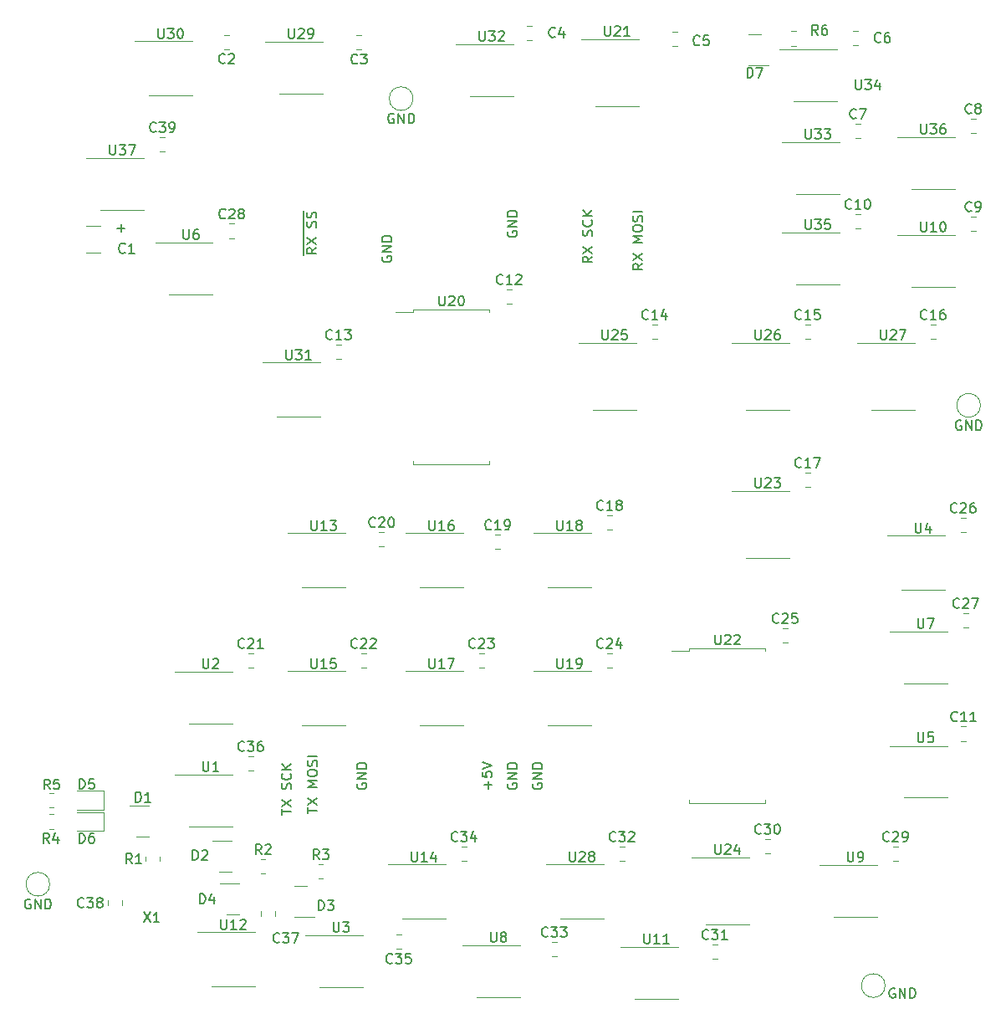
<source format=gbr>
%TF.GenerationSoftware,KiCad,Pcbnew,7.0.8*%
%TF.CreationDate,2023-11-02T19:00:48+01:00*%
%TF.ProjectId,eth,6574682e-6b69-4636-9164-5f7063625858,1*%
%TF.SameCoordinates,PX5f5e100PY7bfa480*%
%TF.FileFunction,Legend,Top*%
%TF.FilePolarity,Positive*%
%FSLAX46Y46*%
G04 Gerber Fmt 4.6, Leading zero omitted, Abs format (unit mm)*
G04 Created by KiCad (PCBNEW 7.0.8) date 2023-11-02 19:00:48*
%MOMM*%
%LPD*%
G01*
G04 APERTURE LIST*
%ADD10C,0.150000*%
%ADD11C,0.120000*%
G04 APERTURE END LIST*
D10*
X11233179Y78999934D02*
X11995084Y78999934D01*
X11614131Y78618981D02*
X11614131Y79380886D01*
X89941295Y2024362D02*
X89846057Y2071981D01*
X89846057Y2071981D02*
X89703200Y2071981D01*
X89703200Y2071981D02*
X89560343Y2024362D01*
X89560343Y2024362D02*
X89465105Y1929124D01*
X89465105Y1929124D02*
X89417486Y1833886D01*
X89417486Y1833886D02*
X89369867Y1643410D01*
X89369867Y1643410D02*
X89369867Y1500553D01*
X89369867Y1500553D02*
X89417486Y1310077D01*
X89417486Y1310077D02*
X89465105Y1214839D01*
X89465105Y1214839D02*
X89560343Y1119600D01*
X89560343Y1119600D02*
X89703200Y1071981D01*
X89703200Y1071981D02*
X89798438Y1071981D01*
X89798438Y1071981D02*
X89941295Y1119600D01*
X89941295Y1119600D02*
X89988914Y1167220D01*
X89988914Y1167220D02*
X89988914Y1500553D01*
X89988914Y1500553D02*
X89798438Y1500553D01*
X90417486Y1071981D02*
X90417486Y2071981D01*
X90417486Y2071981D02*
X90988914Y1071981D01*
X90988914Y1071981D02*
X90988914Y2071981D01*
X91465105Y1071981D02*
X91465105Y2071981D01*
X91465105Y2071981D02*
X91703200Y2071981D01*
X91703200Y2071981D02*
X91846057Y2024362D01*
X91846057Y2024362D02*
X91941295Y1929124D01*
X91941295Y1929124D02*
X91988914Y1833886D01*
X91988914Y1833886D02*
X92036533Y1643410D01*
X92036533Y1643410D02*
X92036533Y1500553D01*
X92036533Y1500553D02*
X91988914Y1310077D01*
X91988914Y1310077D02*
X91941295Y1214839D01*
X91941295Y1214839D02*
X91846057Y1119600D01*
X91846057Y1119600D02*
X91703200Y1071981D01*
X91703200Y1071981D02*
X91465105Y1071981D01*
X96646895Y59511962D02*
X96551657Y59559581D01*
X96551657Y59559581D02*
X96408800Y59559581D01*
X96408800Y59559581D02*
X96265943Y59511962D01*
X96265943Y59511962D02*
X96170705Y59416724D01*
X96170705Y59416724D02*
X96123086Y59321486D01*
X96123086Y59321486D02*
X96075467Y59131010D01*
X96075467Y59131010D02*
X96075467Y58988153D01*
X96075467Y58988153D02*
X96123086Y58797677D01*
X96123086Y58797677D02*
X96170705Y58702439D01*
X96170705Y58702439D02*
X96265943Y58607200D01*
X96265943Y58607200D02*
X96408800Y58559581D01*
X96408800Y58559581D02*
X96504038Y58559581D01*
X96504038Y58559581D02*
X96646895Y58607200D01*
X96646895Y58607200D02*
X96694514Y58654820D01*
X96694514Y58654820D02*
X96694514Y58988153D01*
X96694514Y58988153D02*
X96504038Y58988153D01*
X97123086Y58559581D02*
X97123086Y59559581D01*
X97123086Y59559581D02*
X97694514Y58559581D01*
X97694514Y58559581D02*
X97694514Y59559581D01*
X98170705Y58559581D02*
X98170705Y59559581D01*
X98170705Y59559581D02*
X98408800Y59559581D01*
X98408800Y59559581D02*
X98551657Y59511962D01*
X98551657Y59511962D02*
X98646895Y59416724D01*
X98646895Y59416724D02*
X98694514Y59321486D01*
X98694514Y59321486D02*
X98742133Y59131010D01*
X98742133Y59131010D02*
X98742133Y58988153D01*
X98742133Y58988153D02*
X98694514Y58797677D01*
X98694514Y58797677D02*
X98646895Y58702439D01*
X98646895Y58702439D02*
X98551657Y58607200D01*
X98551657Y58607200D02*
X98408800Y58559581D01*
X98408800Y58559581D02*
X98170705Y58559581D01*
X39192095Y90550762D02*
X39096857Y90598381D01*
X39096857Y90598381D02*
X38954000Y90598381D01*
X38954000Y90598381D02*
X38811143Y90550762D01*
X38811143Y90550762D02*
X38715905Y90455524D01*
X38715905Y90455524D02*
X38668286Y90360286D01*
X38668286Y90360286D02*
X38620667Y90169810D01*
X38620667Y90169810D02*
X38620667Y90026953D01*
X38620667Y90026953D02*
X38668286Y89836477D01*
X38668286Y89836477D02*
X38715905Y89741239D01*
X38715905Y89741239D02*
X38811143Y89646000D01*
X38811143Y89646000D02*
X38954000Y89598381D01*
X38954000Y89598381D02*
X39049238Y89598381D01*
X39049238Y89598381D02*
X39192095Y89646000D01*
X39192095Y89646000D02*
X39239714Y89693620D01*
X39239714Y89693620D02*
X39239714Y90026953D01*
X39239714Y90026953D02*
X39049238Y90026953D01*
X39668286Y89598381D02*
X39668286Y90598381D01*
X39668286Y90598381D02*
X40239714Y89598381D01*
X40239714Y89598381D02*
X40239714Y90598381D01*
X40715905Y89598381D02*
X40715905Y90598381D01*
X40715905Y90598381D02*
X40954000Y90598381D01*
X40954000Y90598381D02*
X41096857Y90550762D01*
X41096857Y90550762D02*
X41192095Y90455524D01*
X41192095Y90455524D02*
X41239714Y90360286D01*
X41239714Y90360286D02*
X41287333Y90169810D01*
X41287333Y90169810D02*
X41287333Y90026953D01*
X41287333Y90026953D02*
X41239714Y89836477D01*
X41239714Y89836477D02*
X41192095Y89741239D01*
X41192095Y89741239D02*
X41096857Y89646000D01*
X41096857Y89646000D02*
X40954000Y89598381D01*
X40954000Y89598381D02*
X40715905Y89598381D01*
X2412895Y11048762D02*
X2317657Y11096381D01*
X2317657Y11096381D02*
X2174800Y11096381D01*
X2174800Y11096381D02*
X2031943Y11048762D01*
X2031943Y11048762D02*
X1936705Y10953524D01*
X1936705Y10953524D02*
X1889086Y10858286D01*
X1889086Y10858286D02*
X1841467Y10667810D01*
X1841467Y10667810D02*
X1841467Y10524953D01*
X1841467Y10524953D02*
X1889086Y10334477D01*
X1889086Y10334477D02*
X1936705Y10239239D01*
X1936705Y10239239D02*
X2031943Y10144000D01*
X2031943Y10144000D02*
X2174800Y10096381D01*
X2174800Y10096381D02*
X2270038Y10096381D01*
X2270038Y10096381D02*
X2412895Y10144000D01*
X2412895Y10144000D02*
X2460514Y10191620D01*
X2460514Y10191620D02*
X2460514Y10524953D01*
X2460514Y10524953D02*
X2270038Y10524953D01*
X2889086Y10096381D02*
X2889086Y11096381D01*
X2889086Y11096381D02*
X3460514Y10096381D01*
X3460514Y10096381D02*
X3460514Y11096381D01*
X3936705Y10096381D02*
X3936705Y11096381D01*
X3936705Y11096381D02*
X4174800Y11096381D01*
X4174800Y11096381D02*
X4317657Y11048762D01*
X4317657Y11048762D02*
X4412895Y10953524D01*
X4412895Y10953524D02*
X4460514Y10858286D01*
X4460514Y10858286D02*
X4508133Y10667810D01*
X4508133Y10667810D02*
X4508133Y10524953D01*
X4508133Y10524953D02*
X4460514Y10334477D01*
X4460514Y10334477D02*
X4412895Y10239239D01*
X4412895Y10239239D02*
X4317657Y10144000D01*
X4317657Y10144000D02*
X4174800Y10096381D01*
X4174800Y10096381D02*
X3936705Y10096381D01*
X21697905Y9027181D02*
X21697905Y8217658D01*
X21697905Y8217658D02*
X21745524Y8122420D01*
X21745524Y8122420D02*
X21793143Y8074800D01*
X21793143Y8074800D02*
X21888381Y8027181D01*
X21888381Y8027181D02*
X22078857Y8027181D01*
X22078857Y8027181D02*
X22174095Y8074800D01*
X22174095Y8074800D02*
X22221714Y8122420D01*
X22221714Y8122420D02*
X22269333Y8217658D01*
X22269333Y8217658D02*
X22269333Y9027181D01*
X23269333Y8027181D02*
X22697905Y8027181D01*
X22983619Y8027181D02*
X22983619Y9027181D01*
X22983619Y9027181D02*
X22888381Y8884324D01*
X22888381Y8884324D02*
X22793143Y8789086D01*
X22793143Y8789086D02*
X22697905Y8741467D01*
X23650286Y8931943D02*
X23697905Y8979562D01*
X23697905Y8979562D02*
X23793143Y9027181D01*
X23793143Y9027181D02*
X24031238Y9027181D01*
X24031238Y9027181D02*
X24126476Y8979562D01*
X24126476Y8979562D02*
X24174095Y8931943D01*
X24174095Y8931943D02*
X24221714Y8836705D01*
X24221714Y8836705D02*
X24221714Y8741467D01*
X24221714Y8741467D02*
X24174095Y8598610D01*
X24174095Y8598610D02*
X23602667Y8027181D01*
X23602667Y8027181D02*
X24221714Y8027181D01*
X19556305Y10622381D02*
X19556305Y11622381D01*
X19556305Y11622381D02*
X19794400Y11622381D01*
X19794400Y11622381D02*
X19937257Y11574762D01*
X19937257Y11574762D02*
X20032495Y11479524D01*
X20032495Y11479524D02*
X20080114Y11384286D01*
X20080114Y11384286D02*
X20127733Y11193810D01*
X20127733Y11193810D02*
X20127733Y11050953D01*
X20127733Y11050953D02*
X20080114Y10860477D01*
X20080114Y10860477D02*
X20032495Y10765239D01*
X20032495Y10765239D02*
X19937257Y10670000D01*
X19937257Y10670000D02*
X19794400Y10622381D01*
X19794400Y10622381D02*
X19556305Y10622381D01*
X20984876Y11289048D02*
X20984876Y10622381D01*
X20746781Y11670000D02*
X20508686Y10955715D01*
X20508686Y10955715D02*
X21127733Y10955715D01*
X31595905Y9961981D02*
X31595905Y10961981D01*
X31595905Y10961981D02*
X31834000Y10961981D01*
X31834000Y10961981D02*
X31976857Y10914362D01*
X31976857Y10914362D02*
X32072095Y10819124D01*
X32072095Y10819124D02*
X32119714Y10723886D01*
X32119714Y10723886D02*
X32167333Y10533410D01*
X32167333Y10533410D02*
X32167333Y10390553D01*
X32167333Y10390553D02*
X32119714Y10200077D01*
X32119714Y10200077D02*
X32072095Y10104839D01*
X32072095Y10104839D02*
X31976857Y10009600D01*
X31976857Y10009600D02*
X31834000Y9961981D01*
X31834000Y9961981D02*
X31595905Y9961981D01*
X32500667Y10961981D02*
X33119714Y10961981D01*
X33119714Y10961981D02*
X32786381Y10581029D01*
X32786381Y10581029D02*
X32929238Y10581029D01*
X32929238Y10581029D02*
X33024476Y10533410D01*
X33024476Y10533410D02*
X33072095Y10485791D01*
X33072095Y10485791D02*
X33119714Y10390553D01*
X33119714Y10390553D02*
X33119714Y10152458D01*
X33119714Y10152458D02*
X33072095Y10057220D01*
X33072095Y10057220D02*
X33024476Y10009600D01*
X33024476Y10009600D02*
X32929238Y9961981D01*
X32929238Y9961981D02*
X32643524Y9961981D01*
X32643524Y9961981D02*
X32548286Y10009600D01*
X32548286Y10009600D02*
X32500667Y10057220D01*
X49029595Y7757181D02*
X49029595Y6947658D01*
X49029595Y6947658D02*
X49077214Y6852420D01*
X49077214Y6852420D02*
X49124833Y6804800D01*
X49124833Y6804800D02*
X49220071Y6757181D01*
X49220071Y6757181D02*
X49410547Y6757181D01*
X49410547Y6757181D02*
X49505785Y6804800D01*
X49505785Y6804800D02*
X49553404Y6852420D01*
X49553404Y6852420D02*
X49601023Y6947658D01*
X49601023Y6947658D02*
X49601023Y7757181D01*
X50220071Y7328610D02*
X50124833Y7376229D01*
X50124833Y7376229D02*
X50077214Y7423848D01*
X50077214Y7423848D02*
X50029595Y7519086D01*
X50029595Y7519086D02*
X50029595Y7566705D01*
X50029595Y7566705D02*
X50077214Y7661943D01*
X50077214Y7661943D02*
X50124833Y7709562D01*
X50124833Y7709562D02*
X50220071Y7757181D01*
X50220071Y7757181D02*
X50410547Y7757181D01*
X50410547Y7757181D02*
X50505785Y7709562D01*
X50505785Y7709562D02*
X50553404Y7661943D01*
X50553404Y7661943D02*
X50601023Y7566705D01*
X50601023Y7566705D02*
X50601023Y7519086D01*
X50601023Y7519086D02*
X50553404Y7423848D01*
X50553404Y7423848D02*
X50505785Y7376229D01*
X50505785Y7376229D02*
X50410547Y7328610D01*
X50410547Y7328610D02*
X50220071Y7328610D01*
X50220071Y7328610D02*
X50124833Y7280991D01*
X50124833Y7280991D02*
X50077214Y7233372D01*
X50077214Y7233372D02*
X50029595Y7138134D01*
X50029595Y7138134D02*
X50029595Y6947658D01*
X50029595Y6947658D02*
X50077214Y6852420D01*
X50077214Y6852420D02*
X50124833Y6804800D01*
X50124833Y6804800D02*
X50220071Y6757181D01*
X50220071Y6757181D02*
X50410547Y6757181D01*
X50410547Y6757181D02*
X50505785Y6804800D01*
X50505785Y6804800D02*
X50553404Y6852420D01*
X50553404Y6852420D02*
X50601023Y6947658D01*
X50601023Y6947658D02*
X50601023Y7138134D01*
X50601023Y7138134D02*
X50553404Y7233372D01*
X50553404Y7233372D02*
X50505785Y7280991D01*
X50505785Y7280991D02*
X50410547Y7328610D01*
X33096095Y8773181D02*
X33096095Y7963658D01*
X33096095Y7963658D02*
X33143714Y7868420D01*
X33143714Y7868420D02*
X33191333Y7820800D01*
X33191333Y7820800D02*
X33286571Y7773181D01*
X33286571Y7773181D02*
X33477047Y7773181D01*
X33477047Y7773181D02*
X33572285Y7820800D01*
X33572285Y7820800D02*
X33619904Y7868420D01*
X33619904Y7868420D02*
X33667523Y7963658D01*
X33667523Y7963658D02*
X33667523Y8773181D01*
X34048476Y8773181D02*
X34667523Y8773181D01*
X34667523Y8773181D02*
X34334190Y8392229D01*
X34334190Y8392229D02*
X34477047Y8392229D01*
X34477047Y8392229D02*
X34572285Y8344610D01*
X34572285Y8344610D02*
X34619904Y8296991D01*
X34619904Y8296991D02*
X34667523Y8201753D01*
X34667523Y8201753D02*
X34667523Y7963658D01*
X34667523Y7963658D02*
X34619904Y7868420D01*
X34619904Y7868420D02*
X34572285Y7820800D01*
X34572285Y7820800D02*
X34477047Y7773181D01*
X34477047Y7773181D02*
X34191333Y7773181D01*
X34191333Y7773181D02*
X34096095Y7820800D01*
X34096095Y7820800D02*
X34048476Y7868420D01*
X30841905Y35443181D02*
X30841905Y34633658D01*
X30841905Y34633658D02*
X30889524Y34538420D01*
X30889524Y34538420D02*
X30937143Y34490800D01*
X30937143Y34490800D02*
X31032381Y34443181D01*
X31032381Y34443181D02*
X31222857Y34443181D01*
X31222857Y34443181D02*
X31318095Y34490800D01*
X31318095Y34490800D02*
X31365714Y34538420D01*
X31365714Y34538420D02*
X31413333Y34633658D01*
X31413333Y34633658D02*
X31413333Y35443181D01*
X32413333Y34443181D02*
X31841905Y34443181D01*
X32127619Y34443181D02*
X32127619Y35443181D01*
X32127619Y35443181D02*
X32032381Y35300324D01*
X32032381Y35300324D02*
X31937143Y35205086D01*
X31937143Y35205086D02*
X31841905Y35157467D01*
X33318095Y35443181D02*
X32841905Y35443181D01*
X32841905Y35443181D02*
X32794286Y34966991D01*
X32794286Y34966991D02*
X32841905Y35014610D01*
X32841905Y35014610D02*
X32937143Y35062229D01*
X32937143Y35062229D02*
X33175238Y35062229D01*
X33175238Y35062229D02*
X33270476Y35014610D01*
X33270476Y35014610D02*
X33318095Y34966991D01*
X33318095Y34966991D02*
X33365714Y34871753D01*
X33365714Y34871753D02*
X33365714Y34633658D01*
X33365714Y34633658D02*
X33318095Y34538420D01*
X33318095Y34538420D02*
X33270476Y34490800D01*
X33270476Y34490800D02*
X33175238Y34443181D01*
X33175238Y34443181D02*
X32937143Y34443181D01*
X32937143Y34443181D02*
X32841905Y34490800D01*
X32841905Y34490800D02*
X32794286Y34538420D01*
X28555905Y99197181D02*
X28555905Y98387658D01*
X28555905Y98387658D02*
X28603524Y98292420D01*
X28603524Y98292420D02*
X28651143Y98244800D01*
X28651143Y98244800D02*
X28746381Y98197181D01*
X28746381Y98197181D02*
X28936857Y98197181D01*
X28936857Y98197181D02*
X29032095Y98244800D01*
X29032095Y98244800D02*
X29079714Y98292420D01*
X29079714Y98292420D02*
X29127333Y98387658D01*
X29127333Y98387658D02*
X29127333Y99197181D01*
X29555905Y99101943D02*
X29603524Y99149562D01*
X29603524Y99149562D02*
X29698762Y99197181D01*
X29698762Y99197181D02*
X29936857Y99197181D01*
X29936857Y99197181D02*
X30032095Y99149562D01*
X30032095Y99149562D02*
X30079714Y99101943D01*
X30079714Y99101943D02*
X30127333Y99006705D01*
X30127333Y99006705D02*
X30127333Y98911467D01*
X30127333Y98911467D02*
X30079714Y98768610D01*
X30079714Y98768610D02*
X29508286Y98197181D01*
X29508286Y98197181D02*
X30127333Y98197181D01*
X30603524Y98197181D02*
X30794000Y98197181D01*
X30794000Y98197181D02*
X30889238Y98244800D01*
X30889238Y98244800D02*
X30936857Y98292420D01*
X30936857Y98292420D02*
X31032095Y98435277D01*
X31032095Y98435277D02*
X31079714Y98625753D01*
X31079714Y98625753D02*
X31079714Y99006705D01*
X31079714Y99006705D02*
X31032095Y99101943D01*
X31032095Y99101943D02*
X30984476Y99149562D01*
X30984476Y99149562D02*
X30889238Y99197181D01*
X30889238Y99197181D02*
X30698762Y99197181D01*
X30698762Y99197181D02*
X30603524Y99149562D01*
X30603524Y99149562D02*
X30555905Y99101943D01*
X30555905Y99101943D02*
X30508286Y99006705D01*
X30508286Y99006705D02*
X30508286Y98768610D01*
X30508286Y98768610D02*
X30555905Y98673372D01*
X30555905Y98673372D02*
X30603524Y98625753D01*
X30603524Y98625753D02*
X30698762Y98578134D01*
X30698762Y98578134D02*
X30889238Y98578134D01*
X30889238Y98578134D02*
X30984476Y98625753D01*
X30984476Y98625753D02*
X31032095Y98673372D01*
X31032095Y98673372D02*
X31079714Y98768610D01*
X96207142Y50294420D02*
X96159523Y50246800D01*
X96159523Y50246800D02*
X96016666Y50199181D01*
X96016666Y50199181D02*
X95921428Y50199181D01*
X95921428Y50199181D02*
X95778571Y50246800D01*
X95778571Y50246800D02*
X95683333Y50342039D01*
X95683333Y50342039D02*
X95635714Y50437277D01*
X95635714Y50437277D02*
X95588095Y50627753D01*
X95588095Y50627753D02*
X95588095Y50770610D01*
X95588095Y50770610D02*
X95635714Y50961086D01*
X95635714Y50961086D02*
X95683333Y51056324D01*
X95683333Y51056324D02*
X95778571Y51151562D01*
X95778571Y51151562D02*
X95921428Y51199181D01*
X95921428Y51199181D02*
X96016666Y51199181D01*
X96016666Y51199181D02*
X96159523Y51151562D01*
X96159523Y51151562D02*
X96207142Y51103943D01*
X96588095Y51103943D02*
X96635714Y51151562D01*
X96635714Y51151562D02*
X96730952Y51199181D01*
X96730952Y51199181D02*
X96969047Y51199181D01*
X96969047Y51199181D02*
X97064285Y51151562D01*
X97064285Y51151562D02*
X97111904Y51103943D01*
X97111904Y51103943D02*
X97159523Y51008705D01*
X97159523Y51008705D02*
X97159523Y50913467D01*
X97159523Y50913467D02*
X97111904Y50770610D01*
X97111904Y50770610D02*
X96540476Y50199181D01*
X96540476Y50199181D02*
X97159523Y50199181D01*
X98016666Y51199181D02*
X97826190Y51199181D01*
X97826190Y51199181D02*
X97730952Y51151562D01*
X97730952Y51151562D02*
X97683333Y51103943D01*
X97683333Y51103943D02*
X97588095Y50961086D01*
X97588095Y50961086D02*
X97540476Y50770610D01*
X97540476Y50770610D02*
X97540476Y50389658D01*
X97540476Y50389658D02*
X97588095Y50294420D01*
X97588095Y50294420D02*
X97635714Y50246800D01*
X97635714Y50246800D02*
X97730952Y50199181D01*
X97730952Y50199181D02*
X97921428Y50199181D01*
X97921428Y50199181D02*
X98016666Y50246800D01*
X98016666Y50246800D02*
X98064285Y50294420D01*
X98064285Y50294420D02*
X98111904Y50389658D01*
X98111904Y50389658D02*
X98111904Y50627753D01*
X98111904Y50627753D02*
X98064285Y50722991D01*
X98064285Y50722991D02*
X98016666Y50770610D01*
X98016666Y50770610D02*
X97921428Y50818229D01*
X97921428Y50818229D02*
X97730952Y50818229D01*
X97730952Y50818229D02*
X97635714Y50770610D01*
X97635714Y50770610D02*
X97588095Y50722991D01*
X97588095Y50722991D02*
X97540476Y50627753D01*
X31659333Y15117181D02*
X31326000Y15593372D01*
X31087905Y15117181D02*
X31087905Y16117181D01*
X31087905Y16117181D02*
X31468857Y16117181D01*
X31468857Y16117181D02*
X31564095Y16069562D01*
X31564095Y16069562D02*
X31611714Y16021943D01*
X31611714Y16021943D02*
X31659333Y15926705D01*
X31659333Y15926705D02*
X31659333Y15783848D01*
X31659333Y15783848D02*
X31611714Y15688610D01*
X31611714Y15688610D02*
X31564095Y15640991D01*
X31564095Y15640991D02*
X31468857Y15593372D01*
X31468857Y15593372D02*
X31087905Y15593372D01*
X31992667Y16117181D02*
X32611714Y16117181D01*
X32611714Y16117181D02*
X32278381Y15736229D01*
X32278381Y15736229D02*
X32421238Y15736229D01*
X32421238Y15736229D02*
X32516476Y15688610D01*
X32516476Y15688610D02*
X32564095Y15640991D01*
X32564095Y15640991D02*
X32611714Y15545753D01*
X32611714Y15545753D02*
X32611714Y15307658D01*
X32611714Y15307658D02*
X32564095Y15212420D01*
X32564095Y15212420D02*
X32516476Y15164800D01*
X32516476Y15164800D02*
X32421238Y15117181D01*
X32421238Y15117181D02*
X32135524Y15117181D01*
X32135524Y15117181D02*
X32040286Y15164800D01*
X32040286Y15164800D02*
X31992667Y15212420D01*
X12710933Y14686381D02*
X12377600Y15162572D01*
X12139505Y14686381D02*
X12139505Y15686381D01*
X12139505Y15686381D02*
X12520457Y15686381D01*
X12520457Y15686381D02*
X12615695Y15638762D01*
X12615695Y15638762D02*
X12663314Y15591143D01*
X12663314Y15591143D02*
X12710933Y15495905D01*
X12710933Y15495905D02*
X12710933Y15353048D01*
X12710933Y15353048D02*
X12663314Y15257810D01*
X12663314Y15257810D02*
X12615695Y15210191D01*
X12615695Y15210191D02*
X12520457Y15162572D01*
X12520457Y15162572D02*
X12139505Y15162572D01*
X13663314Y14686381D02*
X13091886Y14686381D01*
X13377600Y14686381D02*
X13377600Y15686381D01*
X13377600Y15686381D02*
X13282362Y15543524D01*
X13282362Y15543524D02*
X13187124Y15448286D01*
X13187124Y15448286D02*
X13091886Y15400667D01*
X97699333Y90680420D02*
X97651714Y90632800D01*
X97651714Y90632800D02*
X97508857Y90585181D01*
X97508857Y90585181D02*
X97413619Y90585181D01*
X97413619Y90585181D02*
X97270762Y90632800D01*
X97270762Y90632800D02*
X97175524Y90728039D01*
X97175524Y90728039D02*
X97127905Y90823277D01*
X97127905Y90823277D02*
X97080286Y91013753D01*
X97080286Y91013753D02*
X97080286Y91156610D01*
X97080286Y91156610D02*
X97127905Y91347086D01*
X97127905Y91347086D02*
X97175524Y91442324D01*
X97175524Y91442324D02*
X97270762Y91537562D01*
X97270762Y91537562D02*
X97413619Y91585181D01*
X97413619Y91585181D02*
X97508857Y91585181D01*
X97508857Y91585181D02*
X97651714Y91537562D01*
X97651714Y91537562D02*
X97699333Y91489943D01*
X98270762Y91156610D02*
X98175524Y91204229D01*
X98175524Y91204229D02*
X98127905Y91251848D01*
X98127905Y91251848D02*
X98080286Y91347086D01*
X98080286Y91347086D02*
X98080286Y91394705D01*
X98080286Y91394705D02*
X98127905Y91489943D01*
X98127905Y91489943D02*
X98175524Y91537562D01*
X98175524Y91537562D02*
X98270762Y91585181D01*
X98270762Y91585181D02*
X98461238Y91585181D01*
X98461238Y91585181D02*
X98556476Y91537562D01*
X98556476Y91537562D02*
X98604095Y91489943D01*
X98604095Y91489943D02*
X98651714Y91394705D01*
X98651714Y91394705D02*
X98651714Y91347086D01*
X98651714Y91347086D02*
X98604095Y91251848D01*
X98604095Y91251848D02*
X98556476Y91204229D01*
X98556476Y91204229D02*
X98461238Y91156610D01*
X98461238Y91156610D02*
X98270762Y91156610D01*
X98270762Y91156610D02*
X98175524Y91108991D01*
X98175524Y91108991D02*
X98127905Y91061372D01*
X98127905Y91061372D02*
X98080286Y90966134D01*
X98080286Y90966134D02*
X98080286Y90775658D01*
X98080286Y90775658D02*
X98127905Y90680420D01*
X98127905Y90680420D02*
X98175524Y90632800D01*
X98175524Y90632800D02*
X98270762Y90585181D01*
X98270762Y90585181D02*
X98461238Y90585181D01*
X98461238Y90585181D02*
X98556476Y90632800D01*
X98556476Y90632800D02*
X98604095Y90680420D01*
X98604095Y90680420D02*
X98651714Y90775658D01*
X98651714Y90775658D02*
X98651714Y90966134D01*
X98651714Y90966134D02*
X98604095Y91061372D01*
X98604095Y91061372D02*
X98556476Y91108991D01*
X98556476Y91108991D02*
X98461238Y91156610D01*
X47439142Y36578420D02*
X47391523Y36530800D01*
X47391523Y36530800D02*
X47248666Y36483181D01*
X47248666Y36483181D02*
X47153428Y36483181D01*
X47153428Y36483181D02*
X47010571Y36530800D01*
X47010571Y36530800D02*
X46915333Y36626039D01*
X46915333Y36626039D02*
X46867714Y36721277D01*
X46867714Y36721277D02*
X46820095Y36911753D01*
X46820095Y36911753D02*
X46820095Y37054610D01*
X46820095Y37054610D02*
X46867714Y37245086D01*
X46867714Y37245086D02*
X46915333Y37340324D01*
X46915333Y37340324D02*
X47010571Y37435562D01*
X47010571Y37435562D02*
X47153428Y37483181D01*
X47153428Y37483181D02*
X47248666Y37483181D01*
X47248666Y37483181D02*
X47391523Y37435562D01*
X47391523Y37435562D02*
X47439142Y37387943D01*
X47820095Y37387943D02*
X47867714Y37435562D01*
X47867714Y37435562D02*
X47962952Y37483181D01*
X47962952Y37483181D02*
X48201047Y37483181D01*
X48201047Y37483181D02*
X48296285Y37435562D01*
X48296285Y37435562D02*
X48343904Y37387943D01*
X48343904Y37387943D02*
X48391523Y37292705D01*
X48391523Y37292705D02*
X48391523Y37197467D01*
X48391523Y37197467D02*
X48343904Y37054610D01*
X48343904Y37054610D02*
X47772476Y36483181D01*
X47772476Y36483181D02*
X48391523Y36483181D01*
X48724857Y37483181D02*
X49343904Y37483181D01*
X49343904Y37483181D02*
X49010571Y37102229D01*
X49010571Y37102229D02*
X49153428Y37102229D01*
X49153428Y37102229D02*
X49248666Y37054610D01*
X49248666Y37054610D02*
X49296285Y37006991D01*
X49296285Y37006991D02*
X49343904Y36911753D01*
X49343904Y36911753D02*
X49343904Y36673658D01*
X49343904Y36673658D02*
X49296285Y36578420D01*
X49296285Y36578420D02*
X49248666Y36530800D01*
X49248666Y36530800D02*
X49153428Y36483181D01*
X49153428Y36483181D02*
X48867714Y36483181D01*
X48867714Y36483181D02*
X48772476Y36530800D01*
X48772476Y36530800D02*
X48724857Y36578420D01*
X22108933Y95756820D02*
X22061314Y95709200D01*
X22061314Y95709200D02*
X21918457Y95661581D01*
X21918457Y95661581D02*
X21823219Y95661581D01*
X21823219Y95661581D02*
X21680362Y95709200D01*
X21680362Y95709200D02*
X21585124Y95804439D01*
X21585124Y95804439D02*
X21537505Y95899677D01*
X21537505Y95899677D02*
X21489886Y96090153D01*
X21489886Y96090153D02*
X21489886Y96233010D01*
X21489886Y96233010D02*
X21537505Y96423486D01*
X21537505Y96423486D02*
X21585124Y96518724D01*
X21585124Y96518724D02*
X21680362Y96613962D01*
X21680362Y96613962D02*
X21823219Y96661581D01*
X21823219Y96661581D02*
X21918457Y96661581D01*
X21918457Y96661581D02*
X22061314Y96613962D01*
X22061314Y96613962D02*
X22108933Y96566343D01*
X22489886Y96566343D02*
X22537505Y96613962D01*
X22537505Y96613962D02*
X22632743Y96661581D01*
X22632743Y96661581D02*
X22870838Y96661581D01*
X22870838Y96661581D02*
X22966076Y96613962D01*
X22966076Y96613962D02*
X23013695Y96566343D01*
X23013695Y96566343D02*
X23061314Y96471105D01*
X23061314Y96471105D02*
X23061314Y96375867D01*
X23061314Y96375867D02*
X23013695Y96233010D01*
X23013695Y96233010D02*
X22442267Y95661581D01*
X22442267Y95661581D02*
X23061314Y95661581D01*
X30841905Y49413181D02*
X30841905Y48603658D01*
X30841905Y48603658D02*
X30889524Y48508420D01*
X30889524Y48508420D02*
X30937143Y48460800D01*
X30937143Y48460800D02*
X31032381Y48413181D01*
X31032381Y48413181D02*
X31222857Y48413181D01*
X31222857Y48413181D02*
X31318095Y48460800D01*
X31318095Y48460800D02*
X31365714Y48508420D01*
X31365714Y48508420D02*
X31413333Y48603658D01*
X31413333Y48603658D02*
X31413333Y49413181D01*
X32413333Y48413181D02*
X31841905Y48413181D01*
X32127619Y48413181D02*
X32127619Y49413181D01*
X32127619Y49413181D02*
X32032381Y49270324D01*
X32032381Y49270324D02*
X31937143Y49175086D01*
X31937143Y49175086D02*
X31841905Y49127467D01*
X32746667Y49413181D02*
X33365714Y49413181D01*
X33365714Y49413181D02*
X33032381Y49032229D01*
X33032381Y49032229D02*
X33175238Y49032229D01*
X33175238Y49032229D02*
X33270476Y48984610D01*
X33270476Y48984610D02*
X33318095Y48936991D01*
X33318095Y48936991D02*
X33365714Y48841753D01*
X33365714Y48841753D02*
X33365714Y48603658D01*
X33365714Y48603658D02*
X33318095Y48508420D01*
X33318095Y48508420D02*
X33270476Y48460800D01*
X33270476Y48460800D02*
X33175238Y48413181D01*
X33175238Y48413181D02*
X32889524Y48413181D01*
X32889524Y48413181D02*
X32794286Y48460800D01*
X32794286Y48460800D02*
X32746667Y48508420D01*
X11999733Y76554420D02*
X11952114Y76506800D01*
X11952114Y76506800D02*
X11809257Y76459181D01*
X11809257Y76459181D02*
X11714019Y76459181D01*
X11714019Y76459181D02*
X11571162Y76506800D01*
X11571162Y76506800D02*
X11475924Y76602039D01*
X11475924Y76602039D02*
X11428305Y76697277D01*
X11428305Y76697277D02*
X11380686Y76887753D01*
X11380686Y76887753D02*
X11380686Y77030610D01*
X11380686Y77030610D02*
X11428305Y77221086D01*
X11428305Y77221086D02*
X11475924Y77316324D01*
X11475924Y77316324D02*
X11571162Y77411562D01*
X11571162Y77411562D02*
X11714019Y77459181D01*
X11714019Y77459181D02*
X11809257Y77459181D01*
X11809257Y77459181D02*
X11952114Y77411562D01*
X11952114Y77411562D02*
X11999733Y77363943D01*
X12952114Y76459181D02*
X12380686Y76459181D01*
X12666400Y76459181D02*
X12666400Y77459181D01*
X12666400Y77459181D02*
X12571162Y77316324D01*
X12571162Y77316324D02*
X12475924Y77221086D01*
X12475924Y77221086D02*
X12380686Y77173467D01*
X15347905Y99197181D02*
X15347905Y98387658D01*
X15347905Y98387658D02*
X15395524Y98292420D01*
X15395524Y98292420D02*
X15443143Y98244800D01*
X15443143Y98244800D02*
X15538381Y98197181D01*
X15538381Y98197181D02*
X15728857Y98197181D01*
X15728857Y98197181D02*
X15824095Y98244800D01*
X15824095Y98244800D02*
X15871714Y98292420D01*
X15871714Y98292420D02*
X15919333Y98387658D01*
X15919333Y98387658D02*
X15919333Y99197181D01*
X16300286Y99197181D02*
X16919333Y99197181D01*
X16919333Y99197181D02*
X16586000Y98816229D01*
X16586000Y98816229D02*
X16728857Y98816229D01*
X16728857Y98816229D02*
X16824095Y98768610D01*
X16824095Y98768610D02*
X16871714Y98720991D01*
X16871714Y98720991D02*
X16919333Y98625753D01*
X16919333Y98625753D02*
X16919333Y98387658D01*
X16919333Y98387658D02*
X16871714Y98292420D01*
X16871714Y98292420D02*
X16824095Y98244800D01*
X16824095Y98244800D02*
X16728857Y98197181D01*
X16728857Y98197181D02*
X16443143Y98197181D01*
X16443143Y98197181D02*
X16347905Y98244800D01*
X16347905Y98244800D02*
X16300286Y98292420D01*
X17538381Y99197181D02*
X17633619Y99197181D01*
X17633619Y99197181D02*
X17728857Y99149562D01*
X17728857Y99149562D02*
X17776476Y99101943D01*
X17776476Y99101943D02*
X17824095Y99006705D01*
X17824095Y99006705D02*
X17871714Y98816229D01*
X17871714Y98816229D02*
X17871714Y98578134D01*
X17871714Y98578134D02*
X17824095Y98387658D01*
X17824095Y98387658D02*
X17776476Y98292420D01*
X17776476Y98292420D02*
X17728857Y98244800D01*
X17728857Y98244800D02*
X17633619Y98197181D01*
X17633619Y98197181D02*
X17538381Y98197181D01*
X17538381Y98197181D02*
X17443143Y98244800D01*
X17443143Y98244800D02*
X17395524Y98292420D01*
X17395524Y98292420D02*
X17347905Y98387658D01*
X17347905Y98387658D02*
X17300286Y98578134D01*
X17300286Y98578134D02*
X17300286Y98816229D01*
X17300286Y98816229D02*
X17347905Y99006705D01*
X17347905Y99006705D02*
X17395524Y99101943D01*
X17395524Y99101943D02*
X17443143Y99149562D01*
X17443143Y99149562D02*
X17538381Y99197181D01*
X70165733Y97585620D02*
X70118114Y97538000D01*
X70118114Y97538000D02*
X69975257Y97490381D01*
X69975257Y97490381D02*
X69880019Y97490381D01*
X69880019Y97490381D02*
X69737162Y97538000D01*
X69737162Y97538000D02*
X69641924Y97633239D01*
X69641924Y97633239D02*
X69594305Y97728477D01*
X69594305Y97728477D02*
X69546686Y97918953D01*
X69546686Y97918953D02*
X69546686Y98061810D01*
X69546686Y98061810D02*
X69594305Y98252286D01*
X69594305Y98252286D02*
X69641924Y98347524D01*
X69641924Y98347524D02*
X69737162Y98442762D01*
X69737162Y98442762D02*
X69880019Y98490381D01*
X69880019Y98490381D02*
X69975257Y98490381D01*
X69975257Y98490381D02*
X70118114Y98442762D01*
X70118114Y98442762D02*
X70165733Y98395143D01*
X71070495Y98490381D02*
X70594305Y98490381D01*
X70594305Y98490381D02*
X70546686Y98014191D01*
X70546686Y98014191D02*
X70594305Y98061810D01*
X70594305Y98061810D02*
X70689543Y98109429D01*
X70689543Y98109429D02*
X70927638Y98109429D01*
X70927638Y98109429D02*
X71022876Y98061810D01*
X71022876Y98061810D02*
X71070495Y98014191D01*
X71070495Y98014191D02*
X71118114Y97918953D01*
X71118114Y97918953D02*
X71118114Y97680858D01*
X71118114Y97680858D02*
X71070495Y97585620D01*
X71070495Y97585620D02*
X71022876Y97538000D01*
X71022876Y97538000D02*
X70927638Y97490381D01*
X70927638Y97490381D02*
X70689543Y97490381D01*
X70689543Y97490381D02*
X70594305Y97538000D01*
X70594305Y97538000D02*
X70546686Y97585620D01*
X60559905Y99439181D02*
X60559905Y98629658D01*
X60559905Y98629658D02*
X60607524Y98534420D01*
X60607524Y98534420D02*
X60655143Y98486800D01*
X60655143Y98486800D02*
X60750381Y98439181D01*
X60750381Y98439181D02*
X60940857Y98439181D01*
X60940857Y98439181D02*
X61036095Y98486800D01*
X61036095Y98486800D02*
X61083714Y98534420D01*
X61083714Y98534420D02*
X61131333Y98629658D01*
X61131333Y98629658D02*
X61131333Y99439181D01*
X61559905Y99343943D02*
X61607524Y99391562D01*
X61607524Y99391562D02*
X61702762Y99439181D01*
X61702762Y99439181D02*
X61940857Y99439181D01*
X61940857Y99439181D02*
X62036095Y99391562D01*
X62036095Y99391562D02*
X62083714Y99343943D01*
X62083714Y99343943D02*
X62131333Y99248705D01*
X62131333Y99248705D02*
X62131333Y99153467D01*
X62131333Y99153467D02*
X62083714Y99010610D01*
X62083714Y99010610D02*
X61512286Y98439181D01*
X61512286Y98439181D02*
X62131333Y98439181D01*
X63083714Y98439181D02*
X62512286Y98439181D01*
X62798000Y98439181D02*
X62798000Y99439181D01*
X62798000Y99439181D02*
X62702762Y99296324D01*
X62702762Y99296324D02*
X62607524Y99201086D01*
X62607524Y99201086D02*
X62512286Y99153467D01*
X80459142Y54866420D02*
X80411523Y54818800D01*
X80411523Y54818800D02*
X80268666Y54771181D01*
X80268666Y54771181D02*
X80173428Y54771181D01*
X80173428Y54771181D02*
X80030571Y54818800D01*
X80030571Y54818800D02*
X79935333Y54914039D01*
X79935333Y54914039D02*
X79887714Y55009277D01*
X79887714Y55009277D02*
X79840095Y55199753D01*
X79840095Y55199753D02*
X79840095Y55342610D01*
X79840095Y55342610D02*
X79887714Y55533086D01*
X79887714Y55533086D02*
X79935333Y55628324D01*
X79935333Y55628324D02*
X80030571Y55723562D01*
X80030571Y55723562D02*
X80173428Y55771181D01*
X80173428Y55771181D02*
X80268666Y55771181D01*
X80268666Y55771181D02*
X80411523Y55723562D01*
X80411523Y55723562D02*
X80459142Y55675943D01*
X81411523Y54771181D02*
X80840095Y54771181D01*
X81125809Y54771181D02*
X81125809Y55771181D01*
X81125809Y55771181D02*
X81030571Y55628324D01*
X81030571Y55628324D02*
X80935333Y55533086D01*
X80935333Y55533086D02*
X80840095Y55485467D01*
X81744857Y55771181D02*
X82411523Y55771181D01*
X82411523Y55771181D02*
X81982952Y54771181D01*
X93159142Y69852420D02*
X93111523Y69804800D01*
X93111523Y69804800D02*
X92968666Y69757181D01*
X92968666Y69757181D02*
X92873428Y69757181D01*
X92873428Y69757181D02*
X92730571Y69804800D01*
X92730571Y69804800D02*
X92635333Y69900039D01*
X92635333Y69900039D02*
X92587714Y69995277D01*
X92587714Y69995277D02*
X92540095Y70185753D01*
X92540095Y70185753D02*
X92540095Y70328610D01*
X92540095Y70328610D02*
X92587714Y70519086D01*
X92587714Y70519086D02*
X92635333Y70614324D01*
X92635333Y70614324D02*
X92730571Y70709562D01*
X92730571Y70709562D02*
X92873428Y70757181D01*
X92873428Y70757181D02*
X92968666Y70757181D01*
X92968666Y70757181D02*
X93111523Y70709562D01*
X93111523Y70709562D02*
X93159142Y70661943D01*
X94111523Y69757181D02*
X93540095Y69757181D01*
X93825809Y69757181D02*
X93825809Y70757181D01*
X93825809Y70757181D02*
X93730571Y70614324D01*
X93730571Y70614324D02*
X93635333Y70519086D01*
X93635333Y70519086D02*
X93540095Y70471467D01*
X94968666Y70757181D02*
X94778190Y70757181D01*
X94778190Y70757181D02*
X94682952Y70709562D01*
X94682952Y70709562D02*
X94635333Y70661943D01*
X94635333Y70661943D02*
X94540095Y70519086D01*
X94540095Y70519086D02*
X94492476Y70328610D01*
X94492476Y70328610D02*
X94492476Y69947658D01*
X94492476Y69947658D02*
X94540095Y69852420D01*
X94540095Y69852420D02*
X94587714Y69804800D01*
X94587714Y69804800D02*
X94682952Y69757181D01*
X94682952Y69757181D02*
X94873428Y69757181D01*
X94873428Y69757181D02*
X94968666Y69804800D01*
X94968666Y69804800D02*
X95016285Y69852420D01*
X95016285Y69852420D02*
X95063904Y69947658D01*
X95063904Y69947658D02*
X95063904Y70185753D01*
X95063904Y70185753D02*
X95016285Y70280991D01*
X95016285Y70280991D02*
X94968666Y70328610D01*
X94968666Y70328610D02*
X94873428Y70376229D01*
X94873428Y70376229D02*
X94682952Y70376229D01*
X94682952Y70376229D02*
X94587714Y70328610D01*
X94587714Y70328610D02*
X94540095Y70280991D01*
X94540095Y70280991D02*
X94492476Y70185753D01*
X39057142Y4672420D02*
X39009523Y4624800D01*
X39009523Y4624800D02*
X38866666Y4577181D01*
X38866666Y4577181D02*
X38771428Y4577181D01*
X38771428Y4577181D02*
X38628571Y4624800D01*
X38628571Y4624800D02*
X38533333Y4720039D01*
X38533333Y4720039D02*
X38485714Y4815277D01*
X38485714Y4815277D02*
X38438095Y5005753D01*
X38438095Y5005753D02*
X38438095Y5148610D01*
X38438095Y5148610D02*
X38485714Y5339086D01*
X38485714Y5339086D02*
X38533333Y5434324D01*
X38533333Y5434324D02*
X38628571Y5529562D01*
X38628571Y5529562D02*
X38771428Y5577181D01*
X38771428Y5577181D02*
X38866666Y5577181D01*
X38866666Y5577181D02*
X39009523Y5529562D01*
X39009523Y5529562D02*
X39057142Y5481943D01*
X39390476Y5577181D02*
X40009523Y5577181D01*
X40009523Y5577181D02*
X39676190Y5196229D01*
X39676190Y5196229D02*
X39819047Y5196229D01*
X39819047Y5196229D02*
X39914285Y5148610D01*
X39914285Y5148610D02*
X39961904Y5100991D01*
X39961904Y5100991D02*
X40009523Y5005753D01*
X40009523Y5005753D02*
X40009523Y4767658D01*
X40009523Y4767658D02*
X39961904Y4672420D01*
X39961904Y4672420D02*
X39914285Y4624800D01*
X39914285Y4624800D02*
X39819047Y4577181D01*
X39819047Y4577181D02*
X39533333Y4577181D01*
X39533333Y4577181D02*
X39438095Y4624800D01*
X39438095Y4624800D02*
X39390476Y4672420D01*
X40914285Y5577181D02*
X40438095Y5577181D01*
X40438095Y5577181D02*
X40390476Y5100991D01*
X40390476Y5100991D02*
X40438095Y5148610D01*
X40438095Y5148610D02*
X40533333Y5196229D01*
X40533333Y5196229D02*
X40771428Y5196229D01*
X40771428Y5196229D02*
X40866666Y5148610D01*
X40866666Y5148610D02*
X40914285Y5100991D01*
X40914285Y5100991D02*
X40961904Y5005753D01*
X40961904Y5005753D02*
X40961904Y4767658D01*
X40961904Y4767658D02*
X40914285Y4672420D01*
X40914285Y4672420D02*
X40866666Y4624800D01*
X40866666Y4624800D02*
X40771428Y4577181D01*
X40771428Y4577181D02*
X40533333Y4577181D01*
X40533333Y4577181D02*
X40438095Y4624800D01*
X40438095Y4624800D02*
X40390476Y4672420D01*
X60393142Y50548420D02*
X60345523Y50500800D01*
X60345523Y50500800D02*
X60202666Y50453181D01*
X60202666Y50453181D02*
X60107428Y50453181D01*
X60107428Y50453181D02*
X59964571Y50500800D01*
X59964571Y50500800D02*
X59869333Y50596039D01*
X59869333Y50596039D02*
X59821714Y50691277D01*
X59821714Y50691277D02*
X59774095Y50881753D01*
X59774095Y50881753D02*
X59774095Y51024610D01*
X59774095Y51024610D02*
X59821714Y51215086D01*
X59821714Y51215086D02*
X59869333Y51310324D01*
X59869333Y51310324D02*
X59964571Y51405562D01*
X59964571Y51405562D02*
X60107428Y51453181D01*
X60107428Y51453181D02*
X60202666Y51453181D01*
X60202666Y51453181D02*
X60345523Y51405562D01*
X60345523Y51405562D02*
X60393142Y51357943D01*
X61345523Y50453181D02*
X60774095Y50453181D01*
X61059809Y50453181D02*
X61059809Y51453181D01*
X61059809Y51453181D02*
X60964571Y51310324D01*
X60964571Y51310324D02*
X60869333Y51215086D01*
X60869333Y51215086D02*
X60774095Y51167467D01*
X61916952Y51024610D02*
X61821714Y51072229D01*
X61821714Y51072229D02*
X61774095Y51119848D01*
X61774095Y51119848D02*
X61726476Y51215086D01*
X61726476Y51215086D02*
X61726476Y51262705D01*
X61726476Y51262705D02*
X61774095Y51357943D01*
X61774095Y51357943D02*
X61821714Y51405562D01*
X61821714Y51405562D02*
X61916952Y51453181D01*
X61916952Y51453181D02*
X62107428Y51453181D01*
X62107428Y51453181D02*
X62202666Y51405562D01*
X62202666Y51405562D02*
X62250285Y51357943D01*
X62250285Y51357943D02*
X62297904Y51262705D01*
X62297904Y51262705D02*
X62297904Y51215086D01*
X62297904Y51215086D02*
X62250285Y51119848D01*
X62250285Y51119848D02*
X62202666Y51072229D01*
X62202666Y51072229D02*
X62107428Y51024610D01*
X62107428Y51024610D02*
X61916952Y51024610D01*
X61916952Y51024610D02*
X61821714Y50976991D01*
X61821714Y50976991D02*
X61774095Y50929372D01*
X61774095Y50929372D02*
X61726476Y50834134D01*
X61726476Y50834134D02*
X61726476Y50643658D01*
X61726476Y50643658D02*
X61774095Y50548420D01*
X61774095Y50548420D02*
X61821714Y50500800D01*
X61821714Y50500800D02*
X61916952Y50453181D01*
X61916952Y50453181D02*
X62107428Y50453181D01*
X62107428Y50453181D02*
X62202666Y50500800D01*
X62202666Y50500800D02*
X62250285Y50548420D01*
X62250285Y50548420D02*
X62297904Y50643658D01*
X62297904Y50643658D02*
X62297904Y50834134D01*
X62297904Y50834134D02*
X62250285Y50929372D01*
X62250285Y50929372D02*
X62202666Y50976991D01*
X62202666Y50976991D02*
X62107428Y51024610D01*
X55733905Y49413181D02*
X55733905Y48603658D01*
X55733905Y48603658D02*
X55781524Y48508420D01*
X55781524Y48508420D02*
X55829143Y48460800D01*
X55829143Y48460800D02*
X55924381Y48413181D01*
X55924381Y48413181D02*
X56114857Y48413181D01*
X56114857Y48413181D02*
X56210095Y48460800D01*
X56210095Y48460800D02*
X56257714Y48508420D01*
X56257714Y48508420D02*
X56305333Y48603658D01*
X56305333Y48603658D02*
X56305333Y49413181D01*
X57305333Y48413181D02*
X56733905Y48413181D01*
X57019619Y48413181D02*
X57019619Y49413181D01*
X57019619Y49413181D02*
X56924381Y49270324D01*
X56924381Y49270324D02*
X56829143Y49175086D01*
X56829143Y49175086D02*
X56733905Y49127467D01*
X57876762Y48984610D02*
X57781524Y49032229D01*
X57781524Y49032229D02*
X57733905Y49079848D01*
X57733905Y49079848D02*
X57686286Y49175086D01*
X57686286Y49175086D02*
X57686286Y49222705D01*
X57686286Y49222705D02*
X57733905Y49317943D01*
X57733905Y49317943D02*
X57781524Y49365562D01*
X57781524Y49365562D02*
X57876762Y49413181D01*
X57876762Y49413181D02*
X58067238Y49413181D01*
X58067238Y49413181D02*
X58162476Y49365562D01*
X58162476Y49365562D02*
X58210095Y49317943D01*
X58210095Y49317943D02*
X58257714Y49222705D01*
X58257714Y49222705D02*
X58257714Y49175086D01*
X58257714Y49175086D02*
X58210095Y49079848D01*
X58210095Y49079848D02*
X58162476Y49032229D01*
X58162476Y49032229D02*
X58067238Y48984610D01*
X58067238Y48984610D02*
X57876762Y48984610D01*
X57876762Y48984610D02*
X57781524Y48936991D01*
X57781524Y48936991D02*
X57733905Y48889372D01*
X57733905Y48889372D02*
X57686286Y48794134D01*
X57686286Y48794134D02*
X57686286Y48603658D01*
X57686286Y48603658D02*
X57733905Y48508420D01*
X57733905Y48508420D02*
X57781524Y48460800D01*
X57781524Y48460800D02*
X57876762Y48413181D01*
X57876762Y48413181D02*
X58067238Y48413181D01*
X58067238Y48413181D02*
X58162476Y48460800D01*
X58162476Y48460800D02*
X58210095Y48508420D01*
X58210095Y48508420D02*
X58257714Y48603658D01*
X58257714Y48603658D02*
X58257714Y48794134D01*
X58257714Y48794134D02*
X58210095Y48889372D01*
X58210095Y48889372D02*
X58162476Y48936991D01*
X58162476Y48936991D02*
X58067238Y48984610D01*
X86015333Y90172420D02*
X85967714Y90124800D01*
X85967714Y90124800D02*
X85824857Y90077181D01*
X85824857Y90077181D02*
X85729619Y90077181D01*
X85729619Y90077181D02*
X85586762Y90124800D01*
X85586762Y90124800D02*
X85491524Y90220039D01*
X85491524Y90220039D02*
X85443905Y90315277D01*
X85443905Y90315277D02*
X85396286Y90505753D01*
X85396286Y90505753D02*
X85396286Y90648610D01*
X85396286Y90648610D02*
X85443905Y90839086D01*
X85443905Y90839086D02*
X85491524Y90934324D01*
X85491524Y90934324D02*
X85586762Y91029562D01*
X85586762Y91029562D02*
X85729619Y91077181D01*
X85729619Y91077181D02*
X85824857Y91077181D01*
X85824857Y91077181D02*
X85967714Y91029562D01*
X85967714Y91029562D02*
X86015333Y90981943D01*
X86348667Y91077181D02*
X87015333Y91077181D01*
X87015333Y91077181D02*
X86586762Y90077181D01*
X92024095Y49159181D02*
X92024095Y48349658D01*
X92024095Y48349658D02*
X92071714Y48254420D01*
X92071714Y48254420D02*
X92119333Y48206800D01*
X92119333Y48206800D02*
X92214571Y48159181D01*
X92214571Y48159181D02*
X92405047Y48159181D01*
X92405047Y48159181D02*
X92500285Y48206800D01*
X92500285Y48206800D02*
X92547904Y48254420D01*
X92547904Y48254420D02*
X92595523Y48349658D01*
X92595523Y48349658D02*
X92595523Y49159181D01*
X93500285Y48825848D02*
X93500285Y48159181D01*
X93262190Y49206800D02*
X93024095Y48492515D01*
X93024095Y48492515D02*
X93643142Y48492515D01*
X57003905Y15885181D02*
X57003905Y15075658D01*
X57003905Y15075658D02*
X57051524Y14980420D01*
X57051524Y14980420D02*
X57099143Y14932800D01*
X57099143Y14932800D02*
X57194381Y14885181D01*
X57194381Y14885181D02*
X57384857Y14885181D01*
X57384857Y14885181D02*
X57480095Y14932800D01*
X57480095Y14932800D02*
X57527714Y14980420D01*
X57527714Y14980420D02*
X57575333Y15075658D01*
X57575333Y15075658D02*
X57575333Y15885181D01*
X58003905Y15789943D02*
X58051524Y15837562D01*
X58051524Y15837562D02*
X58146762Y15885181D01*
X58146762Y15885181D02*
X58384857Y15885181D01*
X58384857Y15885181D02*
X58480095Y15837562D01*
X58480095Y15837562D02*
X58527714Y15789943D01*
X58527714Y15789943D02*
X58575333Y15694705D01*
X58575333Y15694705D02*
X58575333Y15599467D01*
X58575333Y15599467D02*
X58527714Y15456610D01*
X58527714Y15456610D02*
X57956286Y14885181D01*
X57956286Y14885181D02*
X58575333Y14885181D01*
X59146762Y15456610D02*
X59051524Y15504229D01*
X59051524Y15504229D02*
X59003905Y15551848D01*
X59003905Y15551848D02*
X58956286Y15647086D01*
X58956286Y15647086D02*
X58956286Y15694705D01*
X58956286Y15694705D02*
X59003905Y15789943D01*
X59003905Y15789943D02*
X59051524Y15837562D01*
X59051524Y15837562D02*
X59146762Y15885181D01*
X59146762Y15885181D02*
X59337238Y15885181D01*
X59337238Y15885181D02*
X59432476Y15837562D01*
X59432476Y15837562D02*
X59480095Y15789943D01*
X59480095Y15789943D02*
X59527714Y15694705D01*
X59527714Y15694705D02*
X59527714Y15647086D01*
X59527714Y15647086D02*
X59480095Y15551848D01*
X59480095Y15551848D02*
X59432476Y15504229D01*
X59432476Y15504229D02*
X59337238Y15456610D01*
X59337238Y15456610D02*
X59146762Y15456610D01*
X59146762Y15456610D02*
X59051524Y15408991D01*
X59051524Y15408991D02*
X59003905Y15361372D01*
X59003905Y15361372D02*
X58956286Y15266134D01*
X58956286Y15266134D02*
X58956286Y15075658D01*
X58956286Y15075658D02*
X59003905Y14980420D01*
X59003905Y14980420D02*
X59051524Y14932800D01*
X59051524Y14932800D02*
X59146762Y14885181D01*
X59146762Y14885181D02*
X59337238Y14885181D01*
X59337238Y14885181D02*
X59432476Y14932800D01*
X59432476Y14932800D02*
X59480095Y14980420D01*
X59480095Y14980420D02*
X59527714Y15075658D01*
X59527714Y15075658D02*
X59527714Y15266134D01*
X59527714Y15266134D02*
X59480095Y15361372D01*
X59480095Y15361372D02*
X59432476Y15408991D01*
X59432476Y15408991D02*
X59337238Y15456610D01*
X64555405Y7585181D02*
X64555405Y6775658D01*
X64555405Y6775658D02*
X64603024Y6680420D01*
X64603024Y6680420D02*
X64650643Y6632800D01*
X64650643Y6632800D02*
X64745881Y6585181D01*
X64745881Y6585181D02*
X64936357Y6585181D01*
X64936357Y6585181D02*
X65031595Y6632800D01*
X65031595Y6632800D02*
X65079214Y6680420D01*
X65079214Y6680420D02*
X65126833Y6775658D01*
X65126833Y6775658D02*
X65126833Y7585181D01*
X66126833Y6585181D02*
X65555405Y6585181D01*
X65841119Y6585181D02*
X65841119Y7585181D01*
X65841119Y7585181D02*
X65745881Y7442324D01*
X65745881Y7442324D02*
X65650643Y7347086D01*
X65650643Y7347086D02*
X65555405Y7299467D01*
X67079214Y6585181D02*
X66507786Y6585181D01*
X66793500Y6585181D02*
X66793500Y7585181D01*
X66793500Y7585181D02*
X66698262Y7442324D01*
X66698262Y7442324D02*
X66603024Y7347086D01*
X66603024Y7347086D02*
X66507786Y7299467D01*
X10453405Y87431181D02*
X10453405Y86621658D01*
X10453405Y86621658D02*
X10501024Y86526420D01*
X10501024Y86526420D02*
X10548643Y86478800D01*
X10548643Y86478800D02*
X10643881Y86431181D01*
X10643881Y86431181D02*
X10834357Y86431181D01*
X10834357Y86431181D02*
X10929595Y86478800D01*
X10929595Y86478800D02*
X10977214Y86526420D01*
X10977214Y86526420D02*
X11024833Y86621658D01*
X11024833Y86621658D02*
X11024833Y87431181D01*
X11405786Y87431181D02*
X12024833Y87431181D01*
X12024833Y87431181D02*
X11691500Y87050229D01*
X11691500Y87050229D02*
X11834357Y87050229D01*
X11834357Y87050229D02*
X11929595Y87002610D01*
X11929595Y87002610D02*
X11977214Y86954991D01*
X11977214Y86954991D02*
X12024833Y86859753D01*
X12024833Y86859753D02*
X12024833Y86621658D01*
X12024833Y86621658D02*
X11977214Y86526420D01*
X11977214Y86526420D02*
X11929595Y86478800D01*
X11929595Y86478800D02*
X11834357Y86431181D01*
X11834357Y86431181D02*
X11548643Y86431181D01*
X11548643Y86431181D02*
X11453405Y86478800D01*
X11453405Y86478800D02*
X11405786Y86526420D01*
X12358167Y87431181D02*
X13024833Y87431181D01*
X13024833Y87431181D02*
X12596262Y86431181D01*
X54805142Y7368420D02*
X54757523Y7320800D01*
X54757523Y7320800D02*
X54614666Y7273181D01*
X54614666Y7273181D02*
X54519428Y7273181D01*
X54519428Y7273181D02*
X54376571Y7320800D01*
X54376571Y7320800D02*
X54281333Y7416039D01*
X54281333Y7416039D02*
X54233714Y7511277D01*
X54233714Y7511277D02*
X54186095Y7701753D01*
X54186095Y7701753D02*
X54186095Y7844610D01*
X54186095Y7844610D02*
X54233714Y8035086D01*
X54233714Y8035086D02*
X54281333Y8130324D01*
X54281333Y8130324D02*
X54376571Y8225562D01*
X54376571Y8225562D02*
X54519428Y8273181D01*
X54519428Y8273181D02*
X54614666Y8273181D01*
X54614666Y8273181D02*
X54757523Y8225562D01*
X54757523Y8225562D02*
X54805142Y8177943D01*
X55138476Y8273181D02*
X55757523Y8273181D01*
X55757523Y8273181D02*
X55424190Y7892229D01*
X55424190Y7892229D02*
X55567047Y7892229D01*
X55567047Y7892229D02*
X55662285Y7844610D01*
X55662285Y7844610D02*
X55709904Y7796991D01*
X55709904Y7796991D02*
X55757523Y7701753D01*
X55757523Y7701753D02*
X55757523Y7463658D01*
X55757523Y7463658D02*
X55709904Y7368420D01*
X55709904Y7368420D02*
X55662285Y7320800D01*
X55662285Y7320800D02*
X55567047Y7273181D01*
X55567047Y7273181D02*
X55281333Y7273181D01*
X55281333Y7273181D02*
X55186095Y7320800D01*
X55186095Y7320800D02*
X55138476Y7368420D01*
X56090857Y8273181D02*
X56709904Y8273181D01*
X56709904Y8273181D02*
X56376571Y7892229D01*
X56376571Y7892229D02*
X56519428Y7892229D01*
X56519428Y7892229D02*
X56614666Y7844610D01*
X56614666Y7844610D02*
X56662285Y7796991D01*
X56662285Y7796991D02*
X56709904Y7701753D01*
X56709904Y7701753D02*
X56709904Y7463658D01*
X56709904Y7463658D02*
X56662285Y7368420D01*
X56662285Y7368420D02*
X56614666Y7320800D01*
X56614666Y7320800D02*
X56519428Y7273181D01*
X56519428Y7273181D02*
X56233714Y7273181D01*
X56233714Y7273181D02*
X56138476Y7320800D01*
X56138476Y7320800D02*
X56090857Y7368420D01*
X19888095Y35443181D02*
X19888095Y34633658D01*
X19888095Y34633658D02*
X19935714Y34538420D01*
X19935714Y34538420D02*
X19983333Y34490800D01*
X19983333Y34490800D02*
X20078571Y34443181D01*
X20078571Y34443181D02*
X20269047Y34443181D01*
X20269047Y34443181D02*
X20364285Y34490800D01*
X20364285Y34490800D02*
X20411904Y34538420D01*
X20411904Y34538420D02*
X20459523Y34633658D01*
X20459523Y34633658D02*
X20459523Y35443181D01*
X20888095Y35347943D02*
X20935714Y35395562D01*
X20935714Y35395562D02*
X21030952Y35443181D01*
X21030952Y35443181D02*
X21269047Y35443181D01*
X21269047Y35443181D02*
X21364285Y35395562D01*
X21364285Y35395562D02*
X21411904Y35347943D01*
X21411904Y35347943D02*
X21459523Y35252705D01*
X21459523Y35252705D02*
X21459523Y35157467D01*
X21459523Y35157467D02*
X21411904Y35014610D01*
X21411904Y35014610D02*
X20840476Y34443181D01*
X20840476Y34443181D02*
X21459523Y34443181D01*
X35501142Y36578420D02*
X35453523Y36530800D01*
X35453523Y36530800D02*
X35310666Y36483181D01*
X35310666Y36483181D02*
X35215428Y36483181D01*
X35215428Y36483181D02*
X35072571Y36530800D01*
X35072571Y36530800D02*
X34977333Y36626039D01*
X34977333Y36626039D02*
X34929714Y36721277D01*
X34929714Y36721277D02*
X34882095Y36911753D01*
X34882095Y36911753D02*
X34882095Y37054610D01*
X34882095Y37054610D02*
X34929714Y37245086D01*
X34929714Y37245086D02*
X34977333Y37340324D01*
X34977333Y37340324D02*
X35072571Y37435562D01*
X35072571Y37435562D02*
X35215428Y37483181D01*
X35215428Y37483181D02*
X35310666Y37483181D01*
X35310666Y37483181D02*
X35453523Y37435562D01*
X35453523Y37435562D02*
X35501142Y37387943D01*
X35882095Y37387943D02*
X35929714Y37435562D01*
X35929714Y37435562D02*
X36024952Y37483181D01*
X36024952Y37483181D02*
X36263047Y37483181D01*
X36263047Y37483181D02*
X36358285Y37435562D01*
X36358285Y37435562D02*
X36405904Y37387943D01*
X36405904Y37387943D02*
X36453523Y37292705D01*
X36453523Y37292705D02*
X36453523Y37197467D01*
X36453523Y37197467D02*
X36405904Y37054610D01*
X36405904Y37054610D02*
X35834476Y36483181D01*
X35834476Y36483181D02*
X36453523Y36483181D01*
X36834476Y37387943D02*
X36882095Y37435562D01*
X36882095Y37435562D02*
X36977333Y37483181D01*
X36977333Y37483181D02*
X37215428Y37483181D01*
X37215428Y37483181D02*
X37310666Y37435562D01*
X37310666Y37435562D02*
X37358285Y37387943D01*
X37358285Y37387943D02*
X37405904Y37292705D01*
X37405904Y37292705D02*
X37405904Y37197467D01*
X37405904Y37197467D02*
X37358285Y37054610D01*
X37358285Y37054610D02*
X36786857Y36483181D01*
X36786857Y36483181D02*
X37405904Y36483181D01*
X24071142Y36578420D02*
X24023523Y36530800D01*
X24023523Y36530800D02*
X23880666Y36483181D01*
X23880666Y36483181D02*
X23785428Y36483181D01*
X23785428Y36483181D02*
X23642571Y36530800D01*
X23642571Y36530800D02*
X23547333Y36626039D01*
X23547333Y36626039D02*
X23499714Y36721277D01*
X23499714Y36721277D02*
X23452095Y36911753D01*
X23452095Y36911753D02*
X23452095Y37054610D01*
X23452095Y37054610D02*
X23499714Y37245086D01*
X23499714Y37245086D02*
X23547333Y37340324D01*
X23547333Y37340324D02*
X23642571Y37435562D01*
X23642571Y37435562D02*
X23785428Y37483181D01*
X23785428Y37483181D02*
X23880666Y37483181D01*
X23880666Y37483181D02*
X24023523Y37435562D01*
X24023523Y37435562D02*
X24071142Y37387943D01*
X24452095Y37387943D02*
X24499714Y37435562D01*
X24499714Y37435562D02*
X24594952Y37483181D01*
X24594952Y37483181D02*
X24833047Y37483181D01*
X24833047Y37483181D02*
X24928285Y37435562D01*
X24928285Y37435562D02*
X24975904Y37387943D01*
X24975904Y37387943D02*
X25023523Y37292705D01*
X25023523Y37292705D02*
X25023523Y37197467D01*
X25023523Y37197467D02*
X24975904Y37054610D01*
X24975904Y37054610D02*
X24404476Y36483181D01*
X24404476Y36483181D02*
X25023523Y36483181D01*
X25975904Y36483181D02*
X25404476Y36483181D01*
X25690190Y36483181D02*
X25690190Y37483181D01*
X25690190Y37483181D02*
X25594952Y37340324D01*
X25594952Y37340324D02*
X25499714Y37245086D01*
X25499714Y37245086D02*
X25404476Y37197467D01*
X75799905Y68705181D02*
X75799905Y67895658D01*
X75799905Y67895658D02*
X75847524Y67800420D01*
X75847524Y67800420D02*
X75895143Y67752800D01*
X75895143Y67752800D02*
X75990381Y67705181D01*
X75990381Y67705181D02*
X76180857Y67705181D01*
X76180857Y67705181D02*
X76276095Y67752800D01*
X76276095Y67752800D02*
X76323714Y67800420D01*
X76323714Y67800420D02*
X76371333Y67895658D01*
X76371333Y67895658D02*
X76371333Y68705181D01*
X76799905Y68609943D02*
X76847524Y68657562D01*
X76847524Y68657562D02*
X76942762Y68705181D01*
X76942762Y68705181D02*
X77180857Y68705181D01*
X77180857Y68705181D02*
X77276095Y68657562D01*
X77276095Y68657562D02*
X77323714Y68609943D01*
X77323714Y68609943D02*
X77371333Y68514705D01*
X77371333Y68514705D02*
X77371333Y68419467D01*
X77371333Y68419467D02*
X77323714Y68276610D01*
X77323714Y68276610D02*
X76752286Y67705181D01*
X76752286Y67705181D02*
X77371333Y67705181D01*
X78228476Y68705181D02*
X78038000Y68705181D01*
X78038000Y68705181D02*
X77942762Y68657562D01*
X77942762Y68657562D02*
X77895143Y68609943D01*
X77895143Y68609943D02*
X77799905Y68467086D01*
X77799905Y68467086D02*
X77752286Y68276610D01*
X77752286Y68276610D02*
X77752286Y67895658D01*
X77752286Y67895658D02*
X77799905Y67800420D01*
X77799905Y67800420D02*
X77847524Y67752800D01*
X77847524Y67752800D02*
X77942762Y67705181D01*
X77942762Y67705181D02*
X78133238Y67705181D01*
X78133238Y67705181D02*
X78228476Y67752800D01*
X78228476Y67752800D02*
X78276095Y67800420D01*
X78276095Y67800420D02*
X78323714Y67895658D01*
X78323714Y67895658D02*
X78323714Y68133753D01*
X78323714Y68133753D02*
X78276095Y68228991D01*
X78276095Y68228991D02*
X78228476Y68276610D01*
X78228476Y68276610D02*
X78133238Y68324229D01*
X78133238Y68324229D02*
X77942762Y68324229D01*
X77942762Y68324229D02*
X77847524Y68276610D01*
X77847524Y68276610D02*
X77799905Y68228991D01*
X77799905Y68228991D02*
X77752286Y68133753D01*
X75799905Y53719181D02*
X75799905Y52909658D01*
X75799905Y52909658D02*
X75847524Y52814420D01*
X75847524Y52814420D02*
X75895143Y52766800D01*
X75895143Y52766800D02*
X75990381Y52719181D01*
X75990381Y52719181D02*
X76180857Y52719181D01*
X76180857Y52719181D02*
X76276095Y52766800D01*
X76276095Y52766800D02*
X76323714Y52814420D01*
X76323714Y52814420D02*
X76371333Y52909658D01*
X76371333Y52909658D02*
X76371333Y53719181D01*
X76799905Y53623943D02*
X76847524Y53671562D01*
X76847524Y53671562D02*
X76942762Y53719181D01*
X76942762Y53719181D02*
X77180857Y53719181D01*
X77180857Y53719181D02*
X77276095Y53671562D01*
X77276095Y53671562D02*
X77323714Y53623943D01*
X77323714Y53623943D02*
X77371333Y53528705D01*
X77371333Y53528705D02*
X77371333Y53433467D01*
X77371333Y53433467D02*
X77323714Y53290610D01*
X77323714Y53290610D02*
X76752286Y52719181D01*
X76752286Y52719181D02*
X77371333Y52719181D01*
X77704667Y53719181D02*
X78323714Y53719181D01*
X78323714Y53719181D02*
X77990381Y53338229D01*
X77990381Y53338229D02*
X78133238Y53338229D01*
X78133238Y53338229D02*
X78228476Y53290610D01*
X78228476Y53290610D02*
X78276095Y53242991D01*
X78276095Y53242991D02*
X78323714Y53147753D01*
X78323714Y53147753D02*
X78323714Y52909658D01*
X78323714Y52909658D02*
X78276095Y52814420D01*
X78276095Y52814420D02*
X78228476Y52766800D01*
X78228476Y52766800D02*
X78133238Y52719181D01*
X78133238Y52719181D02*
X77847524Y52719181D01*
X77847524Y52719181D02*
X77752286Y52766800D01*
X77752286Y52766800D02*
X77704667Y52814420D01*
X76395142Y17782420D02*
X76347523Y17734800D01*
X76347523Y17734800D02*
X76204666Y17687181D01*
X76204666Y17687181D02*
X76109428Y17687181D01*
X76109428Y17687181D02*
X75966571Y17734800D01*
X75966571Y17734800D02*
X75871333Y17830039D01*
X75871333Y17830039D02*
X75823714Y17925277D01*
X75823714Y17925277D02*
X75776095Y18115753D01*
X75776095Y18115753D02*
X75776095Y18258610D01*
X75776095Y18258610D02*
X75823714Y18449086D01*
X75823714Y18449086D02*
X75871333Y18544324D01*
X75871333Y18544324D02*
X75966571Y18639562D01*
X75966571Y18639562D02*
X76109428Y18687181D01*
X76109428Y18687181D02*
X76204666Y18687181D01*
X76204666Y18687181D02*
X76347523Y18639562D01*
X76347523Y18639562D02*
X76395142Y18591943D01*
X76728476Y18687181D02*
X77347523Y18687181D01*
X77347523Y18687181D02*
X77014190Y18306229D01*
X77014190Y18306229D02*
X77157047Y18306229D01*
X77157047Y18306229D02*
X77252285Y18258610D01*
X77252285Y18258610D02*
X77299904Y18210991D01*
X77299904Y18210991D02*
X77347523Y18115753D01*
X77347523Y18115753D02*
X77347523Y17877658D01*
X77347523Y17877658D02*
X77299904Y17782420D01*
X77299904Y17782420D02*
X77252285Y17734800D01*
X77252285Y17734800D02*
X77157047Y17687181D01*
X77157047Y17687181D02*
X76871333Y17687181D01*
X76871333Y17687181D02*
X76776095Y17734800D01*
X76776095Y17734800D02*
X76728476Y17782420D01*
X77966571Y18687181D02*
X78061809Y18687181D01*
X78061809Y18687181D02*
X78157047Y18639562D01*
X78157047Y18639562D02*
X78204666Y18591943D01*
X78204666Y18591943D02*
X78252285Y18496705D01*
X78252285Y18496705D02*
X78299904Y18306229D01*
X78299904Y18306229D02*
X78299904Y18068134D01*
X78299904Y18068134D02*
X78252285Y17877658D01*
X78252285Y17877658D02*
X78204666Y17782420D01*
X78204666Y17782420D02*
X78157047Y17734800D01*
X78157047Y17734800D02*
X78061809Y17687181D01*
X78061809Y17687181D02*
X77966571Y17687181D01*
X77966571Y17687181D02*
X77871333Y17734800D01*
X77871333Y17734800D02*
X77823714Y17782420D01*
X77823714Y17782420D02*
X77776095Y17877658D01*
X77776095Y17877658D02*
X77728476Y18068134D01*
X77728476Y18068134D02*
X77728476Y18306229D01*
X77728476Y18306229D02*
X77776095Y18496705D01*
X77776095Y18496705D02*
X77823714Y18591943D01*
X77823714Y18591943D02*
X77871333Y18639562D01*
X77871333Y18639562D02*
X77966571Y18687181D01*
X71061142Y7114420D02*
X71013523Y7066800D01*
X71013523Y7066800D02*
X70870666Y7019181D01*
X70870666Y7019181D02*
X70775428Y7019181D01*
X70775428Y7019181D02*
X70632571Y7066800D01*
X70632571Y7066800D02*
X70537333Y7162039D01*
X70537333Y7162039D02*
X70489714Y7257277D01*
X70489714Y7257277D02*
X70442095Y7447753D01*
X70442095Y7447753D02*
X70442095Y7590610D01*
X70442095Y7590610D02*
X70489714Y7781086D01*
X70489714Y7781086D02*
X70537333Y7876324D01*
X70537333Y7876324D02*
X70632571Y7971562D01*
X70632571Y7971562D02*
X70775428Y8019181D01*
X70775428Y8019181D02*
X70870666Y8019181D01*
X70870666Y8019181D02*
X71013523Y7971562D01*
X71013523Y7971562D02*
X71061142Y7923943D01*
X71394476Y8019181D02*
X72013523Y8019181D01*
X72013523Y8019181D02*
X71680190Y7638229D01*
X71680190Y7638229D02*
X71823047Y7638229D01*
X71823047Y7638229D02*
X71918285Y7590610D01*
X71918285Y7590610D02*
X71965904Y7542991D01*
X71965904Y7542991D02*
X72013523Y7447753D01*
X72013523Y7447753D02*
X72013523Y7209658D01*
X72013523Y7209658D02*
X71965904Y7114420D01*
X71965904Y7114420D02*
X71918285Y7066800D01*
X71918285Y7066800D02*
X71823047Y7019181D01*
X71823047Y7019181D02*
X71537333Y7019181D01*
X71537333Y7019181D02*
X71442095Y7066800D01*
X71442095Y7066800D02*
X71394476Y7114420D01*
X72965904Y7019181D02*
X72394476Y7019181D01*
X72680190Y7019181D02*
X72680190Y8019181D01*
X72680190Y8019181D02*
X72584952Y7876324D01*
X72584952Y7876324D02*
X72489714Y7781086D01*
X72489714Y7781086D02*
X72394476Y7733467D01*
X89349142Y17020420D02*
X89301523Y16972800D01*
X89301523Y16972800D02*
X89158666Y16925181D01*
X89158666Y16925181D02*
X89063428Y16925181D01*
X89063428Y16925181D02*
X88920571Y16972800D01*
X88920571Y16972800D02*
X88825333Y17068039D01*
X88825333Y17068039D02*
X88777714Y17163277D01*
X88777714Y17163277D02*
X88730095Y17353753D01*
X88730095Y17353753D02*
X88730095Y17496610D01*
X88730095Y17496610D02*
X88777714Y17687086D01*
X88777714Y17687086D02*
X88825333Y17782324D01*
X88825333Y17782324D02*
X88920571Y17877562D01*
X88920571Y17877562D02*
X89063428Y17925181D01*
X89063428Y17925181D02*
X89158666Y17925181D01*
X89158666Y17925181D02*
X89301523Y17877562D01*
X89301523Y17877562D02*
X89349142Y17829943D01*
X89730095Y17829943D02*
X89777714Y17877562D01*
X89777714Y17877562D02*
X89872952Y17925181D01*
X89872952Y17925181D02*
X90111047Y17925181D01*
X90111047Y17925181D02*
X90206285Y17877562D01*
X90206285Y17877562D02*
X90253904Y17829943D01*
X90253904Y17829943D02*
X90301523Y17734705D01*
X90301523Y17734705D02*
X90301523Y17639467D01*
X90301523Y17639467D02*
X90253904Y17496610D01*
X90253904Y17496610D02*
X89682476Y16925181D01*
X89682476Y16925181D02*
X90301523Y16925181D01*
X90777714Y16925181D02*
X90968190Y16925181D01*
X90968190Y16925181D02*
X91063428Y16972800D01*
X91063428Y16972800D02*
X91111047Y17020420D01*
X91111047Y17020420D02*
X91206285Y17163277D01*
X91206285Y17163277D02*
X91253904Y17353753D01*
X91253904Y17353753D02*
X91253904Y17734705D01*
X91253904Y17734705D02*
X91206285Y17829943D01*
X91206285Y17829943D02*
X91158666Y17877562D01*
X91158666Y17877562D02*
X91063428Y17925181D01*
X91063428Y17925181D02*
X90872952Y17925181D01*
X90872952Y17925181D02*
X90777714Y17877562D01*
X90777714Y17877562D02*
X90730095Y17829943D01*
X90730095Y17829943D02*
X90682476Y17734705D01*
X90682476Y17734705D02*
X90682476Y17496610D01*
X90682476Y17496610D02*
X90730095Y17401372D01*
X90730095Y17401372D02*
X90777714Y17353753D01*
X90777714Y17353753D02*
X90872952Y17306134D01*
X90872952Y17306134D02*
X91063428Y17306134D01*
X91063428Y17306134D02*
X91158666Y17353753D01*
X91158666Y17353753D02*
X91206285Y17401372D01*
X91206285Y17401372D02*
X91253904Y17496610D01*
X55535333Y98398420D02*
X55487714Y98350800D01*
X55487714Y98350800D02*
X55344857Y98303181D01*
X55344857Y98303181D02*
X55249619Y98303181D01*
X55249619Y98303181D02*
X55106762Y98350800D01*
X55106762Y98350800D02*
X55011524Y98446039D01*
X55011524Y98446039D02*
X54963905Y98541277D01*
X54963905Y98541277D02*
X54916286Y98731753D01*
X54916286Y98731753D02*
X54916286Y98874610D01*
X54916286Y98874610D02*
X54963905Y99065086D01*
X54963905Y99065086D02*
X55011524Y99160324D01*
X55011524Y99160324D02*
X55106762Y99255562D01*
X55106762Y99255562D02*
X55249619Y99303181D01*
X55249619Y99303181D02*
X55344857Y99303181D01*
X55344857Y99303181D02*
X55487714Y99255562D01*
X55487714Y99255562D02*
X55535333Y99207943D01*
X56392476Y98969848D02*
X56392476Y98303181D01*
X56154381Y99350800D02*
X55916286Y98636515D01*
X55916286Y98636515D02*
X56535333Y98636515D01*
X17906895Y78877181D02*
X17906895Y78067658D01*
X17906895Y78067658D02*
X17954514Y77972420D01*
X17954514Y77972420D02*
X18002133Y77924800D01*
X18002133Y77924800D02*
X18097371Y77877181D01*
X18097371Y77877181D02*
X18287847Y77877181D01*
X18287847Y77877181D02*
X18383085Y77924800D01*
X18383085Y77924800D02*
X18430704Y77972420D01*
X18430704Y77972420D02*
X18478323Y78067658D01*
X18478323Y78067658D02*
X18478323Y78877181D01*
X19383085Y78877181D02*
X19192609Y78877181D01*
X19192609Y78877181D02*
X19097371Y78829562D01*
X19097371Y78829562D02*
X19049752Y78781943D01*
X19049752Y78781943D02*
X18954514Y78639086D01*
X18954514Y78639086D02*
X18906895Y78448610D01*
X18906895Y78448610D02*
X18906895Y78067658D01*
X18906895Y78067658D02*
X18954514Y77972420D01*
X18954514Y77972420D02*
X19002133Y77924800D01*
X19002133Y77924800D02*
X19097371Y77877181D01*
X19097371Y77877181D02*
X19287847Y77877181D01*
X19287847Y77877181D02*
X19383085Y77924800D01*
X19383085Y77924800D02*
X19430704Y77972420D01*
X19430704Y77972420D02*
X19478323Y78067658D01*
X19478323Y78067658D02*
X19478323Y78305753D01*
X19478323Y78305753D02*
X19430704Y78400991D01*
X19430704Y78400991D02*
X19383085Y78448610D01*
X19383085Y78448610D02*
X19287847Y78496229D01*
X19287847Y78496229D02*
X19097371Y78496229D01*
X19097371Y78496229D02*
X19002133Y78448610D01*
X19002133Y78448610D02*
X18954514Y78400991D01*
X18954514Y78400991D02*
X18906895Y78305753D01*
X80879905Y89037181D02*
X80879905Y88227658D01*
X80879905Y88227658D02*
X80927524Y88132420D01*
X80927524Y88132420D02*
X80975143Y88084800D01*
X80975143Y88084800D02*
X81070381Y88037181D01*
X81070381Y88037181D02*
X81260857Y88037181D01*
X81260857Y88037181D02*
X81356095Y88084800D01*
X81356095Y88084800D02*
X81403714Y88132420D01*
X81403714Y88132420D02*
X81451333Y88227658D01*
X81451333Y88227658D02*
X81451333Y89037181D01*
X81832286Y89037181D02*
X82451333Y89037181D01*
X82451333Y89037181D02*
X82118000Y88656229D01*
X82118000Y88656229D02*
X82260857Y88656229D01*
X82260857Y88656229D02*
X82356095Y88608610D01*
X82356095Y88608610D02*
X82403714Y88560991D01*
X82403714Y88560991D02*
X82451333Y88465753D01*
X82451333Y88465753D02*
X82451333Y88227658D01*
X82451333Y88227658D02*
X82403714Y88132420D01*
X82403714Y88132420D02*
X82356095Y88084800D01*
X82356095Y88084800D02*
X82260857Y88037181D01*
X82260857Y88037181D02*
X81975143Y88037181D01*
X81975143Y88037181D02*
X81879905Y88084800D01*
X81879905Y88084800D02*
X81832286Y88132420D01*
X82784667Y89037181D02*
X83403714Y89037181D01*
X83403714Y89037181D02*
X83070381Y88656229D01*
X83070381Y88656229D02*
X83213238Y88656229D01*
X83213238Y88656229D02*
X83308476Y88608610D01*
X83308476Y88608610D02*
X83356095Y88560991D01*
X83356095Y88560991D02*
X83403714Y88465753D01*
X83403714Y88465753D02*
X83403714Y88227658D01*
X83403714Y88227658D02*
X83356095Y88132420D01*
X83356095Y88132420D02*
X83308476Y88084800D01*
X83308476Y88084800D02*
X83213238Y88037181D01*
X83213238Y88037181D02*
X82927524Y88037181D01*
X82927524Y88037181D02*
X82832286Y88084800D01*
X82832286Y88084800D02*
X82784667Y88132420D01*
X7815142Y10311220D02*
X7767523Y10263600D01*
X7767523Y10263600D02*
X7624666Y10215981D01*
X7624666Y10215981D02*
X7529428Y10215981D01*
X7529428Y10215981D02*
X7386571Y10263600D01*
X7386571Y10263600D02*
X7291333Y10358839D01*
X7291333Y10358839D02*
X7243714Y10454077D01*
X7243714Y10454077D02*
X7196095Y10644553D01*
X7196095Y10644553D02*
X7196095Y10787410D01*
X7196095Y10787410D02*
X7243714Y10977886D01*
X7243714Y10977886D02*
X7291333Y11073124D01*
X7291333Y11073124D02*
X7386571Y11168362D01*
X7386571Y11168362D02*
X7529428Y11215981D01*
X7529428Y11215981D02*
X7624666Y11215981D01*
X7624666Y11215981D02*
X7767523Y11168362D01*
X7767523Y11168362D02*
X7815142Y11120743D01*
X8148476Y11215981D02*
X8767523Y11215981D01*
X8767523Y11215981D02*
X8434190Y10835029D01*
X8434190Y10835029D02*
X8577047Y10835029D01*
X8577047Y10835029D02*
X8672285Y10787410D01*
X8672285Y10787410D02*
X8719904Y10739791D01*
X8719904Y10739791D02*
X8767523Y10644553D01*
X8767523Y10644553D02*
X8767523Y10406458D01*
X8767523Y10406458D02*
X8719904Y10311220D01*
X8719904Y10311220D02*
X8672285Y10263600D01*
X8672285Y10263600D02*
X8577047Y10215981D01*
X8577047Y10215981D02*
X8291333Y10215981D01*
X8291333Y10215981D02*
X8196095Y10263600D01*
X8196095Y10263600D02*
X8148476Y10311220D01*
X9338952Y10787410D02*
X9243714Y10835029D01*
X9243714Y10835029D02*
X9196095Y10882648D01*
X9196095Y10882648D02*
X9148476Y10977886D01*
X9148476Y10977886D02*
X9148476Y11025505D01*
X9148476Y11025505D02*
X9196095Y11120743D01*
X9196095Y11120743D02*
X9243714Y11168362D01*
X9243714Y11168362D02*
X9338952Y11215981D01*
X9338952Y11215981D02*
X9529428Y11215981D01*
X9529428Y11215981D02*
X9624666Y11168362D01*
X9624666Y11168362D02*
X9672285Y11120743D01*
X9672285Y11120743D02*
X9719904Y11025505D01*
X9719904Y11025505D02*
X9719904Y10977886D01*
X9719904Y10977886D02*
X9672285Y10882648D01*
X9672285Y10882648D02*
X9624666Y10835029D01*
X9624666Y10835029D02*
X9529428Y10787410D01*
X9529428Y10787410D02*
X9338952Y10787410D01*
X9338952Y10787410D02*
X9243714Y10739791D01*
X9243714Y10739791D02*
X9196095Y10692172D01*
X9196095Y10692172D02*
X9148476Y10596934D01*
X9148476Y10596934D02*
X9148476Y10406458D01*
X9148476Y10406458D02*
X9196095Y10311220D01*
X9196095Y10311220D02*
X9243714Y10263600D01*
X9243714Y10263600D02*
X9338952Y10215981D01*
X9338952Y10215981D02*
X9529428Y10215981D01*
X9529428Y10215981D02*
X9624666Y10263600D01*
X9624666Y10263600D02*
X9672285Y10311220D01*
X9672285Y10311220D02*
X9719904Y10406458D01*
X9719904Y10406458D02*
X9719904Y10596934D01*
X9719904Y10596934D02*
X9672285Y10692172D01*
X9672285Y10692172D02*
X9624666Y10739791D01*
X9624666Y10739791D02*
X9529428Y10787410D01*
X92278095Y27975581D02*
X92278095Y27166058D01*
X92278095Y27166058D02*
X92325714Y27070820D01*
X92325714Y27070820D02*
X92373333Y27023200D01*
X92373333Y27023200D02*
X92468571Y26975581D01*
X92468571Y26975581D02*
X92659047Y26975581D01*
X92659047Y26975581D02*
X92754285Y27023200D01*
X92754285Y27023200D02*
X92801904Y27070820D01*
X92801904Y27070820D02*
X92849523Y27166058D01*
X92849523Y27166058D02*
X92849523Y27975581D01*
X93801904Y27975581D02*
X93325714Y27975581D01*
X93325714Y27975581D02*
X93278095Y27499391D01*
X93278095Y27499391D02*
X93325714Y27547010D01*
X93325714Y27547010D02*
X93420952Y27594629D01*
X93420952Y27594629D02*
X93659047Y27594629D01*
X93659047Y27594629D02*
X93754285Y27547010D01*
X93754285Y27547010D02*
X93801904Y27499391D01*
X93801904Y27499391D02*
X93849523Y27404153D01*
X93849523Y27404153D02*
X93849523Y27166058D01*
X93849523Y27166058D02*
X93801904Y27070820D01*
X93801904Y27070820D02*
X93754285Y27023200D01*
X93754285Y27023200D02*
X93659047Y26975581D01*
X93659047Y26975581D02*
X93420952Y26975581D01*
X93420952Y26975581D02*
X93325714Y27023200D01*
X93325714Y27023200D02*
X93278095Y27070820D01*
X71735905Y37849181D02*
X71735905Y37039658D01*
X71735905Y37039658D02*
X71783524Y36944420D01*
X71783524Y36944420D02*
X71831143Y36896800D01*
X71831143Y36896800D02*
X71926381Y36849181D01*
X71926381Y36849181D02*
X72116857Y36849181D01*
X72116857Y36849181D02*
X72212095Y36896800D01*
X72212095Y36896800D02*
X72259714Y36944420D01*
X72259714Y36944420D02*
X72307333Y37039658D01*
X72307333Y37039658D02*
X72307333Y37849181D01*
X72735905Y37753943D02*
X72783524Y37801562D01*
X72783524Y37801562D02*
X72878762Y37849181D01*
X72878762Y37849181D02*
X73116857Y37849181D01*
X73116857Y37849181D02*
X73212095Y37801562D01*
X73212095Y37801562D02*
X73259714Y37753943D01*
X73259714Y37753943D02*
X73307333Y37658705D01*
X73307333Y37658705D02*
X73307333Y37563467D01*
X73307333Y37563467D02*
X73259714Y37420610D01*
X73259714Y37420610D02*
X72688286Y36849181D01*
X72688286Y36849181D02*
X73307333Y36849181D01*
X73688286Y37753943D02*
X73735905Y37801562D01*
X73735905Y37801562D02*
X73831143Y37849181D01*
X73831143Y37849181D02*
X74069238Y37849181D01*
X74069238Y37849181D02*
X74164476Y37801562D01*
X74164476Y37801562D02*
X74212095Y37753943D01*
X74212095Y37753943D02*
X74259714Y37658705D01*
X74259714Y37658705D02*
X74259714Y37563467D01*
X74259714Y37563467D02*
X74212095Y37420610D01*
X74212095Y37420610D02*
X73640667Y36849181D01*
X73640667Y36849181D02*
X74259714Y36849181D01*
X60393142Y36578420D02*
X60345523Y36530800D01*
X60345523Y36530800D02*
X60202666Y36483181D01*
X60202666Y36483181D02*
X60107428Y36483181D01*
X60107428Y36483181D02*
X59964571Y36530800D01*
X59964571Y36530800D02*
X59869333Y36626039D01*
X59869333Y36626039D02*
X59821714Y36721277D01*
X59821714Y36721277D02*
X59774095Y36911753D01*
X59774095Y36911753D02*
X59774095Y37054610D01*
X59774095Y37054610D02*
X59821714Y37245086D01*
X59821714Y37245086D02*
X59869333Y37340324D01*
X59869333Y37340324D02*
X59964571Y37435562D01*
X59964571Y37435562D02*
X60107428Y37483181D01*
X60107428Y37483181D02*
X60202666Y37483181D01*
X60202666Y37483181D02*
X60345523Y37435562D01*
X60345523Y37435562D02*
X60393142Y37387943D01*
X60774095Y37387943D02*
X60821714Y37435562D01*
X60821714Y37435562D02*
X60916952Y37483181D01*
X60916952Y37483181D02*
X61155047Y37483181D01*
X61155047Y37483181D02*
X61250285Y37435562D01*
X61250285Y37435562D02*
X61297904Y37387943D01*
X61297904Y37387943D02*
X61345523Y37292705D01*
X61345523Y37292705D02*
X61345523Y37197467D01*
X61345523Y37197467D02*
X61297904Y37054610D01*
X61297904Y37054610D02*
X60726476Y36483181D01*
X60726476Y36483181D02*
X61345523Y36483181D01*
X62202666Y37149848D02*
X62202666Y36483181D01*
X61964571Y37530800D02*
X61726476Y36816515D01*
X61726476Y36816515D02*
X62345523Y36816515D01*
X42779905Y35443181D02*
X42779905Y34633658D01*
X42779905Y34633658D02*
X42827524Y34538420D01*
X42827524Y34538420D02*
X42875143Y34490800D01*
X42875143Y34490800D02*
X42970381Y34443181D01*
X42970381Y34443181D02*
X43160857Y34443181D01*
X43160857Y34443181D02*
X43256095Y34490800D01*
X43256095Y34490800D02*
X43303714Y34538420D01*
X43303714Y34538420D02*
X43351333Y34633658D01*
X43351333Y34633658D02*
X43351333Y35443181D01*
X44351333Y34443181D02*
X43779905Y34443181D01*
X44065619Y34443181D02*
X44065619Y35443181D01*
X44065619Y35443181D02*
X43970381Y35300324D01*
X43970381Y35300324D02*
X43875143Y35205086D01*
X43875143Y35205086D02*
X43779905Y35157467D01*
X44684667Y35443181D02*
X45351333Y35443181D01*
X45351333Y35443181D02*
X44922762Y34443181D01*
X24071142Y26164420D02*
X24023523Y26116800D01*
X24023523Y26116800D02*
X23880666Y26069181D01*
X23880666Y26069181D02*
X23785428Y26069181D01*
X23785428Y26069181D02*
X23642571Y26116800D01*
X23642571Y26116800D02*
X23547333Y26212039D01*
X23547333Y26212039D02*
X23499714Y26307277D01*
X23499714Y26307277D02*
X23452095Y26497753D01*
X23452095Y26497753D02*
X23452095Y26640610D01*
X23452095Y26640610D02*
X23499714Y26831086D01*
X23499714Y26831086D02*
X23547333Y26926324D01*
X23547333Y26926324D02*
X23642571Y27021562D01*
X23642571Y27021562D02*
X23785428Y27069181D01*
X23785428Y27069181D02*
X23880666Y27069181D01*
X23880666Y27069181D02*
X24023523Y27021562D01*
X24023523Y27021562D02*
X24071142Y26973943D01*
X24404476Y27069181D02*
X25023523Y27069181D01*
X25023523Y27069181D02*
X24690190Y26688229D01*
X24690190Y26688229D02*
X24833047Y26688229D01*
X24833047Y26688229D02*
X24928285Y26640610D01*
X24928285Y26640610D02*
X24975904Y26592991D01*
X24975904Y26592991D02*
X25023523Y26497753D01*
X25023523Y26497753D02*
X25023523Y26259658D01*
X25023523Y26259658D02*
X24975904Y26164420D01*
X24975904Y26164420D02*
X24928285Y26116800D01*
X24928285Y26116800D02*
X24833047Y26069181D01*
X24833047Y26069181D02*
X24547333Y26069181D01*
X24547333Y26069181D02*
X24452095Y26116800D01*
X24452095Y26116800D02*
X24404476Y26164420D01*
X25880666Y27069181D02*
X25690190Y27069181D01*
X25690190Y27069181D02*
X25594952Y27021562D01*
X25594952Y27021562D02*
X25547333Y26973943D01*
X25547333Y26973943D02*
X25452095Y26831086D01*
X25452095Y26831086D02*
X25404476Y26640610D01*
X25404476Y26640610D02*
X25404476Y26259658D01*
X25404476Y26259658D02*
X25452095Y26164420D01*
X25452095Y26164420D02*
X25499714Y26116800D01*
X25499714Y26116800D02*
X25594952Y26069181D01*
X25594952Y26069181D02*
X25785428Y26069181D01*
X25785428Y26069181D02*
X25880666Y26116800D01*
X25880666Y26116800D02*
X25928285Y26164420D01*
X25928285Y26164420D02*
X25975904Y26259658D01*
X25975904Y26259658D02*
X25975904Y26497753D01*
X25975904Y26497753D02*
X25928285Y26592991D01*
X25928285Y26592991D02*
X25880666Y26640610D01*
X25880666Y26640610D02*
X25785428Y26688229D01*
X25785428Y26688229D02*
X25594952Y26688229D01*
X25594952Y26688229D02*
X25499714Y26640610D01*
X25499714Y26640610D02*
X25452095Y26592991D01*
X25452095Y26592991D02*
X25404476Y26497753D01*
X88504533Y97890420D02*
X88456914Y97842800D01*
X88456914Y97842800D02*
X88314057Y97795181D01*
X88314057Y97795181D02*
X88218819Y97795181D01*
X88218819Y97795181D02*
X88075962Y97842800D01*
X88075962Y97842800D02*
X87980724Y97938039D01*
X87980724Y97938039D02*
X87933105Y98033277D01*
X87933105Y98033277D02*
X87885486Y98223753D01*
X87885486Y98223753D02*
X87885486Y98366610D01*
X87885486Y98366610D02*
X87933105Y98557086D01*
X87933105Y98557086D02*
X87980724Y98652324D01*
X87980724Y98652324D02*
X88075962Y98747562D01*
X88075962Y98747562D02*
X88218819Y98795181D01*
X88218819Y98795181D02*
X88314057Y98795181D01*
X88314057Y98795181D02*
X88456914Y98747562D01*
X88456914Y98747562D02*
X88504533Y98699943D01*
X89361676Y98795181D02*
X89171200Y98795181D01*
X89171200Y98795181D02*
X89075962Y98747562D01*
X89075962Y98747562D02*
X89028343Y98699943D01*
X89028343Y98699943D02*
X88933105Y98557086D01*
X88933105Y98557086D02*
X88885486Y98366610D01*
X88885486Y98366610D02*
X88885486Y97985658D01*
X88885486Y97985658D02*
X88933105Y97890420D01*
X88933105Y97890420D02*
X88980724Y97842800D01*
X88980724Y97842800D02*
X89075962Y97795181D01*
X89075962Y97795181D02*
X89266438Y97795181D01*
X89266438Y97795181D02*
X89361676Y97842800D01*
X89361676Y97842800D02*
X89409295Y97890420D01*
X89409295Y97890420D02*
X89456914Y97985658D01*
X89456914Y97985658D02*
X89456914Y98223753D01*
X89456914Y98223753D02*
X89409295Y98318991D01*
X89409295Y98318991D02*
X89361676Y98366610D01*
X89361676Y98366610D02*
X89266438Y98414229D01*
X89266438Y98414229D02*
X89075962Y98414229D01*
X89075962Y98414229D02*
X88980724Y98366610D01*
X88980724Y98366610D02*
X88933105Y98318991D01*
X88933105Y98318991D02*
X88885486Y98223753D01*
X78173142Y39118420D02*
X78125523Y39070800D01*
X78125523Y39070800D02*
X77982666Y39023181D01*
X77982666Y39023181D02*
X77887428Y39023181D01*
X77887428Y39023181D02*
X77744571Y39070800D01*
X77744571Y39070800D02*
X77649333Y39166039D01*
X77649333Y39166039D02*
X77601714Y39261277D01*
X77601714Y39261277D02*
X77554095Y39451753D01*
X77554095Y39451753D02*
X77554095Y39594610D01*
X77554095Y39594610D02*
X77601714Y39785086D01*
X77601714Y39785086D02*
X77649333Y39880324D01*
X77649333Y39880324D02*
X77744571Y39975562D01*
X77744571Y39975562D02*
X77887428Y40023181D01*
X77887428Y40023181D02*
X77982666Y40023181D01*
X77982666Y40023181D02*
X78125523Y39975562D01*
X78125523Y39975562D02*
X78173142Y39927943D01*
X78554095Y39927943D02*
X78601714Y39975562D01*
X78601714Y39975562D02*
X78696952Y40023181D01*
X78696952Y40023181D02*
X78935047Y40023181D01*
X78935047Y40023181D02*
X79030285Y39975562D01*
X79030285Y39975562D02*
X79077904Y39927943D01*
X79077904Y39927943D02*
X79125523Y39832705D01*
X79125523Y39832705D02*
X79125523Y39737467D01*
X79125523Y39737467D02*
X79077904Y39594610D01*
X79077904Y39594610D02*
X78506476Y39023181D01*
X78506476Y39023181D02*
X79125523Y39023181D01*
X80030285Y40023181D02*
X79554095Y40023181D01*
X79554095Y40023181D02*
X79506476Y39546991D01*
X79506476Y39546991D02*
X79554095Y39594610D01*
X79554095Y39594610D02*
X79649333Y39642229D01*
X79649333Y39642229D02*
X79887428Y39642229D01*
X79887428Y39642229D02*
X79982666Y39594610D01*
X79982666Y39594610D02*
X80030285Y39546991D01*
X80030285Y39546991D02*
X80077904Y39451753D01*
X80077904Y39451753D02*
X80077904Y39213658D01*
X80077904Y39213658D02*
X80030285Y39118420D01*
X80030285Y39118420D02*
X79982666Y39070800D01*
X79982666Y39070800D02*
X79887428Y39023181D01*
X79887428Y39023181D02*
X79649333Y39023181D01*
X79649333Y39023181D02*
X79554095Y39070800D01*
X79554095Y39070800D02*
X79506476Y39118420D01*
X55733905Y35443181D02*
X55733905Y34633658D01*
X55733905Y34633658D02*
X55781524Y34538420D01*
X55781524Y34538420D02*
X55829143Y34490800D01*
X55829143Y34490800D02*
X55924381Y34443181D01*
X55924381Y34443181D02*
X56114857Y34443181D01*
X56114857Y34443181D02*
X56210095Y34490800D01*
X56210095Y34490800D02*
X56257714Y34538420D01*
X56257714Y34538420D02*
X56305333Y34633658D01*
X56305333Y34633658D02*
X56305333Y35443181D01*
X57305333Y34443181D02*
X56733905Y34443181D01*
X57019619Y34443181D02*
X57019619Y35443181D01*
X57019619Y35443181D02*
X56924381Y35300324D01*
X56924381Y35300324D02*
X56829143Y35205086D01*
X56829143Y35205086D02*
X56733905Y35157467D01*
X57781524Y34443181D02*
X57972000Y34443181D01*
X57972000Y34443181D02*
X58067238Y34490800D01*
X58067238Y34490800D02*
X58114857Y34538420D01*
X58114857Y34538420D02*
X58210095Y34681277D01*
X58210095Y34681277D02*
X58257714Y34871753D01*
X58257714Y34871753D02*
X58257714Y35252705D01*
X58257714Y35252705D02*
X58210095Y35347943D01*
X58210095Y35347943D02*
X58162476Y35395562D01*
X58162476Y35395562D02*
X58067238Y35443181D01*
X58067238Y35443181D02*
X57876762Y35443181D01*
X57876762Y35443181D02*
X57781524Y35395562D01*
X57781524Y35395562D02*
X57733905Y35347943D01*
X57733905Y35347943D02*
X57686286Y35252705D01*
X57686286Y35252705D02*
X57686286Y35014610D01*
X57686286Y35014610D02*
X57733905Y34919372D01*
X57733905Y34919372D02*
X57781524Y34871753D01*
X57781524Y34871753D02*
X57876762Y34824134D01*
X57876762Y34824134D02*
X58067238Y34824134D01*
X58067238Y34824134D02*
X58162476Y34871753D01*
X58162476Y34871753D02*
X58210095Y34919372D01*
X58210095Y34919372D02*
X58257714Y35014610D01*
X49064742Y48567220D02*
X49017123Y48519600D01*
X49017123Y48519600D02*
X48874266Y48471981D01*
X48874266Y48471981D02*
X48779028Y48471981D01*
X48779028Y48471981D02*
X48636171Y48519600D01*
X48636171Y48519600D02*
X48540933Y48614839D01*
X48540933Y48614839D02*
X48493314Y48710077D01*
X48493314Y48710077D02*
X48445695Y48900553D01*
X48445695Y48900553D02*
X48445695Y49043410D01*
X48445695Y49043410D02*
X48493314Y49233886D01*
X48493314Y49233886D02*
X48540933Y49329124D01*
X48540933Y49329124D02*
X48636171Y49424362D01*
X48636171Y49424362D02*
X48779028Y49471981D01*
X48779028Y49471981D02*
X48874266Y49471981D01*
X48874266Y49471981D02*
X49017123Y49424362D01*
X49017123Y49424362D02*
X49064742Y49376743D01*
X50017123Y48471981D02*
X49445695Y48471981D01*
X49731409Y48471981D02*
X49731409Y49471981D01*
X49731409Y49471981D02*
X49636171Y49329124D01*
X49636171Y49329124D02*
X49540933Y49233886D01*
X49540933Y49233886D02*
X49445695Y49186267D01*
X50493314Y48471981D02*
X50683790Y48471981D01*
X50683790Y48471981D02*
X50779028Y48519600D01*
X50779028Y48519600D02*
X50826647Y48567220D01*
X50826647Y48567220D02*
X50921885Y48710077D01*
X50921885Y48710077D02*
X50969504Y48900553D01*
X50969504Y48900553D02*
X50969504Y49281505D01*
X50969504Y49281505D02*
X50921885Y49376743D01*
X50921885Y49376743D02*
X50874266Y49424362D01*
X50874266Y49424362D02*
X50779028Y49471981D01*
X50779028Y49471981D02*
X50588552Y49471981D01*
X50588552Y49471981D02*
X50493314Y49424362D01*
X50493314Y49424362D02*
X50445695Y49376743D01*
X50445695Y49376743D02*
X50398076Y49281505D01*
X50398076Y49281505D02*
X50398076Y49043410D01*
X50398076Y49043410D02*
X50445695Y48948172D01*
X50445695Y48948172D02*
X50493314Y48900553D01*
X50493314Y48900553D02*
X50588552Y48852934D01*
X50588552Y48852934D02*
X50779028Y48852934D01*
X50779028Y48852934D02*
X50874266Y48900553D01*
X50874266Y48900553D02*
X50921885Y48948172D01*
X50921885Y48948172D02*
X50969504Y49043410D01*
X27627142Y6755220D02*
X27579523Y6707600D01*
X27579523Y6707600D02*
X27436666Y6659981D01*
X27436666Y6659981D02*
X27341428Y6659981D01*
X27341428Y6659981D02*
X27198571Y6707600D01*
X27198571Y6707600D02*
X27103333Y6802839D01*
X27103333Y6802839D02*
X27055714Y6898077D01*
X27055714Y6898077D02*
X27008095Y7088553D01*
X27008095Y7088553D02*
X27008095Y7231410D01*
X27008095Y7231410D02*
X27055714Y7421886D01*
X27055714Y7421886D02*
X27103333Y7517124D01*
X27103333Y7517124D02*
X27198571Y7612362D01*
X27198571Y7612362D02*
X27341428Y7659981D01*
X27341428Y7659981D02*
X27436666Y7659981D01*
X27436666Y7659981D02*
X27579523Y7612362D01*
X27579523Y7612362D02*
X27627142Y7564743D01*
X27960476Y7659981D02*
X28579523Y7659981D01*
X28579523Y7659981D02*
X28246190Y7279029D01*
X28246190Y7279029D02*
X28389047Y7279029D01*
X28389047Y7279029D02*
X28484285Y7231410D01*
X28484285Y7231410D02*
X28531904Y7183791D01*
X28531904Y7183791D02*
X28579523Y7088553D01*
X28579523Y7088553D02*
X28579523Y6850458D01*
X28579523Y6850458D02*
X28531904Y6755220D01*
X28531904Y6755220D02*
X28484285Y6707600D01*
X28484285Y6707600D02*
X28389047Y6659981D01*
X28389047Y6659981D02*
X28103333Y6659981D01*
X28103333Y6659981D02*
X28008095Y6707600D01*
X28008095Y6707600D02*
X27960476Y6755220D01*
X28912857Y7659981D02*
X29579523Y7659981D01*
X29579523Y7659981D02*
X29150952Y6659981D01*
X19888095Y25029181D02*
X19888095Y24219658D01*
X19888095Y24219658D02*
X19935714Y24124420D01*
X19935714Y24124420D02*
X19983333Y24076800D01*
X19983333Y24076800D02*
X20078571Y24029181D01*
X20078571Y24029181D02*
X20269047Y24029181D01*
X20269047Y24029181D02*
X20364285Y24076800D01*
X20364285Y24076800D02*
X20411904Y24124420D01*
X20411904Y24124420D02*
X20459523Y24219658D01*
X20459523Y24219658D02*
X20459523Y25029181D01*
X21459523Y24029181D02*
X20888095Y24029181D01*
X21173809Y24029181D02*
X21173809Y25029181D01*
X21173809Y25029181D02*
X21078571Y24886324D01*
X21078571Y24886324D02*
X20983333Y24791086D01*
X20983333Y24791086D02*
X20888095Y24743467D01*
X37329942Y48821220D02*
X37282323Y48773600D01*
X37282323Y48773600D02*
X37139466Y48725981D01*
X37139466Y48725981D02*
X37044228Y48725981D01*
X37044228Y48725981D02*
X36901371Y48773600D01*
X36901371Y48773600D02*
X36806133Y48868839D01*
X36806133Y48868839D02*
X36758514Y48964077D01*
X36758514Y48964077D02*
X36710895Y49154553D01*
X36710895Y49154553D02*
X36710895Y49297410D01*
X36710895Y49297410D02*
X36758514Y49487886D01*
X36758514Y49487886D02*
X36806133Y49583124D01*
X36806133Y49583124D02*
X36901371Y49678362D01*
X36901371Y49678362D02*
X37044228Y49725981D01*
X37044228Y49725981D02*
X37139466Y49725981D01*
X37139466Y49725981D02*
X37282323Y49678362D01*
X37282323Y49678362D02*
X37329942Y49630743D01*
X37710895Y49630743D02*
X37758514Y49678362D01*
X37758514Y49678362D02*
X37853752Y49725981D01*
X37853752Y49725981D02*
X38091847Y49725981D01*
X38091847Y49725981D02*
X38187085Y49678362D01*
X38187085Y49678362D02*
X38234704Y49630743D01*
X38234704Y49630743D02*
X38282323Y49535505D01*
X38282323Y49535505D02*
X38282323Y49440267D01*
X38282323Y49440267D02*
X38234704Y49297410D01*
X38234704Y49297410D02*
X37663276Y48725981D01*
X37663276Y48725981D02*
X38282323Y48725981D01*
X38901371Y49725981D02*
X38996609Y49725981D01*
X38996609Y49725981D02*
X39091847Y49678362D01*
X39091847Y49678362D02*
X39139466Y49630743D01*
X39139466Y49630743D02*
X39187085Y49535505D01*
X39187085Y49535505D02*
X39234704Y49345029D01*
X39234704Y49345029D02*
X39234704Y49106934D01*
X39234704Y49106934D02*
X39187085Y48916458D01*
X39187085Y48916458D02*
X39139466Y48821220D01*
X39139466Y48821220D02*
X39091847Y48773600D01*
X39091847Y48773600D02*
X38996609Y48725981D01*
X38996609Y48725981D02*
X38901371Y48725981D01*
X38901371Y48725981D02*
X38806133Y48773600D01*
X38806133Y48773600D02*
X38758514Y48821220D01*
X38758514Y48821220D02*
X38710895Y48916458D01*
X38710895Y48916458D02*
X38663276Y49106934D01*
X38663276Y49106934D02*
X38663276Y49345029D01*
X38663276Y49345029D02*
X38710895Y49535505D01*
X38710895Y49535505D02*
X38758514Y49630743D01*
X38758514Y49630743D02*
X38806133Y49678362D01*
X38806133Y49678362D02*
X38901371Y49725981D01*
X96257942Y29161620D02*
X96210323Y29114000D01*
X96210323Y29114000D02*
X96067466Y29066381D01*
X96067466Y29066381D02*
X95972228Y29066381D01*
X95972228Y29066381D02*
X95829371Y29114000D01*
X95829371Y29114000D02*
X95734133Y29209239D01*
X95734133Y29209239D02*
X95686514Y29304477D01*
X95686514Y29304477D02*
X95638895Y29494953D01*
X95638895Y29494953D02*
X95638895Y29637810D01*
X95638895Y29637810D02*
X95686514Y29828286D01*
X95686514Y29828286D02*
X95734133Y29923524D01*
X95734133Y29923524D02*
X95829371Y30018762D01*
X95829371Y30018762D02*
X95972228Y30066381D01*
X95972228Y30066381D02*
X96067466Y30066381D01*
X96067466Y30066381D02*
X96210323Y30018762D01*
X96210323Y30018762D02*
X96257942Y29971143D01*
X97210323Y29066381D02*
X96638895Y29066381D01*
X96924609Y29066381D02*
X96924609Y30066381D01*
X96924609Y30066381D02*
X96829371Y29923524D01*
X96829371Y29923524D02*
X96734133Y29828286D01*
X96734133Y29828286D02*
X96638895Y29780667D01*
X98162704Y29066381D02*
X97591276Y29066381D01*
X97876990Y29066381D02*
X97876990Y30066381D01*
X97876990Y30066381D02*
X97781752Y29923524D01*
X97781752Y29923524D02*
X97686514Y29828286D01*
X97686514Y29828286D02*
X97591276Y29780667D01*
X4379733Y22204781D02*
X4046400Y22680972D01*
X3808305Y22204781D02*
X3808305Y23204781D01*
X3808305Y23204781D02*
X4189257Y23204781D01*
X4189257Y23204781D02*
X4284495Y23157162D01*
X4284495Y23157162D02*
X4332114Y23109543D01*
X4332114Y23109543D02*
X4379733Y23014305D01*
X4379733Y23014305D02*
X4379733Y22871448D01*
X4379733Y22871448D02*
X4332114Y22776210D01*
X4332114Y22776210D02*
X4284495Y22728591D01*
X4284495Y22728591D02*
X4189257Y22680972D01*
X4189257Y22680972D02*
X3808305Y22680972D01*
X5284495Y23204781D02*
X4808305Y23204781D01*
X4808305Y23204781D02*
X4760686Y22728591D01*
X4760686Y22728591D02*
X4808305Y22776210D01*
X4808305Y22776210D02*
X4903543Y22823829D01*
X4903543Y22823829D02*
X5141638Y22823829D01*
X5141638Y22823829D02*
X5236876Y22776210D01*
X5236876Y22776210D02*
X5284495Y22728591D01*
X5284495Y22728591D02*
X5332114Y22633353D01*
X5332114Y22633353D02*
X5332114Y22395258D01*
X5332114Y22395258D02*
X5284495Y22300020D01*
X5284495Y22300020D02*
X5236876Y22252400D01*
X5236876Y22252400D02*
X5141638Y22204781D01*
X5141638Y22204781D02*
X4903543Y22204781D01*
X4903543Y22204781D02*
X4808305Y22252400D01*
X4808305Y22252400D02*
X4760686Y22300020D01*
X18845105Y15041981D02*
X18845105Y16041981D01*
X18845105Y16041981D02*
X19083200Y16041981D01*
X19083200Y16041981D02*
X19226057Y15994362D01*
X19226057Y15994362D02*
X19321295Y15899124D01*
X19321295Y15899124D02*
X19368914Y15803886D01*
X19368914Y15803886D02*
X19416533Y15613410D01*
X19416533Y15613410D02*
X19416533Y15470553D01*
X19416533Y15470553D02*
X19368914Y15280077D01*
X19368914Y15280077D02*
X19321295Y15184839D01*
X19321295Y15184839D02*
X19226057Y15089600D01*
X19226057Y15089600D02*
X19083200Y15041981D01*
X19083200Y15041981D02*
X18845105Y15041981D01*
X19797486Y15946743D02*
X19845105Y15994362D01*
X19845105Y15994362D02*
X19940343Y16041981D01*
X19940343Y16041981D02*
X20178438Y16041981D01*
X20178438Y16041981D02*
X20273676Y15994362D01*
X20273676Y15994362D02*
X20321295Y15946743D01*
X20321295Y15946743D02*
X20368914Y15851505D01*
X20368914Y15851505D02*
X20368914Y15756267D01*
X20368914Y15756267D02*
X20321295Y15613410D01*
X20321295Y15613410D02*
X19749867Y15041981D01*
X19749867Y15041981D02*
X20368914Y15041981D01*
X13896876Y9778781D02*
X14563542Y8778781D01*
X14563542Y9778781D02*
X13896876Y8778781D01*
X15468304Y8778781D02*
X14896876Y8778781D01*
X15182590Y8778781D02*
X15182590Y9778781D01*
X15182590Y9778781D02*
X15087352Y9635924D01*
X15087352Y9635924D02*
X14992114Y9540686D01*
X14992114Y9540686D02*
X14896876Y9493067D01*
X13073905Y20927181D02*
X13073905Y21927181D01*
X13073905Y21927181D02*
X13312000Y21927181D01*
X13312000Y21927181D02*
X13454857Y21879562D01*
X13454857Y21879562D02*
X13550095Y21784324D01*
X13550095Y21784324D02*
X13597714Y21689086D01*
X13597714Y21689086D02*
X13645333Y21498610D01*
X13645333Y21498610D02*
X13645333Y21355753D01*
X13645333Y21355753D02*
X13597714Y21165277D01*
X13597714Y21165277D02*
X13550095Y21070039D01*
X13550095Y21070039D02*
X13454857Y20974800D01*
X13454857Y20974800D02*
X13312000Y20927181D01*
X13312000Y20927181D02*
X13073905Y20927181D01*
X14597714Y20927181D02*
X14026286Y20927181D01*
X14312000Y20927181D02*
X14312000Y21927181D01*
X14312000Y21927181D02*
X14216762Y21784324D01*
X14216762Y21784324D02*
X14121524Y21689086D01*
X14121524Y21689086D02*
X14026286Y21641467D01*
X42779905Y49413181D02*
X42779905Y48603658D01*
X42779905Y48603658D02*
X42827524Y48508420D01*
X42827524Y48508420D02*
X42875143Y48460800D01*
X42875143Y48460800D02*
X42970381Y48413181D01*
X42970381Y48413181D02*
X43160857Y48413181D01*
X43160857Y48413181D02*
X43256095Y48460800D01*
X43256095Y48460800D02*
X43303714Y48508420D01*
X43303714Y48508420D02*
X43351333Y48603658D01*
X43351333Y48603658D02*
X43351333Y49413181D01*
X44351333Y48413181D02*
X43779905Y48413181D01*
X44065619Y48413181D02*
X44065619Y49413181D01*
X44065619Y49413181D02*
X43970381Y49270324D01*
X43970381Y49270324D02*
X43875143Y49175086D01*
X43875143Y49175086D02*
X43779905Y49127467D01*
X45208476Y49413181D02*
X45018000Y49413181D01*
X45018000Y49413181D02*
X44922762Y49365562D01*
X44922762Y49365562D02*
X44875143Y49317943D01*
X44875143Y49317943D02*
X44779905Y49175086D01*
X44779905Y49175086D02*
X44732286Y48984610D01*
X44732286Y48984610D02*
X44732286Y48603658D01*
X44732286Y48603658D02*
X44779905Y48508420D01*
X44779905Y48508420D02*
X44827524Y48460800D01*
X44827524Y48460800D02*
X44922762Y48413181D01*
X44922762Y48413181D02*
X45113238Y48413181D01*
X45113238Y48413181D02*
X45208476Y48460800D01*
X45208476Y48460800D02*
X45256095Y48508420D01*
X45256095Y48508420D02*
X45303714Y48603658D01*
X45303714Y48603658D02*
X45303714Y48841753D01*
X45303714Y48841753D02*
X45256095Y48936991D01*
X45256095Y48936991D02*
X45208476Y48984610D01*
X45208476Y48984610D02*
X45113238Y49032229D01*
X45113238Y49032229D02*
X44922762Y49032229D01*
X44922762Y49032229D02*
X44827524Y48984610D01*
X44827524Y48984610D02*
X44779905Y48936991D01*
X44779905Y48936991D02*
X44732286Y48841753D01*
X4328933Y16769181D02*
X3995600Y17245372D01*
X3757505Y16769181D02*
X3757505Y17769181D01*
X3757505Y17769181D02*
X4138457Y17769181D01*
X4138457Y17769181D02*
X4233695Y17721562D01*
X4233695Y17721562D02*
X4281314Y17673943D01*
X4281314Y17673943D02*
X4328933Y17578705D01*
X4328933Y17578705D02*
X4328933Y17435848D01*
X4328933Y17435848D02*
X4281314Y17340610D01*
X4281314Y17340610D02*
X4233695Y17292991D01*
X4233695Y17292991D02*
X4138457Y17245372D01*
X4138457Y17245372D02*
X3757505Y17245372D01*
X5186076Y17435848D02*
X5186076Y16769181D01*
X4947981Y17816800D02*
X4709886Y17102515D01*
X4709886Y17102515D02*
X5328933Y17102515D01*
X96461142Y40642420D02*
X96413523Y40594800D01*
X96413523Y40594800D02*
X96270666Y40547181D01*
X96270666Y40547181D02*
X96175428Y40547181D01*
X96175428Y40547181D02*
X96032571Y40594800D01*
X96032571Y40594800D02*
X95937333Y40690039D01*
X95937333Y40690039D02*
X95889714Y40785277D01*
X95889714Y40785277D02*
X95842095Y40975753D01*
X95842095Y40975753D02*
X95842095Y41118610D01*
X95842095Y41118610D02*
X95889714Y41309086D01*
X95889714Y41309086D02*
X95937333Y41404324D01*
X95937333Y41404324D02*
X96032571Y41499562D01*
X96032571Y41499562D02*
X96175428Y41547181D01*
X96175428Y41547181D02*
X96270666Y41547181D01*
X96270666Y41547181D02*
X96413523Y41499562D01*
X96413523Y41499562D02*
X96461142Y41451943D01*
X96842095Y41451943D02*
X96889714Y41499562D01*
X96889714Y41499562D02*
X96984952Y41547181D01*
X96984952Y41547181D02*
X97223047Y41547181D01*
X97223047Y41547181D02*
X97318285Y41499562D01*
X97318285Y41499562D02*
X97365904Y41451943D01*
X97365904Y41451943D02*
X97413523Y41356705D01*
X97413523Y41356705D02*
X97413523Y41261467D01*
X97413523Y41261467D02*
X97365904Y41118610D01*
X97365904Y41118610D02*
X96794476Y40547181D01*
X96794476Y40547181D02*
X97413523Y40547181D01*
X97746857Y41547181D02*
X98413523Y41547181D01*
X98413523Y41547181D02*
X97984952Y40547181D01*
X61663142Y17020420D02*
X61615523Y16972800D01*
X61615523Y16972800D02*
X61472666Y16925181D01*
X61472666Y16925181D02*
X61377428Y16925181D01*
X61377428Y16925181D02*
X61234571Y16972800D01*
X61234571Y16972800D02*
X61139333Y17068039D01*
X61139333Y17068039D02*
X61091714Y17163277D01*
X61091714Y17163277D02*
X61044095Y17353753D01*
X61044095Y17353753D02*
X61044095Y17496610D01*
X61044095Y17496610D02*
X61091714Y17687086D01*
X61091714Y17687086D02*
X61139333Y17782324D01*
X61139333Y17782324D02*
X61234571Y17877562D01*
X61234571Y17877562D02*
X61377428Y17925181D01*
X61377428Y17925181D02*
X61472666Y17925181D01*
X61472666Y17925181D02*
X61615523Y17877562D01*
X61615523Y17877562D02*
X61663142Y17829943D01*
X61996476Y17925181D02*
X62615523Y17925181D01*
X62615523Y17925181D02*
X62282190Y17544229D01*
X62282190Y17544229D02*
X62425047Y17544229D01*
X62425047Y17544229D02*
X62520285Y17496610D01*
X62520285Y17496610D02*
X62567904Y17448991D01*
X62567904Y17448991D02*
X62615523Y17353753D01*
X62615523Y17353753D02*
X62615523Y17115658D01*
X62615523Y17115658D02*
X62567904Y17020420D01*
X62567904Y17020420D02*
X62520285Y16972800D01*
X62520285Y16972800D02*
X62425047Y16925181D01*
X62425047Y16925181D02*
X62139333Y16925181D01*
X62139333Y16925181D02*
X62044095Y16972800D01*
X62044095Y16972800D02*
X61996476Y17020420D01*
X62996476Y17829943D02*
X63044095Y17877562D01*
X63044095Y17877562D02*
X63139333Y17925181D01*
X63139333Y17925181D02*
X63377428Y17925181D01*
X63377428Y17925181D02*
X63472666Y17877562D01*
X63472666Y17877562D02*
X63520285Y17829943D01*
X63520285Y17829943D02*
X63567904Y17734705D01*
X63567904Y17734705D02*
X63567904Y17639467D01*
X63567904Y17639467D02*
X63520285Y17496610D01*
X63520285Y17496610D02*
X62948857Y16925181D01*
X62948857Y16925181D02*
X63567904Y16925181D01*
X7364305Y16769181D02*
X7364305Y17769181D01*
X7364305Y17769181D02*
X7602400Y17769181D01*
X7602400Y17769181D02*
X7745257Y17721562D01*
X7745257Y17721562D02*
X7840495Y17626324D01*
X7840495Y17626324D02*
X7888114Y17531086D01*
X7888114Y17531086D02*
X7935733Y17340610D01*
X7935733Y17340610D02*
X7935733Y17197753D01*
X7935733Y17197753D02*
X7888114Y17007277D01*
X7888114Y17007277D02*
X7840495Y16912039D01*
X7840495Y16912039D02*
X7745257Y16816800D01*
X7745257Y16816800D02*
X7602400Y16769181D01*
X7602400Y16769181D02*
X7364305Y16769181D01*
X8792876Y17769181D02*
X8602400Y17769181D01*
X8602400Y17769181D02*
X8507162Y17721562D01*
X8507162Y17721562D02*
X8459543Y17673943D01*
X8459543Y17673943D02*
X8364305Y17531086D01*
X8364305Y17531086D02*
X8316686Y17340610D01*
X8316686Y17340610D02*
X8316686Y16959658D01*
X8316686Y16959658D02*
X8364305Y16864420D01*
X8364305Y16864420D02*
X8411924Y16816800D01*
X8411924Y16816800D02*
X8507162Y16769181D01*
X8507162Y16769181D02*
X8697638Y16769181D01*
X8697638Y16769181D02*
X8792876Y16816800D01*
X8792876Y16816800D02*
X8840495Y16864420D01*
X8840495Y16864420D02*
X8888114Y16959658D01*
X8888114Y16959658D02*
X8888114Y17197753D01*
X8888114Y17197753D02*
X8840495Y17292991D01*
X8840495Y17292991D02*
X8792876Y17340610D01*
X8792876Y17340610D02*
X8697638Y17388229D01*
X8697638Y17388229D02*
X8507162Y17388229D01*
X8507162Y17388229D02*
X8411924Y17340610D01*
X8411924Y17340610D02*
X8364305Y17292991D01*
X8364305Y17292991D02*
X8316686Y17197753D01*
X85539142Y81028420D02*
X85491523Y80980800D01*
X85491523Y80980800D02*
X85348666Y80933181D01*
X85348666Y80933181D02*
X85253428Y80933181D01*
X85253428Y80933181D02*
X85110571Y80980800D01*
X85110571Y80980800D02*
X85015333Y81076039D01*
X85015333Y81076039D02*
X84967714Y81171277D01*
X84967714Y81171277D02*
X84920095Y81361753D01*
X84920095Y81361753D02*
X84920095Y81504610D01*
X84920095Y81504610D02*
X84967714Y81695086D01*
X84967714Y81695086D02*
X85015333Y81790324D01*
X85015333Y81790324D02*
X85110571Y81885562D01*
X85110571Y81885562D02*
X85253428Y81933181D01*
X85253428Y81933181D02*
X85348666Y81933181D01*
X85348666Y81933181D02*
X85491523Y81885562D01*
X85491523Y81885562D02*
X85539142Y81837943D01*
X86491523Y80933181D02*
X85920095Y80933181D01*
X86205809Y80933181D02*
X86205809Y81933181D01*
X86205809Y81933181D02*
X86110571Y81790324D01*
X86110571Y81790324D02*
X86015333Y81695086D01*
X86015333Y81695086D02*
X85920095Y81647467D01*
X87110571Y81933181D02*
X87205809Y81933181D01*
X87205809Y81933181D02*
X87301047Y81885562D01*
X87301047Y81885562D02*
X87348666Y81837943D01*
X87348666Y81837943D02*
X87396285Y81742705D01*
X87396285Y81742705D02*
X87443904Y81552229D01*
X87443904Y81552229D02*
X87443904Y81314134D01*
X87443904Y81314134D02*
X87396285Y81123658D01*
X87396285Y81123658D02*
X87348666Y81028420D01*
X87348666Y81028420D02*
X87301047Y80980800D01*
X87301047Y80980800D02*
X87205809Y80933181D01*
X87205809Y80933181D02*
X87110571Y80933181D01*
X87110571Y80933181D02*
X87015333Y80980800D01*
X87015333Y80980800D02*
X86967714Y81028420D01*
X86967714Y81028420D02*
X86920095Y81123658D01*
X86920095Y81123658D02*
X86872476Y81314134D01*
X86872476Y81314134D02*
X86872476Y81552229D01*
X86872476Y81552229D02*
X86920095Y81742705D01*
X86920095Y81742705D02*
X86967714Y81837943D01*
X86967714Y81837943D02*
X87015333Y81885562D01*
X87015333Y81885562D02*
X87110571Y81933181D01*
X47859905Y98943181D02*
X47859905Y98133658D01*
X47859905Y98133658D02*
X47907524Y98038420D01*
X47907524Y98038420D02*
X47955143Y97990800D01*
X47955143Y97990800D02*
X48050381Y97943181D01*
X48050381Y97943181D02*
X48240857Y97943181D01*
X48240857Y97943181D02*
X48336095Y97990800D01*
X48336095Y97990800D02*
X48383714Y98038420D01*
X48383714Y98038420D02*
X48431333Y98133658D01*
X48431333Y98133658D02*
X48431333Y98943181D01*
X48812286Y98943181D02*
X49431333Y98943181D01*
X49431333Y98943181D02*
X49098000Y98562229D01*
X49098000Y98562229D02*
X49240857Y98562229D01*
X49240857Y98562229D02*
X49336095Y98514610D01*
X49336095Y98514610D02*
X49383714Y98466991D01*
X49383714Y98466991D02*
X49431333Y98371753D01*
X49431333Y98371753D02*
X49431333Y98133658D01*
X49431333Y98133658D02*
X49383714Y98038420D01*
X49383714Y98038420D02*
X49336095Y97990800D01*
X49336095Y97990800D02*
X49240857Y97943181D01*
X49240857Y97943181D02*
X48955143Y97943181D01*
X48955143Y97943181D02*
X48859905Y97990800D01*
X48859905Y97990800D02*
X48812286Y98038420D01*
X49812286Y98847943D02*
X49859905Y98895562D01*
X49859905Y98895562D02*
X49955143Y98943181D01*
X49955143Y98943181D02*
X50193238Y98943181D01*
X50193238Y98943181D02*
X50288476Y98895562D01*
X50288476Y98895562D02*
X50336095Y98847943D01*
X50336095Y98847943D02*
X50383714Y98752705D01*
X50383714Y98752705D02*
X50383714Y98657467D01*
X50383714Y98657467D02*
X50336095Y98514610D01*
X50336095Y98514610D02*
X49764667Y97943181D01*
X49764667Y97943181D02*
X50383714Y97943181D01*
X85166095Y15885181D02*
X85166095Y15075658D01*
X85166095Y15075658D02*
X85213714Y14980420D01*
X85213714Y14980420D02*
X85261333Y14932800D01*
X85261333Y14932800D02*
X85356571Y14885181D01*
X85356571Y14885181D02*
X85547047Y14885181D01*
X85547047Y14885181D02*
X85642285Y14932800D01*
X85642285Y14932800D02*
X85689904Y14980420D01*
X85689904Y14980420D02*
X85737523Y15075658D01*
X85737523Y15075658D02*
X85737523Y15885181D01*
X86261333Y14885181D02*
X86451809Y14885181D01*
X86451809Y14885181D02*
X86547047Y14932800D01*
X86547047Y14932800D02*
X86594666Y14980420D01*
X86594666Y14980420D02*
X86689904Y15123277D01*
X86689904Y15123277D02*
X86737523Y15313753D01*
X86737523Y15313753D02*
X86737523Y15694705D01*
X86737523Y15694705D02*
X86689904Y15789943D01*
X86689904Y15789943D02*
X86642285Y15837562D01*
X86642285Y15837562D02*
X86547047Y15885181D01*
X86547047Y15885181D02*
X86356571Y15885181D01*
X86356571Y15885181D02*
X86261333Y15837562D01*
X86261333Y15837562D02*
X86213714Y15789943D01*
X86213714Y15789943D02*
X86166095Y15694705D01*
X86166095Y15694705D02*
X86166095Y15456610D01*
X86166095Y15456610D02*
X86213714Y15361372D01*
X86213714Y15361372D02*
X86261333Y15313753D01*
X86261333Y15313753D02*
X86356571Y15266134D01*
X86356571Y15266134D02*
X86547047Y15266134D01*
X86547047Y15266134D02*
X86642285Y15313753D01*
X86642285Y15313753D02*
X86689904Y15361372D01*
X86689904Y15361372D02*
X86737523Y15456610D01*
X88499905Y68705181D02*
X88499905Y67895658D01*
X88499905Y67895658D02*
X88547524Y67800420D01*
X88547524Y67800420D02*
X88595143Y67752800D01*
X88595143Y67752800D02*
X88690381Y67705181D01*
X88690381Y67705181D02*
X88880857Y67705181D01*
X88880857Y67705181D02*
X88976095Y67752800D01*
X88976095Y67752800D02*
X89023714Y67800420D01*
X89023714Y67800420D02*
X89071333Y67895658D01*
X89071333Y67895658D02*
X89071333Y68705181D01*
X89499905Y68609943D02*
X89547524Y68657562D01*
X89547524Y68657562D02*
X89642762Y68705181D01*
X89642762Y68705181D02*
X89880857Y68705181D01*
X89880857Y68705181D02*
X89976095Y68657562D01*
X89976095Y68657562D02*
X90023714Y68609943D01*
X90023714Y68609943D02*
X90071333Y68514705D01*
X90071333Y68514705D02*
X90071333Y68419467D01*
X90071333Y68419467D02*
X90023714Y68276610D01*
X90023714Y68276610D02*
X89452286Y67705181D01*
X89452286Y67705181D02*
X90071333Y67705181D01*
X90404667Y68705181D02*
X91071333Y68705181D01*
X91071333Y68705181D02*
X90642762Y67705181D01*
X25817333Y15625181D02*
X25484000Y16101372D01*
X25245905Y15625181D02*
X25245905Y16625181D01*
X25245905Y16625181D02*
X25626857Y16625181D01*
X25626857Y16625181D02*
X25722095Y16577562D01*
X25722095Y16577562D02*
X25769714Y16529943D01*
X25769714Y16529943D02*
X25817333Y16434705D01*
X25817333Y16434705D02*
X25817333Y16291848D01*
X25817333Y16291848D02*
X25769714Y16196610D01*
X25769714Y16196610D02*
X25722095Y16148991D01*
X25722095Y16148991D02*
X25626857Y16101372D01*
X25626857Y16101372D02*
X25245905Y16101372D01*
X26198286Y16529943D02*
X26245905Y16577562D01*
X26245905Y16577562D02*
X26341143Y16625181D01*
X26341143Y16625181D02*
X26579238Y16625181D01*
X26579238Y16625181D02*
X26674476Y16577562D01*
X26674476Y16577562D02*
X26722095Y16529943D01*
X26722095Y16529943D02*
X26769714Y16434705D01*
X26769714Y16434705D02*
X26769714Y16339467D01*
X26769714Y16339467D02*
X26722095Y16196610D01*
X26722095Y16196610D02*
X26150667Y15625181D01*
X26150667Y15625181D02*
X26769714Y15625181D01*
X80879905Y79893181D02*
X80879905Y79083658D01*
X80879905Y79083658D02*
X80927524Y78988420D01*
X80927524Y78988420D02*
X80975143Y78940800D01*
X80975143Y78940800D02*
X81070381Y78893181D01*
X81070381Y78893181D02*
X81260857Y78893181D01*
X81260857Y78893181D02*
X81356095Y78940800D01*
X81356095Y78940800D02*
X81403714Y78988420D01*
X81403714Y78988420D02*
X81451333Y79083658D01*
X81451333Y79083658D02*
X81451333Y79893181D01*
X81832286Y79893181D02*
X82451333Y79893181D01*
X82451333Y79893181D02*
X82118000Y79512229D01*
X82118000Y79512229D02*
X82260857Y79512229D01*
X82260857Y79512229D02*
X82356095Y79464610D01*
X82356095Y79464610D02*
X82403714Y79416991D01*
X82403714Y79416991D02*
X82451333Y79321753D01*
X82451333Y79321753D02*
X82451333Y79083658D01*
X82451333Y79083658D02*
X82403714Y78988420D01*
X82403714Y78988420D02*
X82356095Y78940800D01*
X82356095Y78940800D02*
X82260857Y78893181D01*
X82260857Y78893181D02*
X81975143Y78893181D01*
X81975143Y78893181D02*
X81879905Y78940800D01*
X81879905Y78940800D02*
X81832286Y78988420D01*
X83356095Y79893181D02*
X82879905Y79893181D01*
X82879905Y79893181D02*
X82832286Y79416991D01*
X82832286Y79416991D02*
X82879905Y79464610D01*
X82879905Y79464610D02*
X82975143Y79512229D01*
X82975143Y79512229D02*
X83213238Y79512229D01*
X83213238Y79512229D02*
X83308476Y79464610D01*
X83308476Y79464610D02*
X83356095Y79416991D01*
X83356095Y79416991D02*
X83403714Y79321753D01*
X83403714Y79321753D02*
X83403714Y79083658D01*
X83403714Y79083658D02*
X83356095Y78988420D01*
X83356095Y78988420D02*
X83308476Y78940800D01*
X83308476Y78940800D02*
X83213238Y78893181D01*
X83213238Y78893181D02*
X82975143Y78893181D01*
X82975143Y78893181D02*
X82879905Y78940800D01*
X82879905Y78940800D02*
X82832286Y78988420D01*
X28301905Y66685181D02*
X28301905Y65875658D01*
X28301905Y65875658D02*
X28349524Y65780420D01*
X28349524Y65780420D02*
X28397143Y65732800D01*
X28397143Y65732800D02*
X28492381Y65685181D01*
X28492381Y65685181D02*
X28682857Y65685181D01*
X28682857Y65685181D02*
X28778095Y65732800D01*
X28778095Y65732800D02*
X28825714Y65780420D01*
X28825714Y65780420D02*
X28873333Y65875658D01*
X28873333Y65875658D02*
X28873333Y66685181D01*
X29254286Y66685181D02*
X29873333Y66685181D01*
X29873333Y66685181D02*
X29540000Y66304229D01*
X29540000Y66304229D02*
X29682857Y66304229D01*
X29682857Y66304229D02*
X29778095Y66256610D01*
X29778095Y66256610D02*
X29825714Y66208991D01*
X29825714Y66208991D02*
X29873333Y66113753D01*
X29873333Y66113753D02*
X29873333Y65875658D01*
X29873333Y65875658D02*
X29825714Y65780420D01*
X29825714Y65780420D02*
X29778095Y65732800D01*
X29778095Y65732800D02*
X29682857Y65685181D01*
X29682857Y65685181D02*
X29397143Y65685181D01*
X29397143Y65685181D02*
X29301905Y65732800D01*
X29301905Y65732800D02*
X29254286Y65780420D01*
X30825714Y65685181D02*
X30254286Y65685181D01*
X30540000Y65685181D02*
X30540000Y66685181D01*
X30540000Y66685181D02*
X30444762Y66542324D01*
X30444762Y66542324D02*
X30349524Y66447086D01*
X30349524Y66447086D02*
X30254286Y66399467D01*
X85959905Y94019981D02*
X85959905Y93210458D01*
X85959905Y93210458D02*
X86007524Y93115220D01*
X86007524Y93115220D02*
X86055143Y93067600D01*
X86055143Y93067600D02*
X86150381Y93019981D01*
X86150381Y93019981D02*
X86340857Y93019981D01*
X86340857Y93019981D02*
X86436095Y93067600D01*
X86436095Y93067600D02*
X86483714Y93115220D01*
X86483714Y93115220D02*
X86531333Y93210458D01*
X86531333Y93210458D02*
X86531333Y94019981D01*
X86912286Y94019981D02*
X87531333Y94019981D01*
X87531333Y94019981D02*
X87198000Y93639029D01*
X87198000Y93639029D02*
X87340857Y93639029D01*
X87340857Y93639029D02*
X87436095Y93591410D01*
X87436095Y93591410D02*
X87483714Y93543791D01*
X87483714Y93543791D02*
X87531333Y93448553D01*
X87531333Y93448553D02*
X87531333Y93210458D01*
X87531333Y93210458D02*
X87483714Y93115220D01*
X87483714Y93115220D02*
X87436095Y93067600D01*
X87436095Y93067600D02*
X87340857Y93019981D01*
X87340857Y93019981D02*
X87055143Y93019981D01*
X87055143Y93019981D02*
X86959905Y93067600D01*
X86959905Y93067600D02*
X86912286Y93115220D01*
X88388476Y93686648D02*
X88388476Y93019981D01*
X88150381Y94067600D02*
X87912286Y93353315D01*
X87912286Y93353315D02*
X88531333Y93353315D01*
X92563905Y89545181D02*
X92563905Y88735658D01*
X92563905Y88735658D02*
X92611524Y88640420D01*
X92611524Y88640420D02*
X92659143Y88592800D01*
X92659143Y88592800D02*
X92754381Y88545181D01*
X92754381Y88545181D02*
X92944857Y88545181D01*
X92944857Y88545181D02*
X93040095Y88592800D01*
X93040095Y88592800D02*
X93087714Y88640420D01*
X93087714Y88640420D02*
X93135333Y88735658D01*
X93135333Y88735658D02*
X93135333Y89545181D01*
X93516286Y89545181D02*
X94135333Y89545181D01*
X94135333Y89545181D02*
X93802000Y89164229D01*
X93802000Y89164229D02*
X93944857Y89164229D01*
X93944857Y89164229D02*
X94040095Y89116610D01*
X94040095Y89116610D02*
X94087714Y89068991D01*
X94087714Y89068991D02*
X94135333Y88973753D01*
X94135333Y88973753D02*
X94135333Y88735658D01*
X94135333Y88735658D02*
X94087714Y88640420D01*
X94087714Y88640420D02*
X94040095Y88592800D01*
X94040095Y88592800D02*
X93944857Y88545181D01*
X93944857Y88545181D02*
X93659143Y88545181D01*
X93659143Y88545181D02*
X93563905Y88592800D01*
X93563905Y88592800D02*
X93516286Y88640420D01*
X94992476Y89545181D02*
X94802000Y89545181D01*
X94802000Y89545181D02*
X94706762Y89497562D01*
X94706762Y89497562D02*
X94659143Y89449943D01*
X94659143Y89449943D02*
X94563905Y89307086D01*
X94563905Y89307086D02*
X94516286Y89116610D01*
X94516286Y89116610D02*
X94516286Y88735658D01*
X94516286Y88735658D02*
X94563905Y88640420D01*
X94563905Y88640420D02*
X94611524Y88592800D01*
X94611524Y88592800D02*
X94706762Y88545181D01*
X94706762Y88545181D02*
X94897238Y88545181D01*
X94897238Y88545181D02*
X94992476Y88592800D01*
X94992476Y88592800D02*
X95040095Y88640420D01*
X95040095Y88640420D02*
X95087714Y88735658D01*
X95087714Y88735658D02*
X95087714Y88973753D01*
X95087714Y88973753D02*
X95040095Y89068991D01*
X95040095Y89068991D02*
X94992476Y89116610D01*
X94992476Y89116610D02*
X94897238Y89164229D01*
X94897238Y89164229D02*
X94706762Y89164229D01*
X94706762Y89164229D02*
X94611524Y89116610D01*
X94611524Y89116610D02*
X94563905Y89068991D01*
X94563905Y89068991D02*
X94516286Y88973753D01*
X7364305Y22255581D02*
X7364305Y23255581D01*
X7364305Y23255581D02*
X7602400Y23255581D01*
X7602400Y23255581D02*
X7745257Y23207962D01*
X7745257Y23207962D02*
X7840495Y23112724D01*
X7840495Y23112724D02*
X7888114Y23017486D01*
X7888114Y23017486D02*
X7935733Y22827010D01*
X7935733Y22827010D02*
X7935733Y22684153D01*
X7935733Y22684153D02*
X7888114Y22493677D01*
X7888114Y22493677D02*
X7840495Y22398439D01*
X7840495Y22398439D02*
X7745257Y22303200D01*
X7745257Y22303200D02*
X7602400Y22255581D01*
X7602400Y22255581D02*
X7364305Y22255581D01*
X8840495Y23255581D02*
X8364305Y23255581D01*
X8364305Y23255581D02*
X8316686Y22779391D01*
X8316686Y22779391D02*
X8364305Y22827010D01*
X8364305Y22827010D02*
X8459543Y22874629D01*
X8459543Y22874629D02*
X8697638Y22874629D01*
X8697638Y22874629D02*
X8792876Y22827010D01*
X8792876Y22827010D02*
X8840495Y22779391D01*
X8840495Y22779391D02*
X8888114Y22684153D01*
X8888114Y22684153D02*
X8888114Y22446058D01*
X8888114Y22446058D02*
X8840495Y22350820D01*
X8840495Y22350820D02*
X8792876Y22303200D01*
X8792876Y22303200D02*
X8697638Y22255581D01*
X8697638Y22255581D02*
X8459543Y22255581D01*
X8459543Y22255581D02*
X8364305Y22303200D01*
X8364305Y22303200D02*
X8316686Y22350820D01*
X35502438Y22778096D02*
X35454819Y22682858D01*
X35454819Y22682858D02*
X35454819Y22540001D01*
X35454819Y22540001D02*
X35502438Y22397144D01*
X35502438Y22397144D02*
X35597676Y22301906D01*
X35597676Y22301906D02*
X35692914Y22254287D01*
X35692914Y22254287D02*
X35883390Y22206668D01*
X35883390Y22206668D02*
X36026247Y22206668D01*
X36026247Y22206668D02*
X36216723Y22254287D01*
X36216723Y22254287D02*
X36311961Y22301906D01*
X36311961Y22301906D02*
X36407200Y22397144D01*
X36407200Y22397144D02*
X36454819Y22540001D01*
X36454819Y22540001D02*
X36454819Y22635239D01*
X36454819Y22635239D02*
X36407200Y22778096D01*
X36407200Y22778096D02*
X36359580Y22825715D01*
X36359580Y22825715D02*
X36026247Y22825715D01*
X36026247Y22825715D02*
X36026247Y22635239D01*
X36454819Y23254287D02*
X35454819Y23254287D01*
X35454819Y23254287D02*
X36454819Y23825715D01*
X36454819Y23825715D02*
X35454819Y23825715D01*
X36454819Y24301906D02*
X35454819Y24301906D01*
X35454819Y24301906D02*
X35454819Y24540001D01*
X35454819Y24540001D02*
X35502438Y24682858D01*
X35502438Y24682858D02*
X35597676Y24778096D01*
X35597676Y24778096D02*
X35692914Y24825715D01*
X35692914Y24825715D02*
X35883390Y24873334D01*
X35883390Y24873334D02*
X36026247Y24873334D01*
X36026247Y24873334D02*
X36216723Y24825715D01*
X36216723Y24825715D02*
X36311961Y24778096D01*
X36311961Y24778096D02*
X36407200Y24682858D01*
X36407200Y24682858D02*
X36454819Y24540001D01*
X36454819Y24540001D02*
X36454819Y24301906D01*
X31374819Y77000000D02*
X30898628Y76666667D01*
X31374819Y76428572D02*
X30374819Y76428572D01*
X30374819Y76428572D02*
X30374819Y76809524D01*
X30374819Y76809524D02*
X30422438Y76904762D01*
X30422438Y76904762D02*
X30470057Y76952381D01*
X30470057Y76952381D02*
X30565295Y77000000D01*
X30565295Y77000000D02*
X30708152Y77000000D01*
X30708152Y77000000D02*
X30803390Y76952381D01*
X30803390Y76952381D02*
X30851009Y76904762D01*
X30851009Y76904762D02*
X30898628Y76809524D01*
X30898628Y76809524D02*
X30898628Y76428572D01*
X30374819Y77333334D02*
X31374819Y78000000D01*
X30374819Y78000000D02*
X31374819Y77333334D01*
X31327200Y79095239D02*
X31374819Y79238096D01*
X31374819Y79238096D02*
X31374819Y79476191D01*
X31374819Y79476191D02*
X31327200Y79571429D01*
X31327200Y79571429D02*
X31279580Y79619048D01*
X31279580Y79619048D02*
X31184342Y79666667D01*
X31184342Y79666667D02*
X31089104Y79666667D01*
X31089104Y79666667D02*
X30993866Y79619048D01*
X30993866Y79619048D02*
X30946247Y79571429D01*
X30946247Y79571429D02*
X30898628Y79476191D01*
X30898628Y79476191D02*
X30851009Y79285715D01*
X30851009Y79285715D02*
X30803390Y79190477D01*
X30803390Y79190477D02*
X30755771Y79142858D01*
X30755771Y79142858D02*
X30660533Y79095239D01*
X30660533Y79095239D02*
X30565295Y79095239D01*
X30565295Y79095239D02*
X30470057Y79142858D01*
X30470057Y79142858D02*
X30422438Y79190477D01*
X30422438Y79190477D02*
X30374819Y79285715D01*
X30374819Y79285715D02*
X30374819Y79523810D01*
X30374819Y79523810D02*
X30422438Y79666667D01*
X31327200Y80047620D02*
X31374819Y80190477D01*
X31374819Y80190477D02*
X31374819Y80428572D01*
X31374819Y80428572D02*
X31327200Y80523810D01*
X31327200Y80523810D02*
X31279580Y80571429D01*
X31279580Y80571429D02*
X31184342Y80619048D01*
X31184342Y80619048D02*
X31089104Y80619048D01*
X31089104Y80619048D02*
X30993866Y80571429D01*
X30993866Y80571429D02*
X30946247Y80523810D01*
X30946247Y80523810D02*
X30898628Y80428572D01*
X30898628Y80428572D02*
X30851009Y80238096D01*
X30851009Y80238096D02*
X30803390Y80142858D01*
X30803390Y80142858D02*
X30755771Y80095239D01*
X30755771Y80095239D02*
X30660533Y80047620D01*
X30660533Y80047620D02*
X30565295Y80047620D01*
X30565295Y80047620D02*
X30470057Y80095239D01*
X30470057Y80095239D02*
X30422438Y80142858D01*
X30422438Y80142858D02*
X30374819Y80238096D01*
X30374819Y80238096D02*
X30374819Y80476191D01*
X30374819Y80476191D02*
X30422438Y80619048D01*
X30097200Y76290476D02*
X30097200Y80709524D01*
X30454819Y19797620D02*
X30454819Y20369048D01*
X31454819Y20083334D02*
X30454819Y20083334D01*
X30454819Y20607144D02*
X31454819Y21273810D01*
X30454819Y21273810D02*
X31454819Y20607144D01*
X31454819Y22416668D02*
X30454819Y22416668D01*
X30454819Y22416668D02*
X31169104Y22750001D01*
X31169104Y22750001D02*
X30454819Y23083334D01*
X30454819Y23083334D02*
X31454819Y23083334D01*
X30454819Y23750001D02*
X30454819Y23940477D01*
X30454819Y23940477D02*
X30502438Y24035715D01*
X30502438Y24035715D02*
X30597676Y24130953D01*
X30597676Y24130953D02*
X30788152Y24178572D01*
X30788152Y24178572D02*
X31121485Y24178572D01*
X31121485Y24178572D02*
X31311961Y24130953D01*
X31311961Y24130953D02*
X31407200Y24035715D01*
X31407200Y24035715D02*
X31454819Y23940477D01*
X31454819Y23940477D02*
X31454819Y23750001D01*
X31454819Y23750001D02*
X31407200Y23654763D01*
X31407200Y23654763D02*
X31311961Y23559525D01*
X31311961Y23559525D02*
X31121485Y23511906D01*
X31121485Y23511906D02*
X30788152Y23511906D01*
X30788152Y23511906D02*
X30597676Y23559525D01*
X30597676Y23559525D02*
X30502438Y23654763D01*
X30502438Y23654763D02*
X30454819Y23750001D01*
X31407200Y24559525D02*
X31454819Y24702382D01*
X31454819Y24702382D02*
X31454819Y24940477D01*
X31454819Y24940477D02*
X31407200Y25035715D01*
X31407200Y25035715D02*
X31359580Y25083334D01*
X31359580Y25083334D02*
X31264342Y25130953D01*
X31264342Y25130953D02*
X31169104Y25130953D01*
X31169104Y25130953D02*
X31073866Y25083334D01*
X31073866Y25083334D02*
X31026247Y25035715D01*
X31026247Y25035715D02*
X30978628Y24940477D01*
X30978628Y24940477D02*
X30931009Y24750001D01*
X30931009Y24750001D02*
X30883390Y24654763D01*
X30883390Y24654763D02*
X30835771Y24607144D01*
X30835771Y24607144D02*
X30740533Y24559525D01*
X30740533Y24559525D02*
X30645295Y24559525D01*
X30645295Y24559525D02*
X30550057Y24607144D01*
X30550057Y24607144D02*
X30502438Y24654763D01*
X30502438Y24654763D02*
X30454819Y24750001D01*
X30454819Y24750001D02*
X30454819Y24988096D01*
X30454819Y24988096D02*
X30502438Y25130953D01*
X31454819Y25559525D02*
X30454819Y25559525D01*
X64394819Y75392858D02*
X63918628Y75059525D01*
X64394819Y74821430D02*
X63394819Y74821430D01*
X63394819Y74821430D02*
X63394819Y75202382D01*
X63394819Y75202382D02*
X63442438Y75297620D01*
X63442438Y75297620D02*
X63490057Y75345239D01*
X63490057Y75345239D02*
X63585295Y75392858D01*
X63585295Y75392858D02*
X63728152Y75392858D01*
X63728152Y75392858D02*
X63823390Y75345239D01*
X63823390Y75345239D02*
X63871009Y75297620D01*
X63871009Y75297620D02*
X63918628Y75202382D01*
X63918628Y75202382D02*
X63918628Y74821430D01*
X63394819Y75726192D02*
X64394819Y76392858D01*
X63394819Y76392858D02*
X64394819Y75726192D01*
X64394819Y77535716D02*
X63394819Y77535716D01*
X63394819Y77535716D02*
X64109104Y77869049D01*
X64109104Y77869049D02*
X63394819Y78202382D01*
X63394819Y78202382D02*
X64394819Y78202382D01*
X63394819Y78869049D02*
X63394819Y79059525D01*
X63394819Y79059525D02*
X63442438Y79154763D01*
X63442438Y79154763D02*
X63537676Y79250001D01*
X63537676Y79250001D02*
X63728152Y79297620D01*
X63728152Y79297620D02*
X64061485Y79297620D01*
X64061485Y79297620D02*
X64251961Y79250001D01*
X64251961Y79250001D02*
X64347200Y79154763D01*
X64347200Y79154763D02*
X64394819Y79059525D01*
X64394819Y79059525D02*
X64394819Y78869049D01*
X64394819Y78869049D02*
X64347200Y78773811D01*
X64347200Y78773811D02*
X64251961Y78678573D01*
X64251961Y78678573D02*
X64061485Y78630954D01*
X64061485Y78630954D02*
X63728152Y78630954D01*
X63728152Y78630954D02*
X63537676Y78678573D01*
X63537676Y78678573D02*
X63442438Y78773811D01*
X63442438Y78773811D02*
X63394819Y78869049D01*
X64347200Y79678573D02*
X64394819Y79821430D01*
X64394819Y79821430D02*
X64394819Y80059525D01*
X64394819Y80059525D02*
X64347200Y80154763D01*
X64347200Y80154763D02*
X64299580Y80202382D01*
X64299580Y80202382D02*
X64204342Y80250001D01*
X64204342Y80250001D02*
X64109104Y80250001D01*
X64109104Y80250001D02*
X64013866Y80202382D01*
X64013866Y80202382D02*
X63966247Y80154763D01*
X63966247Y80154763D02*
X63918628Y80059525D01*
X63918628Y80059525D02*
X63871009Y79869049D01*
X63871009Y79869049D02*
X63823390Y79773811D01*
X63823390Y79773811D02*
X63775771Y79726192D01*
X63775771Y79726192D02*
X63680533Y79678573D01*
X63680533Y79678573D02*
X63585295Y79678573D01*
X63585295Y79678573D02*
X63490057Y79726192D01*
X63490057Y79726192D02*
X63442438Y79773811D01*
X63442438Y79773811D02*
X63394819Y79869049D01*
X63394819Y79869049D02*
X63394819Y80107144D01*
X63394819Y80107144D02*
X63442438Y80250001D01*
X64394819Y80678573D02*
X63394819Y80678573D01*
X38042438Y76118096D02*
X37994819Y76022858D01*
X37994819Y76022858D02*
X37994819Y75880001D01*
X37994819Y75880001D02*
X38042438Y75737144D01*
X38042438Y75737144D02*
X38137676Y75641906D01*
X38137676Y75641906D02*
X38232914Y75594287D01*
X38232914Y75594287D02*
X38423390Y75546668D01*
X38423390Y75546668D02*
X38566247Y75546668D01*
X38566247Y75546668D02*
X38756723Y75594287D01*
X38756723Y75594287D02*
X38851961Y75641906D01*
X38851961Y75641906D02*
X38947200Y75737144D01*
X38947200Y75737144D02*
X38994819Y75880001D01*
X38994819Y75880001D02*
X38994819Y75975239D01*
X38994819Y75975239D02*
X38947200Y76118096D01*
X38947200Y76118096D02*
X38899580Y76165715D01*
X38899580Y76165715D02*
X38566247Y76165715D01*
X38566247Y76165715D02*
X38566247Y75975239D01*
X38994819Y76594287D02*
X37994819Y76594287D01*
X37994819Y76594287D02*
X38994819Y77165715D01*
X38994819Y77165715D02*
X37994819Y77165715D01*
X38994819Y77641906D02*
X37994819Y77641906D01*
X37994819Y77641906D02*
X37994819Y77880001D01*
X37994819Y77880001D02*
X38042438Y78022858D01*
X38042438Y78022858D02*
X38137676Y78118096D01*
X38137676Y78118096D02*
X38232914Y78165715D01*
X38232914Y78165715D02*
X38423390Y78213334D01*
X38423390Y78213334D02*
X38566247Y78213334D01*
X38566247Y78213334D02*
X38756723Y78165715D01*
X38756723Y78165715D02*
X38851961Y78118096D01*
X38851961Y78118096D02*
X38947200Y78022858D01*
X38947200Y78022858D02*
X38994819Y77880001D01*
X38994819Y77880001D02*
X38994819Y77641906D01*
X59314819Y76126191D02*
X58838628Y75792858D01*
X59314819Y75554763D02*
X58314819Y75554763D01*
X58314819Y75554763D02*
X58314819Y75935715D01*
X58314819Y75935715D02*
X58362438Y76030953D01*
X58362438Y76030953D02*
X58410057Y76078572D01*
X58410057Y76078572D02*
X58505295Y76126191D01*
X58505295Y76126191D02*
X58648152Y76126191D01*
X58648152Y76126191D02*
X58743390Y76078572D01*
X58743390Y76078572D02*
X58791009Y76030953D01*
X58791009Y76030953D02*
X58838628Y75935715D01*
X58838628Y75935715D02*
X58838628Y75554763D01*
X58314819Y76459525D02*
X59314819Y77126191D01*
X58314819Y77126191D02*
X59314819Y76459525D01*
X59267200Y78221430D02*
X59314819Y78364287D01*
X59314819Y78364287D02*
X59314819Y78602382D01*
X59314819Y78602382D02*
X59267200Y78697620D01*
X59267200Y78697620D02*
X59219580Y78745239D01*
X59219580Y78745239D02*
X59124342Y78792858D01*
X59124342Y78792858D02*
X59029104Y78792858D01*
X59029104Y78792858D02*
X58933866Y78745239D01*
X58933866Y78745239D02*
X58886247Y78697620D01*
X58886247Y78697620D02*
X58838628Y78602382D01*
X58838628Y78602382D02*
X58791009Y78411906D01*
X58791009Y78411906D02*
X58743390Y78316668D01*
X58743390Y78316668D02*
X58695771Y78269049D01*
X58695771Y78269049D02*
X58600533Y78221430D01*
X58600533Y78221430D02*
X58505295Y78221430D01*
X58505295Y78221430D02*
X58410057Y78269049D01*
X58410057Y78269049D02*
X58362438Y78316668D01*
X58362438Y78316668D02*
X58314819Y78411906D01*
X58314819Y78411906D02*
X58314819Y78650001D01*
X58314819Y78650001D02*
X58362438Y78792858D01*
X59219580Y79792858D02*
X59267200Y79745239D01*
X59267200Y79745239D02*
X59314819Y79602382D01*
X59314819Y79602382D02*
X59314819Y79507144D01*
X59314819Y79507144D02*
X59267200Y79364287D01*
X59267200Y79364287D02*
X59171961Y79269049D01*
X59171961Y79269049D02*
X59076723Y79221430D01*
X59076723Y79221430D02*
X58886247Y79173811D01*
X58886247Y79173811D02*
X58743390Y79173811D01*
X58743390Y79173811D02*
X58552914Y79221430D01*
X58552914Y79221430D02*
X58457676Y79269049D01*
X58457676Y79269049D02*
X58362438Y79364287D01*
X58362438Y79364287D02*
X58314819Y79507144D01*
X58314819Y79507144D02*
X58314819Y79602382D01*
X58314819Y79602382D02*
X58362438Y79745239D01*
X58362438Y79745239D02*
X58410057Y79792858D01*
X59314819Y80221430D02*
X58314819Y80221430D01*
X59314819Y80792858D02*
X58743390Y80364287D01*
X58314819Y80792858D02*
X58886247Y80221430D01*
X53282438Y22778096D02*
X53234819Y22682858D01*
X53234819Y22682858D02*
X53234819Y22540001D01*
X53234819Y22540001D02*
X53282438Y22397144D01*
X53282438Y22397144D02*
X53377676Y22301906D01*
X53377676Y22301906D02*
X53472914Y22254287D01*
X53472914Y22254287D02*
X53663390Y22206668D01*
X53663390Y22206668D02*
X53806247Y22206668D01*
X53806247Y22206668D02*
X53996723Y22254287D01*
X53996723Y22254287D02*
X54091961Y22301906D01*
X54091961Y22301906D02*
X54187200Y22397144D01*
X54187200Y22397144D02*
X54234819Y22540001D01*
X54234819Y22540001D02*
X54234819Y22635239D01*
X54234819Y22635239D02*
X54187200Y22778096D01*
X54187200Y22778096D02*
X54139580Y22825715D01*
X54139580Y22825715D02*
X53806247Y22825715D01*
X53806247Y22825715D02*
X53806247Y22635239D01*
X54234819Y23254287D02*
X53234819Y23254287D01*
X53234819Y23254287D02*
X54234819Y23825715D01*
X54234819Y23825715D02*
X53234819Y23825715D01*
X54234819Y24301906D02*
X53234819Y24301906D01*
X53234819Y24301906D02*
X53234819Y24540001D01*
X53234819Y24540001D02*
X53282438Y24682858D01*
X53282438Y24682858D02*
X53377676Y24778096D01*
X53377676Y24778096D02*
X53472914Y24825715D01*
X53472914Y24825715D02*
X53663390Y24873334D01*
X53663390Y24873334D02*
X53806247Y24873334D01*
X53806247Y24873334D02*
X53996723Y24825715D01*
X53996723Y24825715D02*
X54091961Y24778096D01*
X54091961Y24778096D02*
X54187200Y24682858D01*
X54187200Y24682858D02*
X54234819Y24540001D01*
X54234819Y24540001D02*
X54234819Y24301906D01*
X48773866Y22254287D02*
X48773866Y23016191D01*
X49154819Y22635239D02*
X48392914Y22635239D01*
X48154819Y23968572D02*
X48154819Y23492382D01*
X48154819Y23492382D02*
X48631009Y23444763D01*
X48631009Y23444763D02*
X48583390Y23492382D01*
X48583390Y23492382D02*
X48535771Y23587620D01*
X48535771Y23587620D02*
X48535771Y23825715D01*
X48535771Y23825715D02*
X48583390Y23920953D01*
X48583390Y23920953D02*
X48631009Y23968572D01*
X48631009Y23968572D02*
X48726247Y24016191D01*
X48726247Y24016191D02*
X48964342Y24016191D01*
X48964342Y24016191D02*
X49059580Y23968572D01*
X49059580Y23968572D02*
X49107200Y23920953D01*
X49107200Y23920953D02*
X49154819Y23825715D01*
X49154819Y23825715D02*
X49154819Y23587620D01*
X49154819Y23587620D02*
X49107200Y23492382D01*
X49107200Y23492382D02*
X49059580Y23444763D01*
X48154819Y24301906D02*
X49154819Y24635239D01*
X49154819Y24635239D02*
X48154819Y24968572D01*
X50742438Y78658096D02*
X50694819Y78562858D01*
X50694819Y78562858D02*
X50694819Y78420001D01*
X50694819Y78420001D02*
X50742438Y78277144D01*
X50742438Y78277144D02*
X50837676Y78181906D01*
X50837676Y78181906D02*
X50932914Y78134287D01*
X50932914Y78134287D02*
X51123390Y78086668D01*
X51123390Y78086668D02*
X51266247Y78086668D01*
X51266247Y78086668D02*
X51456723Y78134287D01*
X51456723Y78134287D02*
X51551961Y78181906D01*
X51551961Y78181906D02*
X51647200Y78277144D01*
X51647200Y78277144D02*
X51694819Y78420001D01*
X51694819Y78420001D02*
X51694819Y78515239D01*
X51694819Y78515239D02*
X51647200Y78658096D01*
X51647200Y78658096D02*
X51599580Y78705715D01*
X51599580Y78705715D02*
X51266247Y78705715D01*
X51266247Y78705715D02*
X51266247Y78515239D01*
X51694819Y79134287D02*
X50694819Y79134287D01*
X50694819Y79134287D02*
X51694819Y79705715D01*
X51694819Y79705715D02*
X50694819Y79705715D01*
X51694819Y80181906D02*
X50694819Y80181906D01*
X50694819Y80181906D02*
X50694819Y80420001D01*
X50694819Y80420001D02*
X50742438Y80562858D01*
X50742438Y80562858D02*
X50837676Y80658096D01*
X50837676Y80658096D02*
X50932914Y80705715D01*
X50932914Y80705715D02*
X51123390Y80753334D01*
X51123390Y80753334D02*
X51266247Y80753334D01*
X51266247Y80753334D02*
X51456723Y80705715D01*
X51456723Y80705715D02*
X51551961Y80658096D01*
X51551961Y80658096D02*
X51647200Y80562858D01*
X51647200Y80562858D02*
X51694819Y80420001D01*
X51694819Y80420001D02*
X51694819Y80181906D01*
X50742438Y22778096D02*
X50694819Y22682858D01*
X50694819Y22682858D02*
X50694819Y22540001D01*
X50694819Y22540001D02*
X50742438Y22397144D01*
X50742438Y22397144D02*
X50837676Y22301906D01*
X50837676Y22301906D02*
X50932914Y22254287D01*
X50932914Y22254287D02*
X51123390Y22206668D01*
X51123390Y22206668D02*
X51266247Y22206668D01*
X51266247Y22206668D02*
X51456723Y22254287D01*
X51456723Y22254287D02*
X51551961Y22301906D01*
X51551961Y22301906D02*
X51647200Y22397144D01*
X51647200Y22397144D02*
X51694819Y22540001D01*
X51694819Y22540001D02*
X51694819Y22635239D01*
X51694819Y22635239D02*
X51647200Y22778096D01*
X51647200Y22778096D02*
X51599580Y22825715D01*
X51599580Y22825715D02*
X51266247Y22825715D01*
X51266247Y22825715D02*
X51266247Y22635239D01*
X51694819Y23254287D02*
X50694819Y23254287D01*
X50694819Y23254287D02*
X51694819Y23825715D01*
X51694819Y23825715D02*
X50694819Y23825715D01*
X51694819Y24301906D02*
X50694819Y24301906D01*
X50694819Y24301906D02*
X50694819Y24540001D01*
X50694819Y24540001D02*
X50742438Y24682858D01*
X50742438Y24682858D02*
X50837676Y24778096D01*
X50837676Y24778096D02*
X50932914Y24825715D01*
X50932914Y24825715D02*
X51123390Y24873334D01*
X51123390Y24873334D02*
X51266247Y24873334D01*
X51266247Y24873334D02*
X51456723Y24825715D01*
X51456723Y24825715D02*
X51551961Y24778096D01*
X51551961Y24778096D02*
X51647200Y24682858D01*
X51647200Y24682858D02*
X51694819Y24540001D01*
X51694819Y24540001D02*
X51694819Y24301906D01*
X27834819Y19650953D02*
X27834819Y20222381D01*
X28834819Y19936667D02*
X27834819Y19936667D01*
X27834819Y20460477D02*
X28834819Y21127143D01*
X27834819Y21127143D02*
X28834819Y20460477D01*
X28787200Y22222382D02*
X28834819Y22365239D01*
X28834819Y22365239D02*
X28834819Y22603334D01*
X28834819Y22603334D02*
X28787200Y22698572D01*
X28787200Y22698572D02*
X28739580Y22746191D01*
X28739580Y22746191D02*
X28644342Y22793810D01*
X28644342Y22793810D02*
X28549104Y22793810D01*
X28549104Y22793810D02*
X28453866Y22746191D01*
X28453866Y22746191D02*
X28406247Y22698572D01*
X28406247Y22698572D02*
X28358628Y22603334D01*
X28358628Y22603334D02*
X28311009Y22412858D01*
X28311009Y22412858D02*
X28263390Y22317620D01*
X28263390Y22317620D02*
X28215771Y22270001D01*
X28215771Y22270001D02*
X28120533Y22222382D01*
X28120533Y22222382D02*
X28025295Y22222382D01*
X28025295Y22222382D02*
X27930057Y22270001D01*
X27930057Y22270001D02*
X27882438Y22317620D01*
X27882438Y22317620D02*
X27834819Y22412858D01*
X27834819Y22412858D02*
X27834819Y22650953D01*
X27834819Y22650953D02*
X27882438Y22793810D01*
X28739580Y23793810D02*
X28787200Y23746191D01*
X28787200Y23746191D02*
X28834819Y23603334D01*
X28834819Y23603334D02*
X28834819Y23508096D01*
X28834819Y23508096D02*
X28787200Y23365239D01*
X28787200Y23365239D02*
X28691961Y23270001D01*
X28691961Y23270001D02*
X28596723Y23222382D01*
X28596723Y23222382D02*
X28406247Y23174763D01*
X28406247Y23174763D02*
X28263390Y23174763D01*
X28263390Y23174763D02*
X28072914Y23222382D01*
X28072914Y23222382D02*
X27977676Y23270001D01*
X27977676Y23270001D02*
X27882438Y23365239D01*
X27882438Y23365239D02*
X27834819Y23508096D01*
X27834819Y23508096D02*
X27834819Y23603334D01*
X27834819Y23603334D02*
X27882438Y23746191D01*
X27882438Y23746191D02*
X27930057Y23793810D01*
X28834819Y24222382D02*
X27834819Y24222382D01*
X28834819Y24793810D02*
X28263390Y24365239D01*
X27834819Y24793810D02*
X28406247Y24222382D01*
X97699333Y80774420D02*
X97651714Y80726800D01*
X97651714Y80726800D02*
X97508857Y80679181D01*
X97508857Y80679181D02*
X97413619Y80679181D01*
X97413619Y80679181D02*
X97270762Y80726800D01*
X97270762Y80726800D02*
X97175524Y80822039D01*
X97175524Y80822039D02*
X97127905Y80917277D01*
X97127905Y80917277D02*
X97080286Y81107753D01*
X97080286Y81107753D02*
X97080286Y81250610D01*
X97080286Y81250610D02*
X97127905Y81441086D01*
X97127905Y81441086D02*
X97175524Y81536324D01*
X97175524Y81536324D02*
X97270762Y81631562D01*
X97270762Y81631562D02*
X97413619Y81679181D01*
X97413619Y81679181D02*
X97508857Y81679181D01*
X97508857Y81679181D02*
X97651714Y81631562D01*
X97651714Y81631562D02*
X97699333Y81583943D01*
X98175524Y80679181D02*
X98366000Y80679181D01*
X98366000Y80679181D02*
X98461238Y80726800D01*
X98461238Y80726800D02*
X98508857Y80774420D01*
X98508857Y80774420D02*
X98604095Y80917277D01*
X98604095Y80917277D02*
X98651714Y81107753D01*
X98651714Y81107753D02*
X98651714Y81488705D01*
X98651714Y81488705D02*
X98604095Y81583943D01*
X98604095Y81583943D02*
X98556476Y81631562D01*
X98556476Y81631562D02*
X98461238Y81679181D01*
X98461238Y81679181D02*
X98270762Y81679181D01*
X98270762Y81679181D02*
X98175524Y81631562D01*
X98175524Y81631562D02*
X98127905Y81583943D01*
X98127905Y81583943D02*
X98080286Y81488705D01*
X98080286Y81488705D02*
X98080286Y81250610D01*
X98080286Y81250610D02*
X98127905Y81155372D01*
X98127905Y81155372D02*
X98175524Y81107753D01*
X98175524Y81107753D02*
X98270762Y81060134D01*
X98270762Y81060134D02*
X98461238Y81060134D01*
X98461238Y81060134D02*
X98556476Y81107753D01*
X98556476Y81107753D02*
X98604095Y81155372D01*
X98604095Y81155372D02*
X98651714Y81250610D01*
X80459142Y69852420D02*
X80411523Y69804800D01*
X80411523Y69804800D02*
X80268666Y69757181D01*
X80268666Y69757181D02*
X80173428Y69757181D01*
X80173428Y69757181D02*
X80030571Y69804800D01*
X80030571Y69804800D02*
X79935333Y69900039D01*
X79935333Y69900039D02*
X79887714Y69995277D01*
X79887714Y69995277D02*
X79840095Y70185753D01*
X79840095Y70185753D02*
X79840095Y70328610D01*
X79840095Y70328610D02*
X79887714Y70519086D01*
X79887714Y70519086D02*
X79935333Y70614324D01*
X79935333Y70614324D02*
X80030571Y70709562D01*
X80030571Y70709562D02*
X80173428Y70757181D01*
X80173428Y70757181D02*
X80268666Y70757181D01*
X80268666Y70757181D02*
X80411523Y70709562D01*
X80411523Y70709562D02*
X80459142Y70661943D01*
X81411523Y69757181D02*
X80840095Y69757181D01*
X81125809Y69757181D02*
X81125809Y70757181D01*
X81125809Y70757181D02*
X81030571Y70614324D01*
X81030571Y70614324D02*
X80935333Y70519086D01*
X80935333Y70519086D02*
X80840095Y70471467D01*
X82316285Y70757181D02*
X81840095Y70757181D01*
X81840095Y70757181D02*
X81792476Y70280991D01*
X81792476Y70280991D02*
X81840095Y70328610D01*
X81840095Y70328610D02*
X81935333Y70376229D01*
X81935333Y70376229D02*
X82173428Y70376229D01*
X82173428Y70376229D02*
X82268666Y70328610D01*
X82268666Y70328610D02*
X82316285Y70280991D01*
X82316285Y70280991D02*
X82363904Y70185753D01*
X82363904Y70185753D02*
X82363904Y69947658D01*
X82363904Y69947658D02*
X82316285Y69852420D01*
X82316285Y69852420D02*
X82268666Y69804800D01*
X82268666Y69804800D02*
X82173428Y69757181D01*
X82173428Y69757181D02*
X81935333Y69757181D01*
X81935333Y69757181D02*
X81840095Y69804800D01*
X81840095Y69804800D02*
X81792476Y69852420D01*
X71735905Y16635181D02*
X71735905Y15825658D01*
X71735905Y15825658D02*
X71783524Y15730420D01*
X71783524Y15730420D02*
X71831143Y15682800D01*
X71831143Y15682800D02*
X71926381Y15635181D01*
X71926381Y15635181D02*
X72116857Y15635181D01*
X72116857Y15635181D02*
X72212095Y15682800D01*
X72212095Y15682800D02*
X72259714Y15730420D01*
X72259714Y15730420D02*
X72307333Y15825658D01*
X72307333Y15825658D02*
X72307333Y16635181D01*
X72735905Y16539943D02*
X72783524Y16587562D01*
X72783524Y16587562D02*
X72878762Y16635181D01*
X72878762Y16635181D02*
X73116857Y16635181D01*
X73116857Y16635181D02*
X73212095Y16587562D01*
X73212095Y16587562D02*
X73259714Y16539943D01*
X73259714Y16539943D02*
X73307333Y16444705D01*
X73307333Y16444705D02*
X73307333Y16349467D01*
X73307333Y16349467D02*
X73259714Y16206610D01*
X73259714Y16206610D02*
X72688286Y15635181D01*
X72688286Y15635181D02*
X73307333Y15635181D01*
X74164476Y16301848D02*
X74164476Y15635181D01*
X73926381Y16682800D02*
X73688286Y15968515D01*
X73688286Y15968515D02*
X74307333Y15968515D01*
X75009905Y94246781D02*
X75009905Y95246781D01*
X75009905Y95246781D02*
X75248000Y95246781D01*
X75248000Y95246781D02*
X75390857Y95199162D01*
X75390857Y95199162D02*
X75486095Y95103924D01*
X75486095Y95103924D02*
X75533714Y95008686D01*
X75533714Y95008686D02*
X75581333Y94818210D01*
X75581333Y94818210D02*
X75581333Y94675353D01*
X75581333Y94675353D02*
X75533714Y94484877D01*
X75533714Y94484877D02*
X75486095Y94389639D01*
X75486095Y94389639D02*
X75390857Y94294400D01*
X75390857Y94294400D02*
X75248000Y94246781D01*
X75248000Y94246781D02*
X75009905Y94246781D01*
X75914667Y95246781D02*
X76581333Y95246781D01*
X76581333Y95246781D02*
X76152762Y94246781D01*
X92563905Y79639181D02*
X92563905Y78829658D01*
X92563905Y78829658D02*
X92611524Y78734420D01*
X92611524Y78734420D02*
X92659143Y78686800D01*
X92659143Y78686800D02*
X92754381Y78639181D01*
X92754381Y78639181D02*
X92944857Y78639181D01*
X92944857Y78639181D02*
X93040095Y78686800D01*
X93040095Y78686800D02*
X93087714Y78734420D01*
X93087714Y78734420D02*
X93135333Y78829658D01*
X93135333Y78829658D02*
X93135333Y79639181D01*
X94135333Y78639181D02*
X93563905Y78639181D01*
X93849619Y78639181D02*
X93849619Y79639181D01*
X93849619Y79639181D02*
X93754381Y79496324D01*
X93754381Y79496324D02*
X93659143Y79401086D01*
X93659143Y79401086D02*
X93563905Y79353467D01*
X94754381Y79639181D02*
X94849619Y79639181D01*
X94849619Y79639181D02*
X94944857Y79591562D01*
X94944857Y79591562D02*
X94992476Y79543943D01*
X94992476Y79543943D02*
X95040095Y79448705D01*
X95040095Y79448705D02*
X95087714Y79258229D01*
X95087714Y79258229D02*
X95087714Y79020134D01*
X95087714Y79020134D02*
X95040095Y78829658D01*
X95040095Y78829658D02*
X94992476Y78734420D01*
X94992476Y78734420D02*
X94944857Y78686800D01*
X94944857Y78686800D02*
X94849619Y78639181D01*
X94849619Y78639181D02*
X94754381Y78639181D01*
X94754381Y78639181D02*
X94659143Y78686800D01*
X94659143Y78686800D02*
X94611524Y78734420D01*
X94611524Y78734420D02*
X94563905Y78829658D01*
X94563905Y78829658D02*
X94516286Y79020134D01*
X94516286Y79020134D02*
X94516286Y79258229D01*
X94516286Y79258229D02*
X94563905Y79448705D01*
X94563905Y79448705D02*
X94611524Y79543943D01*
X94611524Y79543943D02*
X94659143Y79591562D01*
X94659143Y79591562D02*
X94754381Y79639181D01*
X50233142Y73408420D02*
X50185523Y73360800D01*
X50185523Y73360800D02*
X50042666Y73313181D01*
X50042666Y73313181D02*
X49947428Y73313181D01*
X49947428Y73313181D02*
X49804571Y73360800D01*
X49804571Y73360800D02*
X49709333Y73456039D01*
X49709333Y73456039D02*
X49661714Y73551277D01*
X49661714Y73551277D02*
X49614095Y73741753D01*
X49614095Y73741753D02*
X49614095Y73884610D01*
X49614095Y73884610D02*
X49661714Y74075086D01*
X49661714Y74075086D02*
X49709333Y74170324D01*
X49709333Y74170324D02*
X49804571Y74265562D01*
X49804571Y74265562D02*
X49947428Y74313181D01*
X49947428Y74313181D02*
X50042666Y74313181D01*
X50042666Y74313181D02*
X50185523Y74265562D01*
X50185523Y74265562D02*
X50233142Y74217943D01*
X51185523Y73313181D02*
X50614095Y73313181D01*
X50899809Y73313181D02*
X50899809Y74313181D01*
X50899809Y74313181D02*
X50804571Y74170324D01*
X50804571Y74170324D02*
X50709333Y74075086D01*
X50709333Y74075086D02*
X50614095Y74027467D01*
X51566476Y74217943D02*
X51614095Y74265562D01*
X51614095Y74265562D02*
X51709333Y74313181D01*
X51709333Y74313181D02*
X51947428Y74313181D01*
X51947428Y74313181D02*
X52042666Y74265562D01*
X52042666Y74265562D02*
X52090285Y74217943D01*
X52090285Y74217943D02*
X52137904Y74122705D01*
X52137904Y74122705D02*
X52137904Y74027467D01*
X52137904Y74027467D02*
X52090285Y73884610D01*
X52090285Y73884610D02*
X51518857Y73313181D01*
X51518857Y73313181D02*
X52137904Y73313181D01*
X41001905Y15885181D02*
X41001905Y15075658D01*
X41001905Y15075658D02*
X41049524Y14980420D01*
X41049524Y14980420D02*
X41097143Y14932800D01*
X41097143Y14932800D02*
X41192381Y14885181D01*
X41192381Y14885181D02*
X41382857Y14885181D01*
X41382857Y14885181D02*
X41478095Y14932800D01*
X41478095Y14932800D02*
X41525714Y14980420D01*
X41525714Y14980420D02*
X41573333Y15075658D01*
X41573333Y15075658D02*
X41573333Y15885181D01*
X42573333Y14885181D02*
X42001905Y14885181D01*
X42287619Y14885181D02*
X42287619Y15885181D01*
X42287619Y15885181D02*
X42192381Y15742324D01*
X42192381Y15742324D02*
X42097143Y15647086D01*
X42097143Y15647086D02*
X42001905Y15599467D01*
X43430476Y15551848D02*
X43430476Y14885181D01*
X43192381Y15932800D02*
X42954286Y15218515D01*
X42954286Y15218515D02*
X43573333Y15218515D01*
X60305905Y68705181D02*
X60305905Y67895658D01*
X60305905Y67895658D02*
X60353524Y67800420D01*
X60353524Y67800420D02*
X60401143Y67752800D01*
X60401143Y67752800D02*
X60496381Y67705181D01*
X60496381Y67705181D02*
X60686857Y67705181D01*
X60686857Y67705181D02*
X60782095Y67752800D01*
X60782095Y67752800D02*
X60829714Y67800420D01*
X60829714Y67800420D02*
X60877333Y67895658D01*
X60877333Y67895658D02*
X60877333Y68705181D01*
X61305905Y68609943D02*
X61353524Y68657562D01*
X61353524Y68657562D02*
X61448762Y68705181D01*
X61448762Y68705181D02*
X61686857Y68705181D01*
X61686857Y68705181D02*
X61782095Y68657562D01*
X61782095Y68657562D02*
X61829714Y68609943D01*
X61829714Y68609943D02*
X61877333Y68514705D01*
X61877333Y68514705D02*
X61877333Y68419467D01*
X61877333Y68419467D02*
X61829714Y68276610D01*
X61829714Y68276610D02*
X61258286Y67705181D01*
X61258286Y67705181D02*
X61877333Y67705181D01*
X62782095Y68705181D02*
X62305905Y68705181D01*
X62305905Y68705181D02*
X62258286Y68228991D01*
X62258286Y68228991D02*
X62305905Y68276610D01*
X62305905Y68276610D02*
X62401143Y68324229D01*
X62401143Y68324229D02*
X62639238Y68324229D01*
X62639238Y68324229D02*
X62734476Y68276610D01*
X62734476Y68276610D02*
X62782095Y68228991D01*
X62782095Y68228991D02*
X62829714Y68133753D01*
X62829714Y68133753D02*
X62829714Y67895658D01*
X62829714Y67895658D02*
X62782095Y67800420D01*
X62782095Y67800420D02*
X62734476Y67752800D01*
X62734476Y67752800D02*
X62639238Y67705181D01*
X62639238Y67705181D02*
X62401143Y67705181D01*
X62401143Y67705181D02*
X62305905Y67752800D01*
X62305905Y67752800D02*
X62258286Y67800420D01*
X43795905Y72139181D02*
X43795905Y71329658D01*
X43795905Y71329658D02*
X43843524Y71234420D01*
X43843524Y71234420D02*
X43891143Y71186800D01*
X43891143Y71186800D02*
X43986381Y71139181D01*
X43986381Y71139181D02*
X44176857Y71139181D01*
X44176857Y71139181D02*
X44272095Y71186800D01*
X44272095Y71186800D02*
X44319714Y71234420D01*
X44319714Y71234420D02*
X44367333Y71329658D01*
X44367333Y71329658D02*
X44367333Y72139181D01*
X44795905Y72043943D02*
X44843524Y72091562D01*
X44843524Y72091562D02*
X44938762Y72139181D01*
X44938762Y72139181D02*
X45176857Y72139181D01*
X45176857Y72139181D02*
X45272095Y72091562D01*
X45272095Y72091562D02*
X45319714Y72043943D01*
X45319714Y72043943D02*
X45367333Y71948705D01*
X45367333Y71948705D02*
X45367333Y71853467D01*
X45367333Y71853467D02*
X45319714Y71710610D01*
X45319714Y71710610D02*
X44748286Y71139181D01*
X44748286Y71139181D02*
X45367333Y71139181D01*
X45986381Y72139181D02*
X46081619Y72139181D01*
X46081619Y72139181D02*
X46176857Y72091562D01*
X46176857Y72091562D02*
X46224476Y72043943D01*
X46224476Y72043943D02*
X46272095Y71948705D01*
X46272095Y71948705D02*
X46319714Y71758229D01*
X46319714Y71758229D02*
X46319714Y71520134D01*
X46319714Y71520134D02*
X46272095Y71329658D01*
X46272095Y71329658D02*
X46224476Y71234420D01*
X46224476Y71234420D02*
X46176857Y71186800D01*
X46176857Y71186800D02*
X46081619Y71139181D01*
X46081619Y71139181D02*
X45986381Y71139181D01*
X45986381Y71139181D02*
X45891143Y71186800D01*
X45891143Y71186800D02*
X45843524Y71234420D01*
X45843524Y71234420D02*
X45795905Y71329658D01*
X45795905Y71329658D02*
X45748286Y71520134D01*
X45748286Y71520134D02*
X45748286Y71758229D01*
X45748286Y71758229D02*
X45795905Y71948705D01*
X45795905Y71948705D02*
X45843524Y72043943D01*
X45843524Y72043943D02*
X45891143Y72091562D01*
X45891143Y72091562D02*
X45986381Y72139181D01*
X82154533Y98557181D02*
X81821200Y99033372D01*
X81583105Y98557181D02*
X81583105Y99557181D01*
X81583105Y99557181D02*
X81964057Y99557181D01*
X81964057Y99557181D02*
X82059295Y99509562D01*
X82059295Y99509562D02*
X82106914Y99461943D01*
X82106914Y99461943D02*
X82154533Y99366705D01*
X82154533Y99366705D02*
X82154533Y99223848D01*
X82154533Y99223848D02*
X82106914Y99128610D01*
X82106914Y99128610D02*
X82059295Y99080991D01*
X82059295Y99080991D02*
X81964057Y99033372D01*
X81964057Y99033372D02*
X81583105Y99033372D01*
X83011676Y99557181D02*
X82821200Y99557181D01*
X82821200Y99557181D02*
X82725962Y99509562D01*
X82725962Y99509562D02*
X82678343Y99461943D01*
X82678343Y99461943D02*
X82583105Y99319086D01*
X82583105Y99319086D02*
X82535486Y99128610D01*
X82535486Y99128610D02*
X82535486Y98747658D01*
X82535486Y98747658D02*
X82583105Y98652420D01*
X82583105Y98652420D02*
X82630724Y98604800D01*
X82630724Y98604800D02*
X82725962Y98557181D01*
X82725962Y98557181D02*
X82916438Y98557181D01*
X82916438Y98557181D02*
X83011676Y98604800D01*
X83011676Y98604800D02*
X83059295Y98652420D01*
X83059295Y98652420D02*
X83106914Y98747658D01*
X83106914Y98747658D02*
X83106914Y98985753D01*
X83106914Y98985753D02*
X83059295Y99080991D01*
X83059295Y99080991D02*
X83011676Y99128610D01*
X83011676Y99128610D02*
X82916438Y99176229D01*
X82916438Y99176229D02*
X82725962Y99176229D01*
X82725962Y99176229D02*
X82630724Y99128610D01*
X82630724Y99128610D02*
X82583105Y99080991D01*
X82583105Y99080991D02*
X82535486Y98985753D01*
X22158442Y80042420D02*
X22110823Y79994800D01*
X22110823Y79994800D02*
X21967966Y79947181D01*
X21967966Y79947181D02*
X21872728Y79947181D01*
X21872728Y79947181D02*
X21729871Y79994800D01*
X21729871Y79994800D02*
X21634633Y80090039D01*
X21634633Y80090039D02*
X21587014Y80185277D01*
X21587014Y80185277D02*
X21539395Y80375753D01*
X21539395Y80375753D02*
X21539395Y80518610D01*
X21539395Y80518610D02*
X21587014Y80709086D01*
X21587014Y80709086D02*
X21634633Y80804324D01*
X21634633Y80804324D02*
X21729871Y80899562D01*
X21729871Y80899562D02*
X21872728Y80947181D01*
X21872728Y80947181D02*
X21967966Y80947181D01*
X21967966Y80947181D02*
X22110823Y80899562D01*
X22110823Y80899562D02*
X22158442Y80851943D01*
X22539395Y80851943D02*
X22587014Y80899562D01*
X22587014Y80899562D02*
X22682252Y80947181D01*
X22682252Y80947181D02*
X22920347Y80947181D01*
X22920347Y80947181D02*
X23015585Y80899562D01*
X23015585Y80899562D02*
X23063204Y80851943D01*
X23063204Y80851943D02*
X23110823Y80756705D01*
X23110823Y80756705D02*
X23110823Y80661467D01*
X23110823Y80661467D02*
X23063204Y80518610D01*
X23063204Y80518610D02*
X22491776Y79947181D01*
X22491776Y79947181D02*
X23110823Y79947181D01*
X23682252Y80518610D02*
X23587014Y80566229D01*
X23587014Y80566229D02*
X23539395Y80613848D01*
X23539395Y80613848D02*
X23491776Y80709086D01*
X23491776Y80709086D02*
X23491776Y80756705D01*
X23491776Y80756705D02*
X23539395Y80851943D01*
X23539395Y80851943D02*
X23587014Y80899562D01*
X23587014Y80899562D02*
X23682252Y80947181D01*
X23682252Y80947181D02*
X23872728Y80947181D01*
X23872728Y80947181D02*
X23967966Y80899562D01*
X23967966Y80899562D02*
X24015585Y80851943D01*
X24015585Y80851943D02*
X24063204Y80756705D01*
X24063204Y80756705D02*
X24063204Y80709086D01*
X24063204Y80709086D02*
X24015585Y80613848D01*
X24015585Y80613848D02*
X23967966Y80566229D01*
X23967966Y80566229D02*
X23872728Y80518610D01*
X23872728Y80518610D02*
X23682252Y80518610D01*
X23682252Y80518610D02*
X23587014Y80470991D01*
X23587014Y80470991D02*
X23539395Y80423372D01*
X23539395Y80423372D02*
X23491776Y80328134D01*
X23491776Y80328134D02*
X23491776Y80137658D01*
X23491776Y80137658D02*
X23539395Y80042420D01*
X23539395Y80042420D02*
X23587014Y79994800D01*
X23587014Y79994800D02*
X23682252Y79947181D01*
X23682252Y79947181D02*
X23872728Y79947181D01*
X23872728Y79947181D02*
X23967966Y79994800D01*
X23967966Y79994800D02*
X24015585Y80042420D01*
X24015585Y80042420D02*
X24063204Y80137658D01*
X24063204Y80137658D02*
X24063204Y80328134D01*
X24063204Y80328134D02*
X24015585Y80423372D01*
X24015585Y80423372D02*
X23967966Y80470991D01*
X23967966Y80470991D02*
X23872728Y80518610D01*
X35520133Y95706020D02*
X35472514Y95658400D01*
X35472514Y95658400D02*
X35329657Y95610781D01*
X35329657Y95610781D02*
X35234419Y95610781D01*
X35234419Y95610781D02*
X35091562Y95658400D01*
X35091562Y95658400D02*
X34996324Y95753639D01*
X34996324Y95753639D02*
X34948705Y95848877D01*
X34948705Y95848877D02*
X34901086Y96039353D01*
X34901086Y96039353D02*
X34901086Y96182210D01*
X34901086Y96182210D02*
X34948705Y96372686D01*
X34948705Y96372686D02*
X34996324Y96467924D01*
X34996324Y96467924D02*
X35091562Y96563162D01*
X35091562Y96563162D02*
X35234419Y96610781D01*
X35234419Y96610781D02*
X35329657Y96610781D01*
X35329657Y96610781D02*
X35472514Y96563162D01*
X35472514Y96563162D02*
X35520133Y96515543D01*
X35853467Y96610781D02*
X36472514Y96610781D01*
X36472514Y96610781D02*
X36139181Y96229829D01*
X36139181Y96229829D02*
X36282038Y96229829D01*
X36282038Y96229829D02*
X36377276Y96182210D01*
X36377276Y96182210D02*
X36424895Y96134591D01*
X36424895Y96134591D02*
X36472514Y96039353D01*
X36472514Y96039353D02*
X36472514Y95801258D01*
X36472514Y95801258D02*
X36424895Y95706020D01*
X36424895Y95706020D02*
X36377276Y95658400D01*
X36377276Y95658400D02*
X36282038Y95610781D01*
X36282038Y95610781D02*
X35996324Y95610781D01*
X35996324Y95610781D02*
X35901086Y95658400D01*
X35901086Y95658400D02*
X35853467Y95706020D01*
X15130342Y88800820D02*
X15082723Y88753200D01*
X15082723Y88753200D02*
X14939866Y88705581D01*
X14939866Y88705581D02*
X14844628Y88705581D01*
X14844628Y88705581D02*
X14701771Y88753200D01*
X14701771Y88753200D02*
X14606533Y88848439D01*
X14606533Y88848439D02*
X14558914Y88943677D01*
X14558914Y88943677D02*
X14511295Y89134153D01*
X14511295Y89134153D02*
X14511295Y89277010D01*
X14511295Y89277010D02*
X14558914Y89467486D01*
X14558914Y89467486D02*
X14606533Y89562724D01*
X14606533Y89562724D02*
X14701771Y89657962D01*
X14701771Y89657962D02*
X14844628Y89705581D01*
X14844628Y89705581D02*
X14939866Y89705581D01*
X14939866Y89705581D02*
X15082723Y89657962D01*
X15082723Y89657962D02*
X15130342Y89610343D01*
X15463676Y89705581D02*
X16082723Y89705581D01*
X16082723Y89705581D02*
X15749390Y89324629D01*
X15749390Y89324629D02*
X15892247Y89324629D01*
X15892247Y89324629D02*
X15987485Y89277010D01*
X15987485Y89277010D02*
X16035104Y89229391D01*
X16035104Y89229391D02*
X16082723Y89134153D01*
X16082723Y89134153D02*
X16082723Y88896058D01*
X16082723Y88896058D02*
X16035104Y88800820D01*
X16035104Y88800820D02*
X15987485Y88753200D01*
X15987485Y88753200D02*
X15892247Y88705581D01*
X15892247Y88705581D02*
X15606533Y88705581D01*
X15606533Y88705581D02*
X15511295Y88753200D01*
X15511295Y88753200D02*
X15463676Y88800820D01*
X16558914Y88705581D02*
X16749390Y88705581D01*
X16749390Y88705581D02*
X16844628Y88753200D01*
X16844628Y88753200D02*
X16892247Y88800820D01*
X16892247Y88800820D02*
X16987485Y88943677D01*
X16987485Y88943677D02*
X17035104Y89134153D01*
X17035104Y89134153D02*
X17035104Y89515105D01*
X17035104Y89515105D02*
X16987485Y89610343D01*
X16987485Y89610343D02*
X16939866Y89657962D01*
X16939866Y89657962D02*
X16844628Y89705581D01*
X16844628Y89705581D02*
X16654152Y89705581D01*
X16654152Y89705581D02*
X16558914Y89657962D01*
X16558914Y89657962D02*
X16511295Y89610343D01*
X16511295Y89610343D02*
X16463676Y89515105D01*
X16463676Y89515105D02*
X16463676Y89277010D01*
X16463676Y89277010D02*
X16511295Y89181772D01*
X16511295Y89181772D02*
X16558914Y89134153D01*
X16558914Y89134153D02*
X16654152Y89086534D01*
X16654152Y89086534D02*
X16844628Y89086534D01*
X16844628Y89086534D02*
X16939866Y89134153D01*
X16939866Y89134153D02*
X16987485Y89181772D01*
X16987485Y89181772D02*
X17035104Y89277010D01*
X45661142Y17020420D02*
X45613523Y16972800D01*
X45613523Y16972800D02*
X45470666Y16925181D01*
X45470666Y16925181D02*
X45375428Y16925181D01*
X45375428Y16925181D02*
X45232571Y16972800D01*
X45232571Y16972800D02*
X45137333Y17068039D01*
X45137333Y17068039D02*
X45089714Y17163277D01*
X45089714Y17163277D02*
X45042095Y17353753D01*
X45042095Y17353753D02*
X45042095Y17496610D01*
X45042095Y17496610D02*
X45089714Y17687086D01*
X45089714Y17687086D02*
X45137333Y17782324D01*
X45137333Y17782324D02*
X45232571Y17877562D01*
X45232571Y17877562D02*
X45375428Y17925181D01*
X45375428Y17925181D02*
X45470666Y17925181D01*
X45470666Y17925181D02*
X45613523Y17877562D01*
X45613523Y17877562D02*
X45661142Y17829943D01*
X45994476Y17925181D02*
X46613523Y17925181D01*
X46613523Y17925181D02*
X46280190Y17544229D01*
X46280190Y17544229D02*
X46423047Y17544229D01*
X46423047Y17544229D02*
X46518285Y17496610D01*
X46518285Y17496610D02*
X46565904Y17448991D01*
X46565904Y17448991D02*
X46613523Y17353753D01*
X46613523Y17353753D02*
X46613523Y17115658D01*
X46613523Y17115658D02*
X46565904Y17020420D01*
X46565904Y17020420D02*
X46518285Y16972800D01*
X46518285Y16972800D02*
X46423047Y16925181D01*
X46423047Y16925181D02*
X46137333Y16925181D01*
X46137333Y16925181D02*
X46042095Y16972800D01*
X46042095Y16972800D02*
X45994476Y17020420D01*
X47470666Y17591848D02*
X47470666Y16925181D01*
X47232571Y17972800D02*
X46994476Y17258515D01*
X46994476Y17258515D02*
X47613523Y17258515D01*
X32961142Y67820420D02*
X32913523Y67772800D01*
X32913523Y67772800D02*
X32770666Y67725181D01*
X32770666Y67725181D02*
X32675428Y67725181D01*
X32675428Y67725181D02*
X32532571Y67772800D01*
X32532571Y67772800D02*
X32437333Y67868039D01*
X32437333Y67868039D02*
X32389714Y67963277D01*
X32389714Y67963277D02*
X32342095Y68153753D01*
X32342095Y68153753D02*
X32342095Y68296610D01*
X32342095Y68296610D02*
X32389714Y68487086D01*
X32389714Y68487086D02*
X32437333Y68582324D01*
X32437333Y68582324D02*
X32532571Y68677562D01*
X32532571Y68677562D02*
X32675428Y68725181D01*
X32675428Y68725181D02*
X32770666Y68725181D01*
X32770666Y68725181D02*
X32913523Y68677562D01*
X32913523Y68677562D02*
X32961142Y68629943D01*
X33913523Y67725181D02*
X33342095Y67725181D01*
X33627809Y67725181D02*
X33627809Y68725181D01*
X33627809Y68725181D02*
X33532571Y68582324D01*
X33532571Y68582324D02*
X33437333Y68487086D01*
X33437333Y68487086D02*
X33342095Y68439467D01*
X34246857Y68725181D02*
X34865904Y68725181D01*
X34865904Y68725181D02*
X34532571Y68344229D01*
X34532571Y68344229D02*
X34675428Y68344229D01*
X34675428Y68344229D02*
X34770666Y68296610D01*
X34770666Y68296610D02*
X34818285Y68248991D01*
X34818285Y68248991D02*
X34865904Y68153753D01*
X34865904Y68153753D02*
X34865904Y67915658D01*
X34865904Y67915658D02*
X34818285Y67820420D01*
X34818285Y67820420D02*
X34770666Y67772800D01*
X34770666Y67772800D02*
X34675428Y67725181D01*
X34675428Y67725181D02*
X34389714Y67725181D01*
X34389714Y67725181D02*
X34294476Y67772800D01*
X34294476Y67772800D02*
X34246857Y67820420D01*
X92278095Y39507181D02*
X92278095Y38697658D01*
X92278095Y38697658D02*
X92325714Y38602420D01*
X92325714Y38602420D02*
X92373333Y38554800D01*
X92373333Y38554800D02*
X92468571Y38507181D01*
X92468571Y38507181D02*
X92659047Y38507181D01*
X92659047Y38507181D02*
X92754285Y38554800D01*
X92754285Y38554800D02*
X92801904Y38602420D01*
X92801904Y38602420D02*
X92849523Y38697658D01*
X92849523Y38697658D02*
X92849523Y39507181D01*
X93230476Y39507181D02*
X93897142Y39507181D01*
X93897142Y39507181D02*
X93468571Y38507181D01*
X64965142Y69852420D02*
X64917523Y69804800D01*
X64917523Y69804800D02*
X64774666Y69757181D01*
X64774666Y69757181D02*
X64679428Y69757181D01*
X64679428Y69757181D02*
X64536571Y69804800D01*
X64536571Y69804800D02*
X64441333Y69900039D01*
X64441333Y69900039D02*
X64393714Y69995277D01*
X64393714Y69995277D02*
X64346095Y70185753D01*
X64346095Y70185753D02*
X64346095Y70328610D01*
X64346095Y70328610D02*
X64393714Y70519086D01*
X64393714Y70519086D02*
X64441333Y70614324D01*
X64441333Y70614324D02*
X64536571Y70709562D01*
X64536571Y70709562D02*
X64679428Y70757181D01*
X64679428Y70757181D02*
X64774666Y70757181D01*
X64774666Y70757181D02*
X64917523Y70709562D01*
X64917523Y70709562D02*
X64965142Y70661943D01*
X65917523Y69757181D02*
X65346095Y69757181D01*
X65631809Y69757181D02*
X65631809Y70757181D01*
X65631809Y70757181D02*
X65536571Y70614324D01*
X65536571Y70614324D02*
X65441333Y70519086D01*
X65441333Y70519086D02*
X65346095Y70471467D01*
X66774666Y70423848D02*
X66774666Y69757181D01*
X66536571Y70804800D02*
X66298476Y70090515D01*
X66298476Y70090515D02*
X66917523Y70090515D01*
D11*
%TO.C,TP4*%
X88956800Y2339600D02*
G75*
G03*
X88956800Y2339600I-1200000J0D01*
G01*
%TO.C,TP3*%
X98608800Y61064400D02*
G75*
G03*
X98608800Y61064400I-1200000J0D01*
G01*
%TO.C,TP2*%
X41154000Y92103200D02*
G75*
G03*
X41154000Y92103200I-1200000J0D01*
G01*
%TO.C,TP1*%
X4374800Y12601200D02*
G75*
G03*
X4374800Y12601200I-1200000J0D01*
G01*
%TO.C,U12*%
X22936000Y7767000D02*
X19336000Y7767000D01*
X22936000Y7767000D02*
X25136000Y7767000D01*
X22936000Y2297000D02*
X20736000Y2297000D01*
X22936000Y2297000D02*
X25136000Y2297000D01*
%TO.C,D4*%
X22286000Y9568000D02*
X23586000Y9568000D01*
X23586000Y12688000D02*
X21586000Y12688000D01*
%TO.C,D3*%
X30444000Y12434000D02*
X29144000Y12434000D01*
X29144000Y9314000D02*
X31144000Y9314000D01*
%TO.C,U8*%
X49791500Y6372000D02*
X46191500Y6372000D01*
X49791500Y6372000D02*
X51991500Y6372000D01*
X49791500Y1152000D02*
X47591500Y1152000D01*
X49791500Y1152000D02*
X51991500Y1152000D01*
%TO.C,U3*%
X33858000Y2168000D02*
X36058000Y2168000D01*
X33858000Y2168000D02*
X31658000Y2168000D01*
X33858000Y7388000D02*
X36058000Y7388000D01*
X33858000Y7388000D02*
X30258000Y7388000D01*
%TO.C,U15*%
X32080000Y34183000D02*
X28480000Y34183000D01*
X32080000Y34183000D02*
X34280000Y34183000D01*
X32080000Y28713000D02*
X29880000Y28713000D01*
X32080000Y28713000D02*
X34280000Y28713000D01*
%TO.C,U29*%
X29794000Y97812000D02*
X26194000Y97812000D01*
X29794000Y97812000D02*
X31994000Y97812000D01*
X29794000Y92592000D02*
X27594000Y92592000D01*
X29794000Y92592000D02*
X31994000Y92592000D01*
%TO.C,C26*%
X96588748Y49709000D02*
X97111252Y49709000D01*
X96588748Y48239000D02*
X97111252Y48239000D01*
%TO.C,R3*%
X31598936Y14657000D02*
X32053064Y14657000D01*
X31598936Y13187000D02*
X32053064Y13187000D01*
%TO.C,R1*%
X14073000Y14964936D02*
X14073000Y15419064D01*
X15543000Y14964936D02*
X15543000Y15419064D01*
%TO.C,C8*%
X97604748Y90095000D02*
X98127252Y90095000D01*
X97604748Y88625000D02*
X98127252Y88625000D01*
%TO.C,C23*%
X47820748Y35993000D02*
X48343252Y35993000D01*
X47820748Y34523000D02*
X48343252Y34523000D01*
%TO.C,C2*%
X22014348Y98527800D02*
X22536852Y98527800D01*
X22014348Y97057800D02*
X22536852Y97057800D01*
%TO.C,U13*%
X32080000Y48153000D02*
X28480000Y48153000D01*
X32080000Y48153000D02*
X34280000Y48153000D01*
X32080000Y42683000D02*
X29880000Y42683000D01*
X32080000Y42683000D02*
X34280000Y42683000D01*
%TO.C,C1*%
X9474052Y76519200D02*
X8051548Y76519200D01*
X9474052Y79239200D02*
X8051548Y79239200D01*
%TO.C,U30*%
X16586000Y97937000D02*
X12986000Y97937000D01*
X16586000Y97937000D02*
X18786000Y97937000D01*
X16586000Y92467000D02*
X14386000Y92467000D01*
X16586000Y92467000D02*
X18786000Y92467000D01*
%TO.C,C5*%
X67429548Y98883400D02*
X67952052Y98883400D01*
X67429548Y97413400D02*
X67952052Y97413400D01*
%TO.C,U21*%
X61798000Y98079000D02*
X58198000Y98079000D01*
X61798000Y98079000D02*
X63998000Y98079000D01*
X61798000Y91309000D02*
X59598000Y91309000D01*
X61798000Y91309000D02*
X63998000Y91309000D01*
%TO.C,C17*%
X80840748Y54281000D02*
X81363252Y54281000D01*
X80840748Y52811000D02*
X81363252Y52811000D01*
%TO.C,C16*%
X93540748Y69267000D02*
X94063252Y69267000D01*
X93540748Y67797000D02*
X94063252Y67797000D01*
%TO.C,C35*%
X39438748Y7545000D02*
X39961252Y7545000D01*
X39438748Y6075000D02*
X39961252Y6075000D01*
%TO.C,C18*%
X60774748Y49963000D02*
X61297252Y49963000D01*
X60774748Y48493000D02*
X61297252Y48493000D01*
%TO.C,U18*%
X56972000Y48153000D02*
X53372000Y48153000D01*
X56972000Y48153000D02*
X59172000Y48153000D01*
X56972000Y42683000D02*
X54772000Y42683000D01*
X56972000Y42683000D02*
X59172000Y42683000D01*
%TO.C,C7*%
X85920748Y89587000D02*
X86443252Y89587000D01*
X85920748Y88117000D02*
X86443252Y88117000D01*
%TO.C,U4*%
X92786000Y47899000D02*
X89186000Y47899000D01*
X92786000Y47899000D02*
X94986000Y47899000D01*
X92786000Y42429000D02*
X90586000Y42429000D01*
X92786000Y42429000D02*
X94986000Y42429000D01*
%TO.C,U28*%
X58242000Y14625000D02*
X54642000Y14625000D01*
X58242000Y14625000D02*
X60442000Y14625000D01*
X58242000Y9155000D02*
X56042000Y9155000D01*
X58242000Y9155000D02*
X60442000Y9155000D01*
%TO.C,U11*%
X65793500Y6200000D02*
X62193500Y6200000D01*
X65793500Y6200000D02*
X67993500Y6200000D01*
X65793500Y980000D02*
X63593500Y980000D01*
X65793500Y980000D02*
X67993500Y980000D01*
%TO.C,U37*%
X11691500Y80826000D02*
X13891500Y80826000D01*
X11691500Y80826000D02*
X9491500Y80826000D01*
X11691500Y86046000D02*
X13891500Y86046000D01*
X11691500Y86046000D02*
X8091500Y86046000D01*
%TO.C,C33*%
X55186748Y6783000D02*
X55709252Y6783000D01*
X55186748Y5313000D02*
X55709252Y5313000D01*
%TO.C,U2*%
X20650000Y34058000D02*
X17050000Y34058000D01*
X20650000Y34058000D02*
X22850000Y34058000D01*
X20650000Y28838000D02*
X18450000Y28838000D01*
X20650000Y28838000D02*
X22850000Y28838000D01*
%TO.C,C22*%
X35882748Y35993000D02*
X36405252Y35993000D01*
X35882748Y34523000D02*
X36405252Y34523000D01*
%TO.C,C21*%
X24452748Y35993000D02*
X24975252Y35993000D01*
X24452748Y34523000D02*
X24975252Y34523000D01*
%TO.C,U26*%
X77038000Y67345000D02*
X73438000Y67345000D01*
X77038000Y67345000D02*
X79238000Y67345000D01*
X77038000Y60575000D02*
X74838000Y60575000D01*
X77038000Y60575000D02*
X79238000Y60575000D01*
%TO.C,U23*%
X77038000Y52359000D02*
X73438000Y52359000D01*
X77038000Y52359000D02*
X79238000Y52359000D01*
X77038000Y45589000D02*
X74838000Y45589000D01*
X77038000Y45589000D02*
X79238000Y45589000D01*
%TO.C,C30*%
X76776748Y17197000D02*
X77299252Y17197000D01*
X76776748Y15727000D02*
X77299252Y15727000D01*
%TO.C,C31*%
X71442748Y6529000D02*
X71965252Y6529000D01*
X71442748Y5059000D02*
X71965252Y5059000D01*
%TO.C,C29*%
X89730748Y16435000D02*
X90253252Y16435000D01*
X89730748Y14965000D02*
X90253252Y14965000D01*
%TO.C,C4*%
X52646748Y99493000D02*
X53169252Y99493000D01*
X52646748Y98023000D02*
X53169252Y98023000D01*
%TO.C,U6*%
X18668800Y77492000D02*
X15068800Y77492000D01*
X18668800Y77492000D02*
X20868800Y77492000D01*
X18668800Y72272000D02*
X16468800Y72272000D01*
X18668800Y72272000D02*
X20868800Y72272000D01*
%TO.C,U33*%
X82118000Y87652000D02*
X78518000Y87652000D01*
X82118000Y87652000D02*
X84318000Y87652000D01*
X82118000Y82432000D02*
X79918000Y82432000D01*
X82118000Y82432000D02*
X84318000Y82432000D01*
%TO.C,C38*%
X10263000Y10460348D02*
X10263000Y10982852D01*
X11733000Y10460348D02*
X11733000Y10982852D01*
%TO.C,U5*%
X93040000Y26590400D02*
X89440000Y26590400D01*
X93040000Y26590400D02*
X95240000Y26590400D01*
X93040000Y21370400D02*
X90840000Y21370400D01*
X93040000Y21370400D02*
X95240000Y21370400D01*
%TO.C,U22*%
X69114000Y36464000D02*
X69114000Y36199000D01*
X69114000Y36199000D02*
X67299000Y36199000D01*
X69114000Y20844000D02*
X69114000Y21109000D01*
X72974000Y36464000D02*
X69114000Y36464000D01*
X72974000Y36464000D02*
X76834000Y36464000D01*
X72974000Y20844000D02*
X69114000Y20844000D01*
X72974000Y20844000D02*
X76834000Y20844000D01*
X76834000Y36464000D02*
X76834000Y36199000D01*
X76834000Y20844000D02*
X76834000Y21109000D01*
%TO.C,C24*%
X60774748Y35993000D02*
X61297252Y35993000D01*
X60774748Y34523000D02*
X61297252Y34523000D01*
%TO.C,U17*%
X44018000Y34183000D02*
X40418000Y34183000D01*
X44018000Y34183000D02*
X46218000Y34183000D01*
X44018000Y28713000D02*
X41818000Y28713000D01*
X44018000Y28713000D02*
X46218000Y28713000D01*
%TO.C,C36*%
X24452748Y25579000D02*
X24975252Y25579000D01*
X24452748Y24109000D02*
X24975252Y24109000D01*
%TO.C,C6*%
X85666748Y98985000D02*
X86189252Y98985000D01*
X85666748Y97515000D02*
X86189252Y97515000D01*
%TO.C,C25*%
X78554748Y38533000D02*
X79077252Y38533000D01*
X78554748Y37063000D02*
X79077252Y37063000D01*
%TO.C,U19*%
X56972000Y34183000D02*
X53372000Y34183000D01*
X56972000Y34183000D02*
X59172000Y34183000D01*
X56972000Y28713000D02*
X54772000Y28713000D01*
X56972000Y28713000D02*
X59172000Y28713000D01*
%TO.C,C19*%
X49446348Y47981800D02*
X49968852Y47981800D01*
X49446348Y46511800D02*
X49968852Y46511800D01*
%TO.C,C37*%
X25757000Y9342748D02*
X25757000Y9865252D01*
X27227000Y9342748D02*
X27227000Y9865252D01*
%TO.C,U1*%
X20650000Y23644000D02*
X17050000Y23644000D01*
X20650000Y23644000D02*
X22850000Y23644000D01*
X20650000Y18424000D02*
X18450000Y18424000D01*
X20650000Y18424000D02*
X22850000Y18424000D01*
%TO.C,C20*%
X37711548Y48235800D02*
X38234052Y48235800D01*
X37711548Y46765800D02*
X38234052Y46765800D01*
%TO.C,C11*%
X96639548Y28576200D02*
X97162052Y28576200D01*
X96639548Y27106200D02*
X97162052Y27106200D01*
%TO.C,R5*%
X4773464Y20349800D02*
X4319336Y20349800D01*
X4773464Y21819800D02*
X4319336Y21819800D01*
%TO.C,D2*%
X21524000Y13886000D02*
X22824000Y13886000D01*
X22824000Y17006000D02*
X20824000Y17006000D01*
%TO.C,D1*%
X13142000Y17442000D02*
X14442000Y17442000D01*
X14442000Y20562000D02*
X12442000Y20562000D01*
%TO.C,U16*%
X44018000Y48153000D02*
X40418000Y48153000D01*
X44018000Y48153000D02*
X46218000Y48153000D01*
X44018000Y42683000D02*
X41818000Y42683000D01*
X44018000Y42683000D02*
X46218000Y42683000D01*
%TO.C,R4*%
X4319336Y19686200D02*
X4773464Y19686200D01*
X4319336Y18216200D02*
X4773464Y18216200D01*
%TO.C,C27*%
X96842748Y40057000D02*
X97365252Y40057000D01*
X96842748Y38587000D02*
X97365252Y38587000D01*
%TO.C,C32*%
X62044748Y16435000D02*
X62567252Y16435000D01*
X62044748Y14965000D02*
X62567252Y14965000D01*
%TO.C,D6*%
X9815100Y17991200D02*
X9815100Y19911200D01*
X9815100Y19911200D02*
X7130100Y19911200D01*
X7130100Y17991200D02*
X9815100Y17991200D01*
%TO.C,C10*%
X85920748Y80443000D02*
X86443252Y80443000D01*
X85920748Y78973000D02*
X86443252Y78973000D01*
%TO.C,U32*%
X49098000Y97558000D02*
X45498000Y97558000D01*
X49098000Y97558000D02*
X51298000Y97558000D01*
X49098000Y92338000D02*
X46898000Y92338000D01*
X49098000Y92338000D02*
X51298000Y92338000D01*
%TO.C,U9*%
X85928000Y14500000D02*
X82328000Y14500000D01*
X85928000Y14500000D02*
X88128000Y14500000D01*
X85928000Y9280000D02*
X83728000Y9280000D01*
X85928000Y9280000D02*
X88128000Y9280000D01*
%TO.C,U27*%
X89738000Y67345000D02*
X86138000Y67345000D01*
X89738000Y67345000D02*
X91938000Y67345000D01*
X89738000Y60575000D02*
X87538000Y60575000D01*
X89738000Y60575000D02*
X91938000Y60575000D01*
%TO.C,R2*%
X25756936Y15165000D02*
X26211064Y15165000D01*
X25756936Y13695000D02*
X26211064Y13695000D01*
%TO.C,U35*%
X82118000Y78508000D02*
X78518000Y78508000D01*
X82118000Y78508000D02*
X84318000Y78508000D01*
X82118000Y73288000D02*
X79918000Y73288000D01*
X82118000Y73288000D02*
X84318000Y73288000D01*
%TO.C,U31*%
X29540000Y65425000D02*
X25940000Y65425000D01*
X29540000Y65425000D02*
X31740000Y65425000D01*
X29540000Y59955000D02*
X27340000Y59955000D01*
X29540000Y59955000D02*
X31740000Y59955000D01*
%TO.C,U34*%
X81864000Y97050000D02*
X78264000Y97050000D01*
X81864000Y97050000D02*
X84064000Y97050000D01*
X81864000Y91830000D02*
X79664000Y91830000D01*
X81864000Y91830000D02*
X84064000Y91830000D01*
%TO.C,U36*%
X93802000Y88160000D02*
X90202000Y88160000D01*
X93802000Y88160000D02*
X96002000Y88160000D01*
X93802000Y82940000D02*
X91602000Y82940000D01*
X93802000Y82940000D02*
X96002000Y82940000D01*
%TO.C,D5*%
X9815100Y20124800D02*
X9815100Y22044800D01*
X9815100Y22044800D02*
X7130100Y22044800D01*
X7130100Y20124800D02*
X9815100Y20124800D01*
%TO.C,C9*%
X97604748Y80189000D02*
X98127252Y80189000D01*
X97604748Y78719000D02*
X98127252Y78719000D01*
%TO.C,C15*%
X80840748Y69267000D02*
X81363252Y69267000D01*
X80840748Y67797000D02*
X81363252Y67797000D01*
%TO.C,U24*%
X72974000Y15275000D02*
X69374000Y15275000D01*
X72974000Y15275000D02*
X75174000Y15275000D01*
X72974000Y8505000D02*
X70774000Y8505000D01*
X72974000Y8505000D02*
X75174000Y8505000D01*
%TO.C,D7*%
X76418000Y98641600D02*
X75118000Y98641600D01*
X75118000Y95521600D02*
X77118000Y95521600D01*
%TO.C,U10*%
X93802000Y78254000D02*
X90202000Y78254000D01*
X93802000Y78254000D02*
X96002000Y78254000D01*
X93802000Y73034000D02*
X91602000Y73034000D01*
X93802000Y73034000D02*
X96002000Y73034000D01*
%TO.C,C12*%
X50614748Y72823000D02*
X51137252Y72823000D01*
X50614748Y71353000D02*
X51137252Y71353000D01*
%TO.C,U14*%
X42240000Y14625000D02*
X38640000Y14625000D01*
X42240000Y14625000D02*
X44440000Y14625000D01*
X42240000Y9155000D02*
X40040000Y9155000D01*
X42240000Y9155000D02*
X44440000Y9155000D01*
%TO.C,U25*%
X61544000Y67345000D02*
X57944000Y67345000D01*
X61544000Y67345000D02*
X63744000Y67345000D01*
X61544000Y60575000D02*
X59344000Y60575000D01*
X61544000Y60575000D02*
X63744000Y60575000D01*
%TO.C,U20*%
X41174000Y70754000D02*
X41174000Y70489000D01*
X41174000Y70489000D02*
X39359000Y70489000D01*
X41174000Y55134000D02*
X41174000Y55399000D01*
X45034000Y70754000D02*
X41174000Y70754000D01*
X45034000Y70754000D02*
X48894000Y70754000D01*
X45034000Y55134000D02*
X41174000Y55134000D01*
X45034000Y55134000D02*
X48894000Y55134000D01*
X48894000Y70754000D02*
X48894000Y70489000D01*
X48894000Y55134000D02*
X48894000Y55399000D01*
%TO.C,R6*%
X79906664Y97464200D02*
X79452536Y97464200D01*
X79906664Y98934200D02*
X79452536Y98934200D01*
%TO.C,C28*%
X22540048Y79457000D02*
X23062552Y79457000D01*
X22540048Y77987000D02*
X23062552Y77987000D01*
%TO.C,C3*%
X35374748Y98527800D02*
X35897252Y98527800D01*
X35374748Y97057800D02*
X35897252Y97057800D01*
%TO.C,C39*%
X15511948Y88215400D02*
X16034452Y88215400D01*
X15511948Y86745400D02*
X16034452Y86745400D01*
%TO.C,C34*%
X46042748Y16435000D02*
X46565252Y16435000D01*
X46042748Y14965000D02*
X46565252Y14965000D01*
%TO.C,C13*%
X33342748Y67235000D02*
X33865252Y67235000D01*
X33342748Y65765000D02*
X33865252Y65765000D01*
%TO.C,U7*%
X93040000Y38122000D02*
X89440000Y38122000D01*
X93040000Y38122000D02*
X95240000Y38122000D01*
X93040000Y32902000D02*
X90840000Y32902000D01*
X93040000Y32902000D02*
X95240000Y32902000D01*
%TO.C,C14*%
X65346748Y69267000D02*
X65869252Y69267000D01*
X65346748Y67797000D02*
X65869252Y67797000D01*
%TD*%
M02*

</source>
